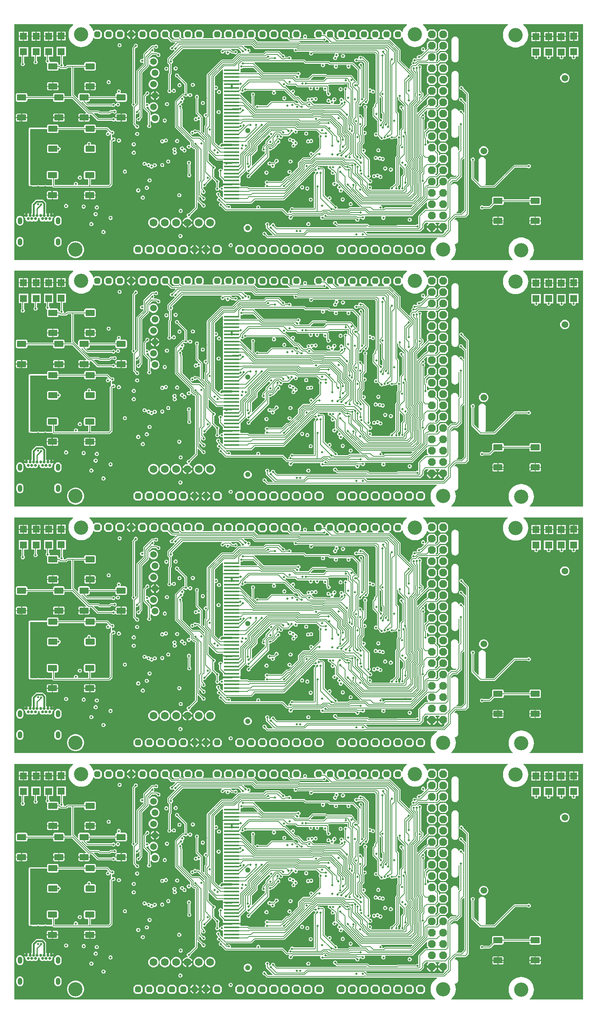
<source format=gbl>
G04*
G04 #@! TF.GenerationSoftware,Altium Limited,Altium Designer,23.1.1 (15)*
G04*
G04 Layer_Physical_Order=6*
G04 Layer_Color=16711680*
%FSLAX25Y25*%
%MOIN*%
G70*
G04*
G04 #@! TF.SameCoordinates,62433247-A29E-43A8-B4B8-56B850690A23*
G04*
G04*
G04 #@! TF.FilePolarity,Positive*
G04*
G01*
G75*
G04:AMPARAMS|DCode=47|XSize=51.18mil|YSize=78.74mil|CornerRadius=2.56mil|HoleSize=0mil|Usage=FLASHONLY|Rotation=90.000|XOffset=0mil|YOffset=0mil|HoleType=Round|Shape=RoundedRectangle|*
%AMROUNDEDRECTD47*
21,1,0.05118,0.07362,0,0,90.0*
21,1,0.04606,0.07874,0,0,90.0*
1,1,0.00512,0.03681,0.02303*
1,1,0.00512,0.03681,-0.02303*
1,1,0.00512,-0.03681,-0.02303*
1,1,0.00512,-0.03681,0.02303*
%
%ADD47ROUNDEDRECTD47*%
%ADD49C,0.00709*%
%ADD50C,0.01968*%
%ADD51C,0.00591*%
%ADD52C,0.00866*%
%ADD53C,0.01500*%
%ADD54C,0.00787*%
G04:AMPARAMS|DCode=58|XSize=56mil|YSize=56mil|CornerRadius=0mil|HoleSize=0mil|Usage=FLASHONLY|Rotation=90.000|XOffset=0mil|YOffset=0mil|HoleType=Round|Shape=Octagon|*
%AMOCTAGOND58*
4,1,8,0.01400,0.02800,-0.01400,0.02800,-0.02800,0.01400,-0.02800,-0.01400,-0.01400,-0.02800,0.01400,-0.02800,0.02800,-0.01400,0.02800,0.01400,0.01400,0.02800,0.0*
%
%ADD58OCTAGOND58*%

G04:AMPARAMS|DCode=59|XSize=66mil|YSize=66mil|CornerRadius=0mil|HoleSize=0mil|Usage=FLASHONLY|Rotation=270.000|XOffset=0mil|YOffset=0mil|HoleType=Round|Shape=Octagon|*
%AMOCTAGOND59*
4,1,8,-0.01650,-0.03300,0.01650,-0.03300,0.03300,-0.01650,0.03300,0.01650,0.01650,0.03300,-0.01650,0.03300,-0.03300,0.01650,-0.03300,-0.01650,-0.01650,-0.03300,0.0*
%
%ADD59OCTAGOND59*%

%ADD60C,0.06890*%
%ADD61O,0.03937X0.06299*%
%ADD62C,0.02559*%
%ADD63C,0.05906*%
%ADD64C,0.04685*%
%ADD65C,0.12598*%
%ADD66C,0.01968*%
%ADD68R,0.13386X0.01575*%
%ADD69R,0.05906X0.05906*%
%ADD70C,0.01575*%
G36*
X527152Y653952D02*
X480113D01*
X479940Y654421D01*
X480453Y654860D01*
X481591Y656192D01*
X482507Y657686D01*
X483177Y659304D01*
X483586Y661008D01*
X483723Y662754D01*
X483586Y664501D01*
X483177Y666204D01*
X482507Y667823D01*
X481591Y669316D01*
X480453Y670649D01*
X479121Y671786D01*
X477628Y672702D01*
X476009Y673372D01*
X474306Y673781D01*
X472559Y673919D01*
X470813Y673781D01*
X469109Y673372D01*
X467491Y672702D01*
X465997Y671786D01*
X464665Y670649D01*
X463527Y669316D01*
X462612Y667823D01*
X461941Y666204D01*
X461532Y664501D01*
X461395Y662754D01*
X461532Y661008D01*
X461941Y659304D01*
X462612Y657686D01*
X463527Y656192D01*
X464665Y654860D01*
X465178Y654421D01*
X465005Y653952D01*
X410761D01*
X410576Y654452D01*
X411517Y655255D01*
X412654Y656587D01*
X413570Y658081D01*
X414240Y659699D01*
X414649Y661403D01*
X414786Y663149D01*
X414649Y664896D01*
X414240Y666599D01*
X413810Y667638D01*
X414007Y667932D01*
X414174Y668066D01*
X414575Y668145D01*
X415299Y668445D01*
X415690Y668706D01*
X416244Y669261D01*
X416505Y669651D01*
X416805Y670375D01*
X416896Y670836D01*
Y686826D01*
X416805Y687287D01*
X416505Y688011D01*
X416244Y688402D01*
X415690Y688956D01*
X415299Y689217D01*
X414575Y689517D01*
X414114Y689609D01*
X413679D01*
X413472Y690109D01*
X414909Y691546D01*
X423088D01*
X423533Y691635D01*
X423911Y691887D01*
X425810Y693786D01*
X426062Y694164D01*
X426151Y694609D01*
Y800538D01*
X426062Y800983D01*
X425810Y801361D01*
X421390Y805781D01*
Y806259D01*
X421120Y806910D01*
X420621Y807408D01*
X419970Y807678D01*
X419266D01*
X418614Y807408D01*
X418116Y806910D01*
X417846Y806259D01*
Y805554D01*
X418116Y804903D01*
X418614Y804404D01*
X419266Y804135D01*
X419743D01*
X423823Y800055D01*
Y793400D01*
X423361Y793209D01*
X421050Y795519D01*
Y795997D01*
X420781Y796648D01*
X420282Y797147D01*
X419631Y797416D01*
X418926D01*
X418275Y797147D01*
X417777Y796648D01*
X417507Y795997D01*
Y795292D01*
X417777Y794641D01*
X418275Y794143D01*
X418926Y793873D01*
X419404D01*
X422119Y791158D01*
Y784278D01*
X421657Y784086D01*
X421050Y784693D01*
Y785171D01*
X420781Y785822D01*
X420282Y786320D01*
X419631Y786590D01*
X418926D01*
X418275Y786320D01*
X417777Y785822D01*
X417622Y785449D01*
X417130Y785485D01*
X417101Y785497D01*
X416805Y786211D01*
X416544Y786602D01*
X415990Y787156D01*
X415599Y787417D01*
X414875Y787717D01*
X414414Y787809D01*
X413630D01*
X413169Y787717D01*
X412445Y787417D01*
X412055Y787156D01*
X411501Y786602D01*
X411239Y786211D01*
X410940Y785487D01*
X410848Y785026D01*
Y784634D01*
Y764950D01*
Y764558D01*
X410940Y764097D01*
X411239Y763373D01*
X411501Y762982D01*
X412055Y762428D01*
X412445Y762167D01*
X413169Y761867D01*
X413630Y761775D01*
X414414D01*
X414875Y761867D01*
X415599Y762167D01*
X415990Y762428D01*
X416544Y762982D01*
X416805Y763373D01*
X417105Y764097D01*
X417196Y764558D01*
Y772505D01*
X417696Y772729D01*
X417877Y772568D01*
Y751139D01*
X417358Y750620D01*
X416896Y750812D01*
Y751626D01*
X416805Y752087D01*
X416505Y752811D01*
X416244Y753202D01*
X415690Y753756D01*
X415299Y754017D01*
X414575Y754317D01*
X414114Y754409D01*
X413330D01*
X412869Y754317D01*
X412145Y754017D01*
X411755Y753756D01*
X411201Y753202D01*
X410940Y752811D01*
X410639Y752087D01*
X410548Y751626D01*
Y751234D01*
Y731550D01*
Y731158D01*
X410640Y730697D01*
X410940Y729973D01*
X411201Y729582D01*
X411755Y729028D01*
X412145Y728767D01*
X412869Y728467D01*
X413330Y728375D01*
X414114D01*
X414575Y728467D01*
X415061Y728668D01*
X415345Y728245D01*
X414445Y727345D01*
X410799D01*
X410353Y727256D01*
X409975Y727004D01*
X408289Y725317D01*
X407994Y725440D01*
X405753Y727680D01*
X401272D01*
X399031Y725440D01*
Y720959D01*
X399328Y720661D01*
X397979Y719312D01*
X397001D01*
X396809Y719774D01*
X397993Y720959D01*
Y725440D01*
X397418Y726015D01*
X397610Y726477D01*
X397954D01*
X398399Y726565D01*
X398777Y726818D01*
X400975Y729015D01*
X401272Y728718D01*
X405753D01*
X407994Y730959D01*
Y735440D01*
X405753Y737680D01*
X401272D01*
X399031Y735440D01*
Y730959D01*
X399328Y730661D01*
X397472Y728805D01*
X396493D01*
X396302Y729267D01*
X397993Y730959D01*
Y735440D01*
X396817Y736616D01*
X396835Y736816D01*
X396949Y737192D01*
X397242Y737388D01*
X399445Y739591D01*
X399544Y739739D01*
X400121Y739842D01*
X400160Y739830D01*
X401272Y738718D01*
X405753D01*
X407994Y740959D01*
Y745440D01*
X405753Y747680D01*
X401272D01*
X400248Y746657D01*
X399786Y746848D01*
Y748022D01*
X399698Y748468D01*
X399445Y748845D01*
X397663Y750628D01*
X397993Y750959D01*
Y755440D01*
X395753Y757680D01*
X391272D01*
X390184Y756593D01*
X389595Y756710D01*
X389455Y757048D01*
X389117Y757385D01*
Y760220D01*
X389579Y760411D01*
X391272Y758718D01*
X395753D01*
X397993Y760959D01*
Y765440D01*
X395753Y767680D01*
X391272D01*
X389031Y765440D01*
Y763085D01*
X388531Y762817D01*
X388408Y762899D01*
Y766449D01*
X390975Y769015D01*
X391272Y768718D01*
X395753D01*
X397993Y770959D01*
Y775440D01*
X395753Y777680D01*
X391272D01*
X389031Y775440D01*
Y770959D01*
X389328Y770661D01*
X387453Y768786D01*
X386991Y768977D01*
Y777792D01*
X387329Y778130D01*
X387598Y778781D01*
Y779486D01*
X387329Y780137D01*
X386954Y780512D01*
X387329Y780886D01*
X387598Y781537D01*
Y782242D01*
X387329Y782893D01*
X386830Y783392D01*
X386609Y783483D01*
X386511Y783974D01*
X388953Y786416D01*
X389277Y786378D01*
X389469Y785878D01*
X389031Y785440D01*
Y780959D01*
X391272Y778718D01*
X395753D01*
X397993Y780959D01*
Y785440D01*
X397418Y786015D01*
X397610Y786477D01*
X397954D01*
X398399Y786565D01*
X398777Y786818D01*
X400975Y789015D01*
X401272Y788718D01*
X405753D01*
X407994Y790959D01*
Y795440D01*
X405753Y797680D01*
X401272D01*
X399031Y795440D01*
Y790959D01*
X399328Y790661D01*
X397472Y788805D01*
X396493D01*
X396302Y789267D01*
X397993Y790959D01*
Y795440D01*
X395753Y797680D01*
X391272D01*
X389031Y795440D01*
Y791513D01*
X387740Y790222D01*
X387551D01*
X387106Y790134D01*
X386728Y789881D01*
X381075Y784228D01*
X380613Y784419D01*
Y788653D01*
X390975Y799015D01*
X391272Y798718D01*
X395753D01*
X397993Y800959D01*
Y805440D01*
X395753Y807680D01*
X391272D01*
X389031Y805440D01*
Y800959D01*
X389329Y800661D01*
X384500Y795833D01*
X384038Y796025D01*
Y796810D01*
X384200Y796843D01*
X384578Y797095D01*
X385823Y798341D01*
X386076Y798718D01*
X386164Y799164D01*
Y800925D01*
X386076Y801370D01*
X385823Y801748D01*
X384578Y802993D01*
X384200Y803246D01*
X384038Y803278D01*
Y822826D01*
X384376Y823164D01*
X384646Y823816D01*
Y824520D01*
X384376Y825171D01*
X383878Y825670D01*
X383226Y825939D01*
X382522D01*
X381871Y825670D01*
X381412Y825212D01*
X381070Y825270D01*
X380951Y825729D01*
X382258Y827035D01*
X389973D01*
X390165Y826573D01*
X389031Y825440D01*
Y820959D01*
X391272Y818718D01*
X395753D01*
X397993Y820959D01*
Y825440D01*
X396860Y826573D01*
X397051Y827035D01*
X398512D01*
X398958Y827124D01*
X399336Y827376D01*
X400975Y829015D01*
X401272Y828718D01*
X405753D01*
X407994Y830959D01*
Y835440D01*
X405753Y837680D01*
X401272D01*
X399031Y835440D01*
Y830959D01*
X399328Y830661D01*
X398030Y829363D01*
X397051D01*
X396860Y829825D01*
X397993Y830959D01*
Y835440D01*
X397418Y836015D01*
X397610Y836477D01*
X397954D01*
X398399Y836565D01*
X398777Y836818D01*
X400975Y839015D01*
X401272Y838718D01*
X405753D01*
X407994Y840959D01*
Y845440D01*
X405753Y847680D01*
X401272D01*
X399031Y845440D01*
Y840959D01*
X399328Y840662D01*
X397472Y838805D01*
X396493D01*
X396302Y839267D01*
X397993Y840959D01*
Y845440D01*
X395753Y847680D01*
X391272D01*
X389031Y845440D01*
Y840959D01*
X389328Y840662D01*
X387905Y839238D01*
X387481Y839521D01*
X387598Y839805D01*
Y840510D01*
X387329Y841161D01*
X386830Y841659D01*
X386179Y841929D01*
X385474D01*
X384823Y841659D01*
X384325Y841161D01*
X384055Y840510D01*
Y839805D01*
X384325Y839154D01*
X384823Y838655D01*
X385474Y838386D01*
X386179D01*
X386463Y838503D01*
X386746Y838079D01*
X383951Y835284D01*
X383388D01*
X382943Y835196D01*
X382565Y834943D01*
X382520Y834898D01*
X382439Y834931D01*
X381734D01*
X381083Y834662D01*
X380585Y834163D01*
X380315Y833512D01*
Y832807D01*
X380419Y832557D01*
X380156Y832109D01*
X379779Y831857D01*
X379283Y831906D01*
X379263Y831926D01*
X378611Y832196D01*
X377907D01*
X377256Y831926D01*
X376757Y831428D01*
X376487Y830777D01*
Y830072D01*
X376707Y829541D01*
X376260Y829356D01*
X375762Y828858D01*
X375492Y828207D01*
Y827502D01*
X375762Y826851D01*
X375841Y826771D01*
X375814Y826490D01*
X374413Y825089D01*
X374161Y824712D01*
X374072Y824266D01*
Y822805D01*
X373610Y822614D01*
X365927Y830297D01*
Y839156D01*
X365839Y839602D01*
X365586Y839980D01*
X357105Y848461D01*
X356727Y848713D01*
X356282Y848802D01*
X355979D01*
X355791Y849302D01*
X357648Y851159D01*
Y855140D01*
X355657Y857131D01*
X351676D01*
X349686Y855140D01*
Y851159D01*
X351543Y849302D01*
X351354Y848802D01*
X345979D01*
X345791Y849302D01*
X347648Y851159D01*
Y855140D01*
X345657Y857131D01*
X341676D01*
X339686Y855140D01*
Y851159D01*
X341543Y849302D01*
X341354Y848802D01*
X335979D01*
X335791Y849302D01*
X337648Y851159D01*
Y855140D01*
X335657Y857131D01*
X331676D01*
X329686Y855140D01*
Y851159D01*
X331543Y849302D01*
X331354Y848802D01*
X325979D01*
X325791Y849302D01*
X327648Y851159D01*
Y855140D01*
X325657Y857131D01*
X321676D01*
X319686Y855140D01*
Y851159D01*
X321543Y849302D01*
X321354Y848802D01*
X315979D01*
X315791Y849302D01*
X317648Y851159D01*
Y855140D01*
X315657Y857131D01*
X311676D01*
X309686Y855140D01*
Y851159D01*
X311543Y849302D01*
X311354Y848802D01*
X309661D01*
X307476Y850987D01*
X307648Y851159D01*
Y855140D01*
X305657Y857131D01*
X301676D01*
X299686Y855140D01*
Y853585D01*
X299303Y853321D01*
X299186Y853291D01*
X298797Y853369D01*
X297648D01*
Y855140D01*
X295657Y857131D01*
X291676D01*
X289686Y855140D01*
Y851159D01*
X290690Y850154D01*
X290499Y849692D01*
X283067D01*
X282860Y850192D01*
X282998Y850330D01*
X283268Y850981D01*
Y851686D01*
X282998Y852337D01*
X282500Y852836D01*
X281849Y853105D01*
X281144D01*
X280493Y852836D01*
X279994Y852337D01*
X279725Y851686D01*
Y850981D01*
X279994Y850330D01*
X280132Y850192D01*
X279925Y849692D01*
X276971D01*
X276780Y850154D01*
X277785Y851159D01*
Y855140D01*
X275794Y857131D01*
X271813D01*
X269822Y855140D01*
Y851159D01*
X270827Y850154D01*
X270636Y849692D01*
X268907D01*
X267612Y850987D01*
X267785Y851159D01*
Y855140D01*
X265794Y857131D01*
X261813D01*
X259822Y855140D01*
Y851159D01*
X261813Y849168D01*
X265794D01*
X265966Y849341D01*
X267601Y847705D01*
X267979Y847453D01*
X268425Y847364D01*
X297311D01*
X297459Y847217D01*
X298110Y846947D01*
X298815D01*
X299466Y847217D01*
X299964Y847715D01*
X300234Y848366D01*
Y848414D01*
X300734Y848621D01*
X302926Y846429D01*
X302735Y845967D01*
X277333D01*
X276783Y846517D01*
X276405Y846769D01*
X275960Y846858D01*
X239827D01*
X237122Y849563D01*
X236986Y849654D01*
X236884Y850259D01*
X237785Y851159D01*
Y855140D01*
X235794Y857131D01*
X231813D01*
X229822Y855140D01*
Y851159D01*
X230615Y850366D01*
X230424Y849904D01*
X227183D01*
X226992Y850366D01*
X227785Y851159D01*
Y855140D01*
X225794Y857131D01*
X221813D01*
X219822Y855140D01*
Y851159D01*
X220615Y850366D01*
X220424Y849904D01*
X217183D01*
X216992Y850366D01*
X217785Y851159D01*
Y855140D01*
X215794Y857131D01*
X211813D01*
X209822Y855140D01*
Y851159D01*
X210615Y850366D01*
X210424Y849904D01*
X207183D01*
X206992Y850366D01*
X207785Y851159D01*
Y855140D01*
X205794Y857131D01*
X201813D01*
X199822Y855140D01*
Y851159D01*
X200615Y850366D01*
X200424Y849904D01*
X191152D01*
X190961Y850366D01*
X191833Y851238D01*
Y855219D01*
X189842Y857210D01*
X185861D01*
X183870Y855219D01*
Y851238D01*
X184742Y850366D01*
X184551Y849904D01*
X181152D01*
X180961Y850366D01*
X181833Y851238D01*
Y855219D01*
X179842Y857210D01*
X175861D01*
X173871Y855219D01*
Y851238D01*
X174742Y850366D01*
X174551Y849904D01*
X172822D01*
X171661Y851066D01*
X171833Y851238D01*
Y855219D01*
X169842Y857210D01*
X165861D01*
X163871Y855219D01*
Y851238D01*
X165861Y849247D01*
X169842D01*
X170014Y849419D01*
X170485Y848949D01*
X170294Y848487D01*
X164240D01*
X161661Y851066D01*
X161833Y851238D01*
Y855219D01*
X159842Y857210D01*
X155861D01*
X153870Y855219D01*
Y851238D01*
X155861Y849247D01*
X159842D01*
X160014Y849419D01*
X162934Y846500D01*
X163312Y846247D01*
X163757Y846159D01*
X166615D01*
X166806Y845697D01*
X163905Y842795D01*
X163427D01*
X162776Y842525D01*
X162278Y842027D01*
X162008Y841376D01*
Y840671D01*
X162278Y840020D01*
X162776Y839522D01*
X163427Y839252D01*
X164132D01*
X164783Y839522D01*
X164895Y839634D01*
X165527Y839558D01*
X165854Y839231D01*
X166048Y839151D01*
X166145Y838661D01*
X160068Y832584D01*
X159816Y832206D01*
X159727Y831760D01*
Y828440D01*
X159816Y827995D01*
X160068Y827617D01*
X161259Y826427D01*
Y819273D01*
X160773Y818787D01*
X160520Y818409D01*
X160432Y817964D01*
Y804463D01*
X160094Y804126D01*
X159824Y803475D01*
Y802770D01*
X160094Y802119D01*
X160592Y801620D01*
X161243Y801350D01*
X161948D01*
X162600Y801620D01*
X163098Y802119D01*
X163347Y802720D01*
X163515Y802770D01*
X163868Y802771D01*
X164022Y802398D01*
X164520Y801900D01*
X165172Y801630D01*
X165876D01*
X166527Y801900D01*
X167026Y802398D01*
X167296Y803049D01*
Y803754D01*
X167026Y804405D01*
X166527Y804903D01*
X165876Y805173D01*
X165172D01*
X164520Y804903D01*
X164022Y804405D01*
X163773Y803803D01*
X163604Y803754D01*
X163252Y803753D01*
X163098Y804126D01*
X162760Y804463D01*
Y817482D01*
X163246Y817968D01*
X163498Y818345D01*
X163587Y818791D01*
Y826909D01*
X163498Y827355D01*
X163839Y827744D01*
X164021Y827819D01*
X164519Y828317D01*
X164789Y828969D01*
Y829673D01*
X164519Y830324D01*
X164182Y830662D01*
Y830945D01*
X173665Y840429D01*
X208232D01*
X208309Y839960D01*
X207658Y839691D01*
X207160Y839192D01*
X206890Y838541D01*
Y837836D01*
X207160Y837185D01*
X207658Y836687D01*
X208309Y836417D01*
X209014D01*
X209665Y836687D01*
X210163Y837185D01*
X210433Y837836D01*
Y837973D01*
X210596Y838136D01*
X211083D01*
X211361Y837721D01*
X211281Y837527D01*
Y836822D01*
X211550Y836171D01*
X212049Y835673D01*
X212700Y835403D01*
X213405D01*
X214056Y835673D01*
X214554Y836171D01*
X214824Y836822D01*
Y837234D01*
X215324Y837442D01*
X216063Y836703D01*
X216441Y836450D01*
X216886Y836362D01*
X218797D01*
X219135Y836024D01*
X219787Y835754D01*
X220491D01*
X221142Y836024D01*
X221641Y836522D01*
X221911Y837173D01*
Y837878D01*
X221641Y838529D01*
X221142Y839028D01*
X220491Y839297D01*
X219787D01*
X219135Y839028D01*
X218797Y838690D01*
X217368D01*
X216129Y839929D01*
X216337Y840429D01*
X222492D01*
X224606Y838314D01*
Y837836D01*
X224876Y837185D01*
X224888Y837173D01*
X224697Y836711D01*
X223171D01*
X222726Y836623D01*
X222348Y836370D01*
X217062Y831085D01*
X208238D01*
X207792Y830996D01*
X207415Y830744D01*
X195004Y818332D01*
X194751Y817955D01*
X194663Y817509D01*
Y783790D01*
X194247Y783512D01*
X194053Y783592D01*
X193349D01*
X192697Y783322D01*
X192199Y782824D01*
X191929Y782173D01*
Y781468D01*
X192199Y780817D01*
X192697Y780318D01*
X193349Y780049D01*
X193527Y779831D01*
X193521Y779798D01*
Y773447D01*
X192720Y772646D01*
X192468Y772269D01*
X192379Y771823D01*
Y766449D01*
X191917Y766258D01*
X190926Y767249D01*
Y780159D01*
X190838Y780605D01*
X190585Y780982D01*
X187077Y784490D01*
Y796668D01*
X187415Y797006D01*
X187685Y797657D01*
Y798362D01*
X187415Y799013D01*
X186917Y799512D01*
X186266Y799782D01*
X185561D01*
X184910Y799512D01*
X184411Y799013D01*
X184142Y798362D01*
Y797657D01*
X184411Y797006D01*
X184749Y796668D01*
Y784008D01*
X184838Y783563D01*
X185090Y783185D01*
X186924Y781351D01*
X186826Y780861D01*
X186633Y780781D01*
X186134Y780282D01*
X185988Y779929D01*
X185372Y780184D01*
X184668D01*
X184017Y779914D01*
X183518Y779415D01*
X183248Y778764D01*
Y778059D01*
X183518Y777408D01*
X184017Y776910D01*
X184668Y776640D01*
X185372D01*
X186024Y776910D01*
X186522Y777408D01*
X186669Y777762D01*
X187284Y777507D01*
X187988D01*
X188182Y777587D01*
X188598Y777310D01*
Y768226D01*
X188136Y768035D01*
X187850Y768321D01*
X187472Y768573D01*
X187027Y768662D01*
X185679D01*
X185342Y769000D01*
X184691Y769270D01*
X183986D01*
X183335Y769000D01*
X182836Y768501D01*
X182626Y767994D01*
X182155Y768189D01*
X181450D01*
X180799Y767919D01*
X180301Y767421D01*
X180031Y766770D01*
Y766065D01*
X180301Y765414D01*
X180799Y764915D01*
X181450Y764646D01*
X182155D01*
X182807Y764915D01*
X183305Y765414D01*
X183515Y765921D01*
X183986Y765726D01*
X184691D01*
X185342Y765996D01*
X185679Y766334D01*
X186545D01*
X192379Y760499D01*
Y759862D01*
X191917Y759671D01*
X189089Y762500D01*
X188711Y762752D01*
X188266Y762840D01*
X182071D01*
X173078Y771833D01*
Y787109D01*
X172989Y787555D01*
X172737Y787932D01*
X172508Y788162D01*
Y788411D01*
X172604Y788507D01*
X172874Y789158D01*
Y789863D01*
X172604Y790514D01*
X172106Y791013D01*
X171979Y791065D01*
X171856Y791605D01*
X172113Y791907D01*
X172326D01*
X172977Y792177D01*
X173475Y792675D01*
X173745Y793326D01*
Y794031D01*
X173505Y794610D01*
X173920Y794782D01*
X174419Y795281D01*
X174688Y795932D01*
Y796636D01*
X174419Y797288D01*
X173920Y797786D01*
X173726Y797866D01*
X173629Y798357D01*
X174039Y798767D01*
X174809D01*
X175146Y798429D01*
X175797Y798159D01*
X176502D01*
X177153Y798429D01*
X177652Y798927D01*
X177698Y799038D01*
X178239D01*
X178419Y798602D01*
X178918Y798104D01*
X179569Y797834D01*
X180273D01*
X180925Y798104D01*
X181423Y798602D01*
X181693Y799254D01*
Y799958D01*
X181423Y800609D01*
X180925Y801108D01*
X180273Y801377D01*
X179569D01*
X178918Y801108D01*
X178419Y800609D01*
X178373Y800499D01*
X177832D01*
X177652Y800934D01*
X177314Y801272D01*
Y809136D01*
X177225Y809582D01*
X176973Y809960D01*
X170120Y816813D01*
Y817290D01*
X169850Y817941D01*
X169352Y818440D01*
X168701Y818710D01*
X167996D01*
X167345Y818440D01*
X166847Y817941D01*
X166577Y817290D01*
Y816586D01*
X166847Y815934D01*
X167345Y815436D01*
X167996Y815166D01*
X168474D01*
X174986Y808654D01*
Y801272D01*
X174809Y801095D01*
X173557D01*
X173111Y801006D01*
X172733Y800754D01*
X166736Y794756D01*
X166484Y794379D01*
X166395Y793933D01*
Y771697D01*
X166484Y771251D01*
X166736Y770874D01*
X179963Y757647D01*
Y755873D01*
X179463Y755555D01*
X179093Y755709D01*
X178388D01*
X177737Y755439D01*
X177238Y754940D01*
X176969Y754289D01*
Y753584D01*
X177238Y752933D01*
X177737Y752435D01*
X178388Y752165D01*
X179093D01*
X179744Y752435D01*
X180242Y752933D01*
X180512Y753584D01*
Y753585D01*
X180974Y753776D01*
X182380Y752371D01*
X182757Y752118D01*
X183203Y752030D01*
X183723D01*
X184257Y751496D01*
Y700722D01*
X178843Y695309D01*
X178366D01*
X177715Y695039D01*
X177216Y694541D01*
X176946Y693890D01*
Y693185D01*
X177216Y692534D01*
X177715Y692035D01*
X177914Y691953D01*
X177814Y691453D01*
X176974D01*
X175844Y691150D01*
X174830Y690564D01*
X174002Y689737D01*
X173417Y688723D01*
X173225Y688008D01*
X177559D01*
X181893D01*
X181701Y688723D01*
X181116Y689737D01*
X180288Y690564D01*
X179275Y691150D01*
X178843Y691265D01*
X178909Y691765D01*
X179070D01*
X179722Y692035D01*
X180220Y692534D01*
X180490Y693185D01*
Y693663D01*
X186244Y699417D01*
X186496Y699794D01*
X186585Y700240D01*
Y704849D01*
X187047Y705040D01*
X189961Y702126D01*
Y701649D01*
X190230Y700997D01*
X190729Y700499D01*
X191380Y700229D01*
X192085D01*
X192736Y700499D01*
X193234Y700997D01*
X193504Y701649D01*
Y702353D01*
X193234Y703005D01*
X192736Y703503D01*
X192085Y703773D01*
X191607D01*
X188002Y707377D01*
Y709578D01*
X188464Y709769D01*
X189961Y708273D01*
Y707795D01*
X190230Y707144D01*
X190729Y706646D01*
X191380Y706376D01*
X192085D01*
X192736Y706646D01*
X193234Y707144D01*
X193504Y707795D01*
Y708500D01*
X193234Y709151D01*
X192736Y709649D01*
X192085Y709919D01*
X191607D01*
X189420Y712107D01*
Y715314D01*
X189920Y715521D01*
X190267Y715174D01*
X190230Y715138D01*
X189961Y714487D01*
Y713782D01*
X190230Y713131D01*
X190729Y712632D01*
X191380Y712362D01*
X192085D01*
X192736Y712632D01*
X193234Y713131D01*
X193504Y713782D01*
Y714487D01*
X193234Y715138D01*
X192737Y715634D01*
X192679Y715929D01*
X192427Y716306D01*
X191460Y717273D01*
Y718380D01*
X191876Y718658D01*
X192070Y718578D01*
X192774D01*
X193426Y718848D01*
X193924Y719346D01*
X194194Y719997D01*
Y720475D01*
X198441Y724722D01*
X198693Y725099D01*
X198782Y725545D01*
Y726034D01*
X199282Y726237D01*
X202165Y723354D01*
Y722876D01*
X202435Y722225D01*
X202773Y721887D01*
Y718270D01*
X202435Y717933D01*
X202165Y717281D01*
Y716577D01*
X202435Y715926D01*
X202934Y715427D01*
X203585Y715157D01*
X204290D01*
X204941Y715427D01*
X205439Y715926D01*
X205640Y716411D01*
X206171Y716411D01*
X206372Y715925D01*
X206870Y715427D01*
X207521Y715157D01*
X208226D01*
X208332Y715201D01*
X208748Y714923D01*
Y712689D01*
Y709491D01*
X208248Y709284D01*
X206257Y711275D01*
X206496Y711852D01*
Y712557D01*
X206226Y713208D01*
X205728Y713706D01*
X205077Y713976D01*
X204372D01*
X203721Y713706D01*
X203223Y713208D01*
X202953Y712557D01*
Y711852D01*
X203223Y711201D01*
X203721Y710703D01*
X203835Y710655D01*
X203866Y710499D01*
X204119Y710121D01*
X204743Y709496D01*
X204646Y709006D01*
X204452Y708926D01*
X203954Y708427D01*
X203684Y707776D01*
Y707071D01*
X203954Y706420D01*
X204452Y705922D01*
X205103Y705652D01*
X205694D01*
X206222Y705123D01*
X206125Y704633D01*
X205931Y704553D01*
X205433Y704054D01*
X205163Y703403D01*
Y702698D01*
X205433Y702047D01*
X205931Y701549D01*
X206582Y701279D01*
X207060D01*
X210737Y697602D01*
X211115Y697350D01*
X211560Y697261D01*
X261125D01*
X264796Y693591D01*
X265174Y693338D01*
X265619Y693250D01*
X267203D01*
X267410Y692750D01*
X267199Y692539D01*
X266929Y691888D01*
Y691183D01*
X267199Y690532D01*
X267697Y690033D01*
X268349Y689764D01*
X269053D01*
X269704Y690033D01*
X270203Y690532D01*
X270473Y691183D01*
Y691661D01*
X271270Y692458D01*
X294806D01*
X295116Y691958D01*
X294958Y691575D01*
Y690871D01*
X295228Y690219D01*
X295726Y689721D01*
X296377Y689451D01*
X297082D01*
X297733Y689721D01*
X297820Y689808D01*
X325868D01*
X325984Y689692D01*
Y689214D01*
X326254Y688563D01*
X326752Y688065D01*
X327404Y687795D01*
X328108D01*
X328760Y688065D01*
X329258Y688563D01*
X329528Y689214D01*
Y689919D01*
X329447Y690113D01*
X329725Y690529D01*
X331178D01*
X331674Y690033D01*
X332325Y689764D01*
X333030D01*
X333681Y690033D01*
X334179Y690532D01*
X334449Y691183D01*
Y691888D01*
X334343Y692143D01*
X334677Y692643D01*
X349104D01*
X349295Y692181D01*
X349286Y692171D01*
X349016Y691520D01*
Y690815D01*
X349286Y690164D01*
X349784Y689666D01*
X350435Y689396D01*
X351140D01*
X351791Y689666D01*
X352289Y690164D01*
X352559Y690815D01*
Y691520D01*
X352289Y692171D01*
X352280Y692181D01*
X352471Y692643D01*
X375912D01*
X376358Y692732D01*
X376735Y692984D01*
X388569Y704818D01*
X389031Y704626D01*
Y700959D01*
X390337Y699652D01*
X390146Y699191D01*
X388048D01*
X387603Y699102D01*
X387225Y698850D01*
X382028Y693652D01*
X381775Y693274D01*
X381687Y692829D01*
Y685698D01*
X381271Y685420D01*
X381077Y685500D01*
X380373D01*
X379721Y685230D01*
X379356Y684865D01*
X363343D01*
X362897Y684776D01*
X362520Y684524D01*
X362359Y684363D01*
X338543D01*
X337437Y685469D01*
X337060Y685721D01*
X336614Y685810D01*
X310522D01*
X309843Y686489D01*
Y686966D01*
X309573Y687618D01*
X309074Y688116D01*
X308423Y688386D01*
X307719D01*
X307067Y688116D01*
X306569Y687618D01*
X306299Y686966D01*
Y686262D01*
X306569Y685610D01*
X307067Y685112D01*
X307719Y684842D01*
X308196D01*
X309216Y683822D01*
X309594Y683570D01*
X310039Y683481D01*
X335985D01*
X336151Y683267D01*
X335906Y682767D01*
X256624D01*
X254836Y684555D01*
Y685032D01*
X254567Y685684D01*
X254068Y686182D01*
X253417Y686452D01*
X252712D01*
X252061Y686182D01*
X251563Y685684D01*
X251293Y685032D01*
Y684465D01*
X250725D01*
X250074Y684195D01*
X250058Y684179D01*
X249516Y684344D01*
X249484Y684500D01*
X249572Y684588D01*
X249842Y685239D01*
Y685944D01*
X249572Y686595D01*
X249074Y687093D01*
X248423Y687363D01*
X247718D01*
X247067Y687093D01*
X246568Y686595D01*
X246299Y685944D01*
Y685239D01*
X246568Y684588D01*
X246906Y684250D01*
Y682694D01*
X246995Y682249D01*
X247247Y681871D01*
X252976Y676142D01*
X252785Y675680D01*
X248801D01*
X247381Y677100D01*
Y677577D01*
X247112Y678229D01*
X246613Y678727D01*
X245962Y678997D01*
X245257D01*
X244606Y678727D01*
X244108Y678229D01*
X243838Y677577D01*
Y676873D01*
X244108Y676221D01*
X244606Y675723D01*
X245257Y675453D01*
X245735D01*
X247496Y673693D01*
X247873Y673440D01*
X248319Y673352D01*
X333558D01*
X334003Y673440D01*
X334010Y673445D01*
X398164D01*
X398305Y672944D01*
X397060Y672182D01*
X395728Y671044D01*
X394590Y669712D01*
X393675Y668218D01*
X393004Y666599D01*
X392595Y664896D01*
X392458Y663149D01*
X392595Y661403D01*
X393004Y659699D01*
X393675Y658081D01*
X394590Y656587D01*
X395728Y655255D01*
X396668Y654452D01*
X396483Y653952D01*
X24425D01*
Y862189D01*
X76299D01*
X76483Y861689D01*
X75728Y861044D01*
X74590Y859712D01*
X73675Y858218D01*
X73004Y856600D01*
X72595Y854896D01*
X72458Y853150D01*
X72595Y851403D01*
X73004Y849699D01*
X73675Y848081D01*
X74590Y846587D01*
X75728Y845255D01*
X77060Y844117D01*
X78554Y843202D01*
X80172Y842532D01*
X81876Y842123D01*
X83622Y841985D01*
X85369Y842123D01*
X87072Y842532D01*
X88691Y843202D01*
X90184Y844117D01*
X91517Y845255D01*
X92654Y846587D01*
X93570Y848081D01*
X94240Y849699D01*
X94347Y850145D01*
X94828Y850280D01*
X95861Y849247D01*
X99842D01*
X101833Y851238D01*
Y855219D01*
X99842Y857210D01*
X95861D01*
X94797Y856146D01*
X94316Y856282D01*
X94240Y856600D01*
X93570Y858218D01*
X92654Y859712D01*
X91517Y861044D01*
X90761Y861689D01*
X90945Y862189D01*
X371299D01*
X371483Y861689D01*
X370728Y861044D01*
X369590Y859712D01*
X368675Y858218D01*
X368004Y856600D01*
X367790Y855705D01*
X367238Y855550D01*
X365657Y857131D01*
X361676D01*
X359686Y855140D01*
Y851159D01*
X361676Y849168D01*
X365657D01*
X367238Y850749D01*
X367790Y850593D01*
X368004Y849699D01*
X368675Y848081D01*
X369590Y846587D01*
X370728Y845255D01*
X372060Y844117D01*
X373554Y843202D01*
X375172Y842532D01*
X376876Y842123D01*
X378622Y841985D01*
X380369Y842123D01*
X382072Y842532D01*
X383691Y843202D01*
X385184Y844117D01*
X386516Y845255D01*
X387654Y846587D01*
X388570Y848081D01*
X389240Y849699D01*
X389324Y850049D01*
X389805Y850185D01*
X391272Y848718D01*
X395753D01*
X397993Y850959D01*
Y855440D01*
X395753Y857680D01*
X391272D01*
X389786Y856194D01*
X389305Y856330D01*
X389240Y856600D01*
X388570Y858218D01*
X387654Y859712D01*
X386516Y861044D01*
X385761Y861689D01*
X385945Y862189D01*
X460742D01*
X460883Y861689D01*
X459665Y860649D01*
X458527Y859317D01*
X457612Y857823D01*
X456941Y856204D01*
X456532Y854501D01*
X456395Y852754D01*
X456532Y851008D01*
X456941Y849304D01*
X457612Y847686D01*
X458527Y846192D01*
X459665Y844860D01*
X460997Y843722D01*
X462491Y842807D01*
X464109Y842136D01*
X465813Y841727D01*
X467559Y841590D01*
X469306Y841727D01*
X471009Y842136D01*
X472628Y842807D01*
X474121Y843722D01*
X475454Y844860D01*
X476591Y846192D01*
X477507Y847686D01*
X478177Y849304D01*
X478586Y851008D01*
X478723Y852754D01*
X478586Y854501D01*
X478177Y856204D01*
X477507Y857823D01*
X476591Y859317D01*
X475454Y860649D01*
X474235Y861689D01*
X474377Y862189D01*
X527152D01*
Y653952D01*
D02*
G37*
G36*
X239269Y820221D02*
X239078Y819759D01*
X226590D01*
X226288Y819699D01*
X224496D01*
Y822841D01*
X224912Y823119D01*
X224996Y823084D01*
X225700D01*
X226352Y823354D01*
X226689Y823692D01*
X235799D01*
X239269Y820221D01*
D02*
G37*
G36*
X299887Y815417D02*
X299912Y815156D01*
X297758Y813001D01*
X286588D01*
X286381Y813501D01*
X288802Y815922D01*
X299381D01*
X299887Y815417D01*
D02*
G37*
G36*
X281181Y827681D02*
X281558Y827428D01*
X282004Y827340D01*
X295539D01*
X295779Y826840D01*
X295571Y826336D01*
Y825632D01*
X295841Y824981D01*
X296339Y824482D01*
X296990Y824212D01*
X297695D01*
X298346Y824482D01*
X298845Y824981D01*
X299114Y825632D01*
Y826336D01*
X298906Y826840D01*
X299146Y827340D01*
X301787D01*
X302627Y826500D01*
X303005Y826247D01*
X303450Y826159D01*
X306924D01*
X307164Y825659D01*
X306956Y825155D01*
Y824451D01*
X307225Y823800D01*
X307724Y823301D01*
X308375Y823031D01*
X309080D01*
X309731Y823301D01*
X310229Y823800D01*
X310499Y824451D01*
Y825155D01*
X310290Y825659D01*
X310530Y826159D01*
X318079D01*
X318319Y825659D01*
X318110Y825155D01*
Y824451D01*
X318380Y823800D01*
X318878Y823301D01*
X319530Y823031D01*
X320234D01*
X320885Y823301D01*
X321384Y823800D01*
X321654Y824451D01*
Y825155D01*
X321445Y825659D01*
X321685Y826159D01*
X323233D01*
X327734Y821658D01*
Y810223D01*
X327501Y809990D01*
X326955Y810058D01*
X326838Y810239D01*
X326856Y810380D01*
X327053Y810675D01*
X327089Y810853D01*
X327131Y810916D01*
X327220Y811362D01*
X327131Y811807D01*
X326878Y812185D01*
X324667Y814397D01*
Y814640D01*
X324578Y815086D01*
X324326Y815464D01*
X322726Y817063D01*
X322348Y817315D01*
X321903Y817404D01*
X301192D01*
X300687Y817910D01*
X300309Y818162D01*
X299863Y818251D01*
X288320D01*
X287875Y818162D01*
X287497Y817910D01*
X284255Y814668D01*
X276576D01*
X276298Y815084D01*
X276378Y815277D01*
Y815982D01*
X276108Y816633D01*
X276145Y816816D01*
X276594Y817002D01*
X277093Y817500D01*
X277362Y818151D01*
Y818856D01*
X277093Y819507D01*
X276594Y820006D01*
X275943Y820275D01*
X275238D01*
X274587Y820006D01*
X274249Y819668D01*
X245119D01*
X236574Y828214D01*
X236781Y828714D01*
X280148D01*
X281181Y827681D01*
D02*
G37*
G36*
X208748Y822118D02*
Y819776D01*
Y816627D01*
Y813477D01*
X208929D01*
Y812689D01*
X216622D01*
Y811902D01*
X208929D01*
Y811114D01*
X208748D01*
Y807177D01*
Y804028D01*
Y800879D01*
Y797729D01*
Y794579D01*
Y791429D01*
Y788280D01*
Y785131D01*
Y781981D01*
Y778832D01*
Y775681D01*
Y772532D01*
Y769382D01*
Y766233D01*
Y763083D01*
Y759933D01*
Y757409D01*
X208110D01*
X207418Y757272D01*
X206833Y756880D01*
X206126Y756174D01*
X206027Y756026D01*
X205902Y755900D01*
X205834Y755736D01*
X205735Y755588D01*
X205700Y755413D01*
X205632Y755249D01*
Y755071D01*
X205621Y755019D01*
X205274Y754847D01*
X205111Y754822D01*
X201794Y758139D01*
Y804180D01*
X202210Y804458D01*
X202404Y804378D01*
X203108D01*
X203760Y804648D01*
X204258Y805146D01*
X204528Y805797D01*
Y806502D01*
X204258Y807153D01*
X203760Y807651D01*
X203108Y807921D01*
X202404D01*
X202210Y807841D01*
X201794Y808119D01*
Y815817D01*
X208286Y822309D01*
X208748Y822118D01*
D02*
G37*
G36*
X236761Y840619D02*
X237138Y840366D01*
X237584Y840278D01*
X271178D01*
X271456Y839862D01*
X271375Y839668D01*
Y838963D01*
X271645Y838312D01*
X272144Y837814D01*
X272795Y837544D01*
X273499D01*
X274151Y837814D01*
X274307Y837970D01*
X285151D01*
X285358Y837470D01*
X285309Y837421D01*
X285039Y836770D01*
Y836065D01*
X285309Y835414D01*
X285807Y834915D01*
X286459Y834646D01*
X287163D01*
X287815Y834915D01*
X288313Y835414D01*
X288583Y836065D01*
Y836246D01*
X288889Y836552D01*
X307865D01*
X308072Y836052D01*
X307794Y835775D01*
X307524Y835124D01*
Y834419D01*
X307687Y834026D01*
X307107Y833785D01*
X306608Y833287D01*
X306339Y832636D01*
Y831931D01*
X306608Y831280D01*
X307107Y830781D01*
X307758Y830512D01*
X308463D01*
X309114Y830781D01*
X309612Y831280D01*
X309882Y831931D01*
Y832636D01*
X309719Y833029D01*
X310300Y833269D01*
X310798Y833768D01*
X311068Y834419D01*
Y835124D01*
X310798Y835775D01*
X310520Y836052D01*
X310727Y836552D01*
X342702D01*
X343865Y835389D01*
Y793171D01*
X343025Y792330D01*
X342772Y791952D01*
X342684Y791507D01*
Y790228D01*
X341421Y788965D01*
X341169Y788588D01*
X341080Y788142D01*
Y781534D01*
X341169Y781088D01*
X341421Y780711D01*
X345164Y776968D01*
Y766764D01*
X344748Y766486D01*
X344517Y766582D01*
X343813D01*
X343161Y766312D01*
X342663Y765814D01*
X342393Y765163D01*
Y764458D01*
X342663Y763807D01*
X343161Y763308D01*
X343813Y763039D01*
X344517D01*
X345168Y763308D01*
X345853Y763286D01*
X347307Y761832D01*
Y761354D01*
X347577Y760703D01*
X348075Y760205D01*
X348727Y759935D01*
X349431D01*
X350082Y760205D01*
X350397Y760520D01*
X350872Y760752D01*
X351523Y760482D01*
X352228D01*
X352879Y760752D01*
X353377Y761250D01*
X353518Y761590D01*
X354145Y761330D01*
X354850D01*
X355501Y761600D01*
X355996Y762095D01*
X356036Y762094D01*
X356393Y762059D01*
X356508Y762020D01*
X356766Y761398D01*
X357264Y760899D01*
X357915Y760630D01*
X358620D01*
X359271Y760899D01*
X359609Y761237D01*
X361417D01*
X361862Y761326D01*
X362231Y761572D01*
X362319Y761630D01*
X362787Y761537D01*
X362867Y761343D01*
X363205Y761005D01*
Y756279D01*
X362760Y755834D01*
X362507Y755456D01*
X362419Y755011D01*
Y746074D01*
X361621Y745277D01*
X361369Y744900D01*
X361280Y744454D01*
Y721785D01*
X358393Y718897D01*
X357915D01*
X357264Y718628D01*
X356766Y718129D01*
X356496Y717478D01*
Y716774D01*
X356576Y716580D01*
X356299Y716164D01*
X340243D01*
X340036Y716664D01*
X340354Y716983D01*
X340624Y717634D01*
Y718339D01*
X340354Y718990D01*
X339856Y719488D01*
X339205Y719758D01*
X338500D01*
X338181Y719626D01*
X337681Y719960D01*
Y721651D01*
X337793Y721758D01*
X338181Y721938D01*
X338696Y721725D01*
X339400D01*
X340052Y721995D01*
X340550Y722493D01*
X340820Y723144D01*
Y723849D01*
X340550Y724500D01*
X340052Y724999D01*
X339400Y725268D01*
X338923D01*
X338311Y725880D01*
X338408Y726370D01*
X338602Y726451D01*
X339100Y726949D01*
X339370Y727600D01*
Y728305D01*
X339100Y728956D01*
X338763Y729294D01*
Y742612D01*
X338674Y743057D01*
X338422Y743435D01*
X333500Y748357D01*
X333720Y748844D01*
X334311Y749088D01*
X334809Y749587D01*
X335079Y750238D01*
Y750943D01*
X334809Y751594D01*
X334311Y752092D01*
X333660Y752362D01*
X332955D01*
X332761Y752282D01*
X332345Y752560D01*
Y755448D01*
X333663Y756765D01*
X333915Y757143D01*
X334004Y757588D01*
Y764364D01*
X334552D01*
X335203Y764634D01*
X335702Y765133D01*
X335971Y765784D01*
Y766488D01*
X335702Y767140D01*
X335203Y767638D01*
X334552Y767908D01*
X333847D01*
X333653Y767827D01*
X333238Y768105D01*
Y770197D01*
X335449Y772408D01*
X335701Y772786D01*
X335790Y773231D01*
Y787849D01*
X336128Y788187D01*
X336397Y788838D01*
Y789543D01*
X336128Y790194D01*
X335629Y790693D01*
X334978Y790962D01*
X334273D01*
X333622Y790693D01*
X333124Y790194D01*
X332854Y789543D01*
Y788838D01*
X333124Y788187D01*
X333462Y787849D01*
Y779959D01*
X332962Y779752D01*
X331940Y780774D01*
Y781251D01*
X331670Y781903D01*
X331172Y782401D01*
X330521Y782671D01*
X329816D01*
X329622Y782590D01*
X329206Y782868D01*
Y789383D01*
X329706Y789717D01*
X329877Y789646D01*
X330582D01*
X331233Y789916D01*
X331732Y790414D01*
X332001Y791065D01*
Y791522D01*
X333210Y792730D01*
X333701Y792633D01*
X333781Y792439D01*
X334279Y791941D01*
X334930Y791671D01*
X335635D01*
X336286Y791941D01*
X336785Y792439D01*
X337054Y793090D01*
Y793795D01*
X337024Y793869D01*
X337387Y794233D01*
X337640Y794611D01*
X337729Y795056D01*
Y801771D01*
X338144Y802049D01*
X338338Y801968D01*
X339043D01*
X339350Y802096D01*
X339983Y801874D01*
X340034Y801752D01*
X340532Y801254D01*
X341183Y800984D01*
X341888D01*
X342539Y801254D01*
X343037Y801752D01*
X343307Y802403D01*
Y803108D01*
X343037Y803759D01*
X342539Y804258D01*
X341888Y804527D01*
X341183D01*
X340876Y804400D01*
X340243Y804622D01*
X340192Y804744D01*
X339694Y805242D01*
X339043Y805512D01*
X338338D01*
X338144Y805431D01*
X337729Y805709D01*
Y828485D01*
X337640Y828930D01*
X337387Y829308D01*
X333392Y833303D01*
X333015Y833556D01*
X332569Y833644D01*
X331698D01*
X331360Y833982D01*
X330709Y834252D01*
X330004D01*
X329353Y833982D01*
X328854Y833484D01*
X328585Y832833D01*
Y832128D01*
X328270Y831653D01*
X327962Y831630D01*
X327775Y831817D01*
X327124Y832086D01*
X326419D01*
X325768Y831817D01*
X325270Y831318D01*
X325000Y830667D01*
Y829962D01*
X325270Y829311D01*
X325768Y828813D01*
X326419Y828543D01*
X327124D01*
X327775Y828813D01*
X328113Y829151D01*
X332248D01*
X333983Y827416D01*
Y796989D01*
X333737Y796777D01*
X333195Y796870D01*
X332857Y797207D01*
Y825053D01*
X332769Y825498D01*
X332516Y825876D01*
X332447Y825945D01*
X332480Y826025D01*
Y826730D01*
X332211Y827381D01*
X331712Y827880D01*
X331061Y828150D01*
X330356D01*
X329705Y827880D01*
X329207Y827381D01*
X328937Y826730D01*
Y826025D01*
X329207Y825374D01*
X329705Y824876D01*
X330356Y824606D01*
X330493D01*
X330529Y824570D01*
Y822355D01*
X330029Y822306D01*
X329973Y822586D01*
X329721Y822964D01*
X324538Y828146D01*
X324161Y828398D01*
X323715Y828487D01*
X303932D01*
X303092Y829327D01*
X302714Y829579D01*
X302269Y829668D01*
X282486D01*
X281453Y830701D01*
X281075Y830953D01*
X280630Y831042D01*
X269563D01*
X269233Y831542D01*
X269378Y831892D01*
Y832596D01*
X269109Y833247D01*
X268610Y833746D01*
X267959Y834016D01*
X267254D01*
X266603Y833746D01*
X266265Y833408D01*
X263886D01*
X263879Y833414D01*
Y834014D01*
X263610Y834665D01*
X263111Y835163D01*
X262460Y835433D01*
X261982D01*
X259092Y838323D01*
X258715Y838575D01*
X258269Y838664D01*
X246964D01*
X246518Y838575D01*
X246141Y838323D01*
X244529Y836711D01*
X231981D01*
X231928Y837189D01*
X232579Y837459D01*
X233077Y837957D01*
X233347Y838608D01*
Y839313D01*
X233077Y839964D01*
X232579Y840462D01*
X231928Y840732D01*
X231223D01*
X230572Y840462D01*
X230437Y840489D01*
X230322Y840767D01*
X229824Y841266D01*
X229173Y841535D01*
X228695D01*
X227368Y842862D01*
X227560Y843324D01*
X234055D01*
X236761Y840619D01*
D02*
G37*
G36*
X271306Y795383D02*
X271684Y795131D01*
X272129Y795042D01*
X274000D01*
X275452Y793590D01*
Y793477D01*
X275541Y793032D01*
X275584Y792968D01*
X275390Y792613D01*
X275290Y792508D01*
X273814D01*
X272233Y794089D01*
X271855Y794341D01*
X271410Y794430D01*
X252047D01*
X251602Y794341D01*
X251224Y794089D01*
X247613Y790478D01*
X240692D01*
X240354Y790815D01*
X239703Y791085D01*
X238998D01*
X238347Y790815D01*
X237848Y790317D01*
X237768Y790123D01*
X237278Y790026D01*
X236653Y790651D01*
Y798864D01*
X236990Y799202D01*
X237260Y799853D01*
Y800558D01*
X236990Y801209D01*
X236492Y801707D01*
X235841Y801977D01*
X235136D01*
X234485Y801707D01*
X233986Y801209D01*
X233717Y800558D01*
Y799853D01*
X233986Y799202D01*
X234324Y798864D01*
Y791628D01*
X233862Y791437D01*
X224786Y800513D01*
X224496Y800707D01*
Y801925D01*
X224996Y802133D01*
X225161Y801968D01*
X225812Y801698D01*
X226517D01*
X227168Y801968D01*
X227666Y802466D01*
X227926Y803093D01*
X228266Y802953D01*
X228971D01*
X229622Y803222D01*
X229960Y803560D01*
X252698D01*
X252744Y803484D01*
X252852Y803060D01*
X252443Y802652D01*
X252174Y802001D01*
Y801296D01*
X252443Y800645D01*
X252942Y800146D01*
X253593Y799877D01*
X254298D01*
X254949Y800146D01*
X255447Y800645D01*
X255717Y801296D01*
Y802001D01*
X255447Y802652D01*
X255039Y803060D01*
X255147Y803484D01*
X255192Y803560D01*
X263129D01*
X271306Y795383D01*
D02*
G37*
G36*
X318849Y806490D02*
X318704Y806377D01*
X318373Y806259D01*
X318288Y806344D01*
X317637Y806614D01*
X316932D01*
X316281Y806344D01*
X315783Y805846D01*
X315513Y805195D01*
Y804490D01*
X315783Y803839D01*
X316121Y803501D01*
Y795564D01*
X316196Y795185D01*
X315809Y794887D01*
X315746Y794916D01*
X315435Y795202D01*
Y795763D01*
X315165Y796415D01*
X314667Y796913D01*
X314016Y797183D01*
X313311D01*
X312660Y796913D01*
X312162Y796415D01*
X311892Y795763D01*
Y795059D01*
X312162Y794407D01*
X312599Y793970D01*
X312660Y793909D01*
X312654Y793370D01*
X312535Y793252D01*
X312265Y792601D01*
Y792123D01*
X311634Y791492D01*
X306720D01*
X306513Y791992D01*
X306831Y792310D01*
X307100Y792961D01*
Y793666D01*
X307448Y794134D01*
X307734D01*
X308385Y794404D01*
X308884Y794902D01*
X309154Y795553D01*
Y796258D01*
X308884Y796909D01*
X308385Y797407D01*
X307734Y797677D01*
X307030D01*
X306378Y797407D01*
X305880Y796909D01*
X305610Y796258D01*
Y795553D01*
X305263Y795085D01*
X304976D01*
X304443Y794864D01*
X304079Y794992D01*
X303913Y795111D01*
X303673Y795691D01*
X303174Y796189D01*
X302523Y796459D01*
X301819D01*
X301167Y796189D01*
X300669Y795691D01*
X300399Y795040D01*
Y794335D01*
X300669Y793684D01*
X301167Y793186D01*
X301819Y792916D01*
X302523D01*
X303057Y793137D01*
X303420Y793009D01*
X303587Y792890D01*
X303827Y792310D01*
X304145Y791992D01*
X303938Y791492D01*
X301095D01*
X300807Y791685D01*
X300361Y791773D01*
X289370D01*
X287444Y793699D01*
X287651Y794199D01*
X287788D01*
X288439Y794469D01*
X288849Y794879D01*
X288968Y794964D01*
X289459Y794922D01*
X289728Y794653D01*
X290379Y794383D01*
X291084D01*
X291735Y794653D01*
X292234Y795151D01*
X292503Y795802D01*
Y796507D01*
X292234Y797158D01*
X291735Y797657D01*
X291084Y797927D01*
X290379D01*
X289728Y797657D01*
X289318Y797247D01*
X289198Y797161D01*
X288707Y797204D01*
X288439Y797472D01*
X287788Y797742D01*
X287083D01*
X286432Y797472D01*
X285933Y796974D01*
X285809Y796949D01*
X285629Y797129D01*
X284978Y797399D01*
X284273D01*
X283622Y797129D01*
X283124Y796631D01*
X282854Y795980D01*
Y795275D01*
X283124Y794624D01*
X283412Y794335D01*
X283411Y794324D01*
X283011Y793925D01*
X280415D01*
X275893Y798447D01*
X275515Y798699D01*
X275069Y798788D01*
X273198D01*
X271359Y800627D01*
X271476Y801217D01*
X271758Y801334D01*
X272257Y801832D01*
X272526Y802484D01*
Y803188D01*
X272257Y803839D01*
X271758Y804338D01*
X271107Y804608D01*
X270402D01*
X269751Y804338D01*
X269253Y803839D01*
X269136Y803557D01*
X268546Y803440D01*
X264538Y807448D01*
X264419Y807528D01*
X264324Y808134D01*
X264328Y808144D01*
X264471Y808288D01*
X264552Y808481D01*
X265042Y808579D01*
X265203Y808418D01*
X265581Y808165D01*
X266026Y808077D01*
X272966D01*
X274189Y806854D01*
X274567Y806602D01*
X275012Y806513D01*
X284586D01*
X284864Y806097D01*
X284784Y805904D01*
Y805199D01*
X285053Y804548D01*
X285552Y804049D01*
X286203Y803779D01*
X286908D01*
X287559Y804049D01*
X288057Y804548D01*
X288327Y805199D01*
Y805904D01*
X288247Y806097D01*
X288524Y806513D01*
X290157D01*
X290435Y806097D01*
X290354Y805904D01*
Y805199D01*
X290624Y804548D01*
X291123Y804049D01*
X291774Y803779D01*
X292478D01*
X293130Y804049D01*
X293628Y804548D01*
X293898Y805199D01*
Y805904D01*
X293817Y806097D01*
X294095Y806513D01*
X297467D01*
X297673Y806013D01*
X297441Y805452D01*
Y804747D01*
X297711Y804096D01*
X298209Y803598D01*
X298860Y803328D01*
X299565D01*
X299798Y803424D01*
X300214Y803147D01*
Y801725D01*
X300303Y801280D01*
X300310Y801268D01*
X300392Y800859D01*
X300532Y800649D01*
Y800116D01*
X300801Y799464D01*
X301300Y798966D01*
X301951Y798696D01*
X302656D01*
X303307Y798966D01*
X303805Y799464D01*
X304075Y800116D01*
Y800820D01*
X303805Y801472D01*
X303307Y801970D01*
X302656Y802240D01*
X302542D01*
Y806879D01*
X302453Y807325D01*
X302201Y807703D01*
X301765Y808139D01*
X301972Y808639D01*
X302447D01*
X302893Y808727D01*
X303270Y808980D01*
X303357Y809066D01*
X315733D01*
X316178Y809155D01*
X316214Y809179D01*
X318849D01*
Y806490D01*
D02*
G37*
G36*
X363575Y797815D02*
X363913Y797477D01*
Y795699D01*
X364002Y795254D01*
X364254Y794876D01*
X368696Y790434D01*
Y789442D01*
X368196Y789343D01*
X368016Y789778D01*
X367517Y790276D01*
X366866Y790546D01*
X366161D01*
X365510Y790276D01*
X365012Y789778D01*
X364742Y789126D01*
Y788422D01*
X365012Y787770D01*
X365510Y787272D01*
X365770Y787164D01*
X365932Y786922D01*
X367104Y785750D01*
Y770861D01*
X365666Y769423D01*
X365413Y769045D01*
X365325Y768600D01*
Y764318D01*
X364909Y764040D01*
X364721Y764118D01*
X364666D01*
X364500Y764320D01*
Y783130D01*
X364411Y783575D01*
X364159Y783953D01*
X362975Y785137D01*
Y797958D01*
X363475Y798057D01*
X363575Y797815D01*
D02*
G37*
G36*
X348836Y796991D02*
Y784503D01*
X348925Y784057D01*
X349177Y783679D01*
X349860Y782997D01*
Y778961D01*
X349360Y778717D01*
X348863Y778923D01*
X348506D01*
X347660Y779769D01*
Y792151D01*
X347611Y792399D01*
Y797562D01*
X348073Y797754D01*
X348836Y796991D01*
D02*
G37*
G36*
X294284Y765434D02*
X294272Y764888D01*
X293774Y764389D01*
X293504Y763738D01*
Y763033D01*
X293774Y762382D01*
X294112Y762044D01*
Y753524D01*
X289038Y748450D01*
X288547Y748548D01*
X288467Y748741D01*
X287969Y749240D01*
X287317Y749509D01*
X286613D01*
X285962Y749240D01*
X285463Y748741D01*
X285193Y748090D01*
Y747385D01*
X285463Y746734D01*
X285962Y746236D01*
X286155Y746156D01*
X286253Y745665D01*
X285200Y744612D01*
X280100D01*
X279655Y744524D01*
X279277Y744271D01*
X275541Y740535D01*
X275289Y740157D01*
X275200Y739712D01*
Y736185D01*
X269590Y730575D01*
X269219Y730886D01*
X269488Y731537D01*
Y732242D01*
X269219Y732893D01*
X268720Y733392D01*
X268069Y733661D01*
X267364D01*
X266713Y733392D01*
X266215Y732893D01*
X265945Y732242D01*
Y731537D01*
X266215Y730886D01*
X266713Y730388D01*
X267364Y730118D01*
X268069D01*
X268720Y730388D01*
X269031Y730017D01*
X266790Y727775D01*
X265507D01*
X265062Y727687D01*
X264684Y727434D01*
X260987Y723737D01*
X249044D01*
X248740Y724041D01*
X248089Y724311D01*
X247384D01*
X246733Y724041D01*
X246234Y723543D01*
X245965Y722892D01*
Y722187D01*
X246234Y721536D01*
X246592Y721178D01*
X246683Y720866D01*
X246592Y720554D01*
X246234Y720196D01*
X245965Y719545D01*
Y718840D01*
X246056Y718620D01*
X245722Y718120D01*
X232026D01*
X231515Y718631D01*
X231137Y718884D01*
X230692Y718972D01*
X224496D01*
Y719776D01*
X224315D01*
Y720564D01*
X208929D01*
Y719776D01*
X208748D01*
Y718934D01*
X208332Y718656D01*
X208226Y718701D01*
X207521D01*
X206870Y718431D01*
X206372Y717932D01*
X206171Y717447D01*
X205640Y717447D01*
X205439Y717933D01*
X205101Y718270D01*
Y721887D01*
X205439Y722225D01*
X205709Y722876D01*
Y723581D01*
X205439Y724232D01*
X204941Y724730D01*
X204290Y725000D01*
X203812D01*
X201125Y727687D01*
Y733940D01*
X201626Y734148D01*
X202124Y734646D01*
X202394Y735297D01*
Y736002D01*
X202124Y736653D01*
X201626Y737151D01*
X200974Y737421D01*
X200497D01*
X196125Y741793D01*
Y748270D01*
X196587Y748462D01*
X202867Y742181D01*
X203245Y741929D01*
X203690Y741840D01*
X208748D01*
Y741036D01*
X208929D01*
Y740248D01*
X216622D01*
Y739461D01*
X208929D01*
Y738674D01*
X208748D01*
Y733848D01*
X208248Y733749D01*
X208195Y733878D01*
X207697Y734376D01*
X207045Y734646D01*
X206341D01*
X205689Y734376D01*
X205191Y733878D01*
X204921Y733226D01*
Y732521D01*
X205191Y731870D01*
X205529Y731532D01*
Y728090D01*
X205617Y727645D01*
X205870Y727267D01*
X208633Y724504D01*
X208748Y724427D01*
Y722138D01*
X208929D01*
Y721351D01*
X224315D01*
Y722138D01*
X224496D01*
Y725288D01*
Y727577D01*
X224611Y727654D01*
X229293Y732337D01*
X229447Y732333D01*
X229851Y732187D01*
X230063Y731673D01*
X230561Y731175D01*
X231213Y730905D01*
X231918D01*
X232339Y731080D01*
X232622Y730656D01*
X231690Y729724D01*
X231213D01*
X230561Y729455D01*
X230063Y728956D01*
X229793Y728305D01*
Y727600D01*
X230063Y726949D01*
X230561Y726451D01*
X231213Y726181D01*
X231918D01*
X232569Y726451D01*
X233067Y726949D01*
X233337Y727600D01*
Y728078D01*
X249374Y744115D01*
X249626Y744493D01*
X249715Y744938D01*
Y750506D01*
X250131Y750784D01*
X250309Y750710D01*
X251014D01*
X251665Y750980D01*
X252164Y751478D01*
X252206Y751582D01*
X252536Y751647D01*
X252914Y751900D01*
X253056Y752042D01*
X253422Y752115D01*
X253800Y752367D01*
X256706Y755273D01*
X256958Y755651D01*
X257031Y756017D01*
X257756Y756742D01*
X258234D01*
X258885Y757011D01*
X259383Y757510D01*
X259653Y758161D01*
Y758866D01*
X259383Y759517D01*
X258885Y760015D01*
X258234Y760285D01*
X258170D01*
X257995Y760498D01*
Y761701D01*
X258060Y761728D01*
X258452Y761854D01*
X258558Y761833D01*
X259056Y761335D01*
X259707Y761065D01*
X260412D01*
X261063Y761335D01*
X261562Y761833D01*
X261831Y762484D01*
Y763189D01*
X261938Y763349D01*
X266629D01*
X267074Y763438D01*
X267452Y763690D01*
X269833Y766071D01*
X270060Y766410D01*
X270650Y766655D01*
X270959Y766964D01*
X271098Y766966D01*
X271514Y766830D01*
X271726Y766319D01*
X272224Y765821D01*
X272875Y765551D01*
X273580D01*
X274232Y765821D01*
X274730Y766319D01*
X275000Y766970D01*
Y767675D01*
X274960Y767769D01*
X275238Y768185D01*
X291532D01*
X294284Y765434D01*
D02*
G37*
G36*
X249886Y764416D02*
X249966Y764222D01*
X250464Y763724D01*
X250658Y763644D01*
X250756Y763153D01*
X246953Y759350D01*
X246700Y758973D01*
X246612Y758527D01*
Y757093D01*
X244169Y754651D01*
X243917Y754273D01*
X243828Y753828D01*
Y753081D01*
X243491Y752743D01*
X243221Y752092D01*
Y751387D01*
X243491Y750736D01*
X243989Y750237D01*
X244640Y749968D01*
X245345D01*
X245554Y750054D01*
X245969Y749776D01*
Y748402D01*
X234757Y737190D01*
X234369Y737508D01*
X234412Y737573D01*
X234501Y738018D01*
Y745752D01*
X239106Y750357D01*
X239358Y750735D01*
X239447Y751180D01*
Y754565D01*
X249395Y764514D01*
X249886Y764416D01*
D02*
G37*
G36*
X368088Y734184D02*
Y729866D01*
X366579Y728356D01*
X366326Y727979D01*
X366238Y727533D01*
Y718557D01*
X365900Y718219D01*
X365630Y717568D01*
Y716863D01*
X365713Y716664D01*
X365379Y716164D01*
X364174D01*
X363896Y716580D01*
X363977Y716774D01*
Y717478D01*
X363707Y718129D01*
X363484Y718353D01*
Y718691D01*
X364685Y719892D01*
X364937Y720270D01*
X365026Y720716D01*
Y736592D01*
X365488Y736784D01*
X368088Y734184D01*
D02*
G37*
G36*
X289975Y731966D02*
X290200Y731873D01*
X290551Y731415D01*
Y730780D01*
X289565Y729794D01*
X289313Y729416D01*
X289224Y728971D01*
Y700063D01*
X271362D01*
X271024Y700400D01*
X270373Y700670D01*
X269668D01*
X269017Y700400D01*
X268518Y699902D01*
X268249Y699251D01*
Y698546D01*
X267893Y698167D01*
X267592Y698042D01*
X267093Y697543D01*
X266824Y696892D01*
Y696187D01*
X266904Y695994D01*
X266626Y695578D01*
X266101D01*
X262431Y699248D01*
X262053Y699501D01*
X261608Y699589D01*
X242127D01*
X241849Y700005D01*
X241929Y700199D01*
Y700903D01*
X241659Y701555D01*
X241161Y702053D01*
X240510Y702323D01*
X239805D01*
X239154Y702053D01*
X238656Y701555D01*
X238386Y700903D01*
Y700199D01*
X238466Y700005D01*
X238188Y699589D01*
X215996D01*
X215745Y700089D01*
X215945Y700572D01*
Y701277D01*
X215675Y701928D01*
X215177Y702427D01*
X214526Y702697D01*
X213821D01*
X213170Y702427D01*
X212986Y702243D01*
X212396D01*
X211460Y703178D01*
X211668Y703678D01*
X233701D01*
X234147Y703766D01*
X234524Y704019D01*
X237223Y706717D01*
X262573D01*
X263019Y706806D01*
X263396Y707058D01*
X288522Y732183D01*
X289758D01*
X289975Y731966D01*
D02*
G37*
G36*
X376481Y702035D02*
X375019Y700573D01*
X352279D01*
X351834Y700485D01*
X351456Y700233D01*
X350546Y699323D01*
X350001D01*
X349723Y699738D01*
X349803Y699932D01*
Y700637D01*
X349534Y701288D01*
X349035Y701786D01*
X348526Y701997D01*
X348626Y702497D01*
X376290D01*
X376481Y702035D01*
D02*
G37*
G36*
X301852Y736544D02*
X301681Y736132D01*
Y735427D01*
X301951Y734776D01*
X302449Y734277D01*
X303100Y734008D01*
X303418D01*
X304688Y732738D01*
X304727Y732691D01*
X304716Y732114D01*
X304712Y732108D01*
X304483Y731880D01*
X304214Y731228D01*
Y730524D01*
X304483Y729872D01*
X304982Y729374D01*
X305633Y729104D01*
X306338D01*
X306989Y729374D01*
X307458Y729843D01*
X307600Y729832D01*
X307958Y729703D01*
Y723786D01*
X308047Y723341D01*
X307808Y723018D01*
X307720Y722930D01*
X307038D01*
X306387Y722661D01*
X305889Y722162D01*
X305619Y721511D01*
Y720806D01*
X305889Y720155D01*
X306387Y719657D01*
X307038Y719387D01*
X307743D01*
X308394Y719657D01*
X308892Y720155D01*
X309162Y720806D01*
Y721393D01*
X309506Y721606D01*
X309624Y721638D01*
X311080Y720183D01*
X310982Y719692D01*
X310789Y719612D01*
X310290Y719114D01*
X310020Y718463D01*
Y717758D01*
X310290Y717106D01*
X310789Y716608D01*
X311150Y716458D01*
X311436Y716292D01*
X311400Y715855D01*
X311283Y715572D01*
Y714868D01*
X311553Y714216D01*
X312051Y713718D01*
X312702Y713448D01*
X313407D01*
X314058Y713718D01*
X314557Y714216D01*
X314826Y714868D01*
Y715483D01*
X315074Y715656D01*
X315288Y715729D01*
X330060Y700957D01*
X329869Y700495D01*
X320949D01*
X320503Y700406D01*
X320126Y700154D01*
X319195Y699223D01*
X310395D01*
X310117Y699639D01*
X310197Y699832D01*
Y700537D01*
X309927Y701189D01*
X309429Y701687D01*
X308778Y701957D01*
X308300D01*
X303887Y706369D01*
X303985Y706860D01*
X304179Y706940D01*
X304677Y707438D01*
X304947Y708089D01*
Y708794D01*
X304677Y709445D01*
X304179Y709944D01*
X303527Y710214D01*
X302823D01*
X302171Y709944D01*
X301673Y709445D01*
X301593Y709252D01*
X301102Y709154D01*
X298692Y711565D01*
Y734144D01*
X298603Y734589D01*
X298351Y734967D01*
X297936Y735382D01*
X297558Y735634D01*
X297112Y735723D01*
X294800D01*
X294586Y735937D01*
X293935Y736207D01*
X293231D01*
X292945Y736088D01*
X292662Y736512D01*
X293194Y737044D01*
X301559D01*
X301852Y736544D01*
D02*
G37*
G36*
X422119Y743505D02*
Y698132D01*
X419374Y695388D01*
X415451D01*
X415223Y695835D01*
X415230Y695888D01*
X415590Y696128D01*
X416144Y696682D01*
X416405Y697073D01*
X416705Y697797D01*
X416796Y698258D01*
Y698650D01*
Y718334D01*
Y718726D01*
X416705Y719187D01*
X416405Y719911D01*
X416144Y720302D01*
X415590Y720856D01*
X415199Y721117D01*
X414475Y721417D01*
X414014Y721509D01*
X413230D01*
X412769Y721417D01*
X412045Y721117D01*
X411655Y720856D01*
X411100Y720302D01*
X411035Y720205D01*
X410535Y720356D01*
Y721284D01*
X412507Y723255D01*
X415348D01*
X415794Y723344D01*
X416172Y723596D01*
X419854Y727279D01*
X420106Y727657D01*
X420195Y728102D01*
Y742234D01*
X421657Y743696D01*
X422119Y743505D01*
D02*
G37*
G36*
X400436Y686573D02*
X399212Y685349D01*
Y684199D01*
X403512D01*
Y683199D01*
X404512D01*
Y678659D01*
X404604Y678437D01*
X403402Y677235D01*
X402853D01*
X402626Y677190D01*
X336782D01*
X335413Y678559D01*
X335604Y679021D01*
X383165D01*
X383611Y679110D01*
X383988Y679362D01*
X386289Y681662D01*
X386541Y682040D01*
X386630Y682486D01*
Y685238D01*
X388426Y687035D01*
X390245D01*
X390436Y686573D01*
X389212Y685349D01*
Y684199D01*
X393512D01*
X397812D01*
Y685349D01*
X396588Y686573D01*
X396780Y687035D01*
X400245D01*
X400436Y686573D01*
D02*
G37*
G36*
X527152Y436236D02*
X480113D01*
X479940Y436705D01*
X480453Y437143D01*
X481591Y438476D01*
X482507Y439969D01*
X483177Y441588D01*
X483586Y443291D01*
X483723Y445038D01*
X483586Y446784D01*
X483177Y448488D01*
X482507Y450106D01*
X481591Y451600D01*
X480453Y452932D01*
X479121Y454070D01*
X477628Y454985D01*
X476009Y455656D01*
X474306Y456065D01*
X472559Y456202D01*
X470813Y456065D01*
X469109Y455656D01*
X467491Y454985D01*
X465997Y454070D01*
X464665Y452932D01*
X463527Y451600D01*
X462612Y450106D01*
X461941Y448488D01*
X461532Y446784D01*
X461395Y445038D01*
X461532Y443291D01*
X461941Y441588D01*
X462612Y439969D01*
X463527Y438476D01*
X464665Y437143D01*
X465178Y436705D01*
X465005Y436236D01*
X410761D01*
X410576Y436736D01*
X411517Y437539D01*
X412654Y438871D01*
X413570Y440364D01*
X414240Y441983D01*
X414649Y443686D01*
X414786Y445433D01*
X414649Y447179D01*
X414240Y448883D01*
X413810Y449921D01*
X414007Y450216D01*
X414174Y450349D01*
X414575Y450429D01*
X415299Y450729D01*
X415690Y450990D01*
X416244Y451544D01*
X416505Y451935D01*
X416805Y452659D01*
X416896Y453120D01*
Y469110D01*
X416805Y469571D01*
X416505Y470295D01*
X416244Y470685D01*
X415690Y471240D01*
X415299Y471501D01*
X414575Y471801D01*
X414114Y471892D01*
X413679D01*
X413472Y472392D01*
X414909Y473830D01*
X423088D01*
X423533Y473918D01*
X423911Y474171D01*
X425810Y476070D01*
X426062Y476447D01*
X426151Y476893D01*
Y582821D01*
X426062Y583266D01*
X425810Y583644D01*
X421390Y588064D01*
Y588542D01*
X421120Y589193D01*
X420621Y589692D01*
X419970Y589961D01*
X419266D01*
X418614Y589692D01*
X418116Y589193D01*
X417846Y588542D01*
Y587837D01*
X418116Y587186D01*
X418614Y586688D01*
X419266Y586418D01*
X419743D01*
X423823Y582339D01*
Y575684D01*
X423361Y575492D01*
X421050Y577803D01*
Y578281D01*
X420781Y578932D01*
X420282Y579430D01*
X419631Y579700D01*
X418926D01*
X418275Y579430D01*
X417777Y578932D01*
X417507Y578281D01*
Y577576D01*
X417777Y576925D01*
X418275Y576426D01*
X418926Y576157D01*
X419404D01*
X422119Y573442D01*
Y566561D01*
X421657Y566370D01*
X421050Y566976D01*
Y567454D01*
X420781Y568105D01*
X420282Y568603D01*
X419631Y568873D01*
X418926D01*
X418275Y568603D01*
X417777Y568105D01*
X417622Y567732D01*
X417130Y567769D01*
X417101Y567780D01*
X416805Y568495D01*
X416544Y568885D01*
X415990Y569440D01*
X415599Y569701D01*
X414875Y570001D01*
X414414Y570092D01*
X413630D01*
X413169Y570001D01*
X412445Y569701D01*
X412055Y569440D01*
X411501Y568885D01*
X411239Y568495D01*
X410940Y567771D01*
X410848Y567310D01*
Y566918D01*
Y547233D01*
Y546841D01*
X410940Y546380D01*
X411239Y545656D01*
X411501Y545265D01*
X412055Y544711D01*
X412445Y544450D01*
X413169Y544150D01*
X413630Y544059D01*
X414414D01*
X414875Y544150D01*
X415599Y544450D01*
X415990Y544711D01*
X416544Y545265D01*
X416805Y545656D01*
X417105Y546380D01*
X417196Y546841D01*
Y554788D01*
X417696Y555012D01*
X417877Y554852D01*
Y533422D01*
X417358Y532904D01*
X416896Y533095D01*
Y533910D01*
X416805Y534371D01*
X416505Y535095D01*
X416244Y535485D01*
X415690Y536040D01*
X415299Y536301D01*
X414575Y536601D01*
X414114Y536692D01*
X413330D01*
X412869Y536601D01*
X412145Y536301D01*
X411755Y536040D01*
X411201Y535485D01*
X410940Y535095D01*
X410639Y534371D01*
X410548Y533910D01*
Y533518D01*
Y513833D01*
Y513441D01*
X410640Y512980D01*
X410940Y512256D01*
X411201Y511866D01*
X411755Y511311D01*
X412145Y511050D01*
X412869Y510750D01*
X413330Y510659D01*
X414114D01*
X414575Y510750D01*
X415061Y510952D01*
X415345Y510528D01*
X414445Y509629D01*
X410799D01*
X410353Y509540D01*
X409975Y509288D01*
X408289Y507601D01*
X407994Y507723D01*
X405753Y509964D01*
X401272D01*
X399031Y507723D01*
Y503242D01*
X399328Y502945D01*
X397979Y501596D01*
X397001D01*
X396809Y502058D01*
X397993Y503242D01*
Y507723D01*
X397418Y508298D01*
X397610Y508760D01*
X397954D01*
X398399Y508849D01*
X398777Y509101D01*
X400975Y511299D01*
X401272Y511001D01*
X405753D01*
X407994Y513242D01*
Y517723D01*
X405753Y519964D01*
X401272D01*
X399031Y517723D01*
Y513242D01*
X399328Y512945D01*
X397472Y511089D01*
X396493D01*
X396302Y511550D01*
X397993Y513242D01*
Y517723D01*
X396817Y518900D01*
X396835Y519099D01*
X396949Y519475D01*
X397242Y519671D01*
X399445Y521875D01*
X399544Y522022D01*
X400121Y522125D01*
X400160Y522113D01*
X401272Y521001D01*
X405753D01*
X407994Y523242D01*
Y527723D01*
X405753Y529964D01*
X401272D01*
X400248Y528940D01*
X399786Y529131D01*
Y530306D01*
X399698Y530751D01*
X399445Y531129D01*
X397663Y532911D01*
X397993Y533242D01*
Y537723D01*
X395753Y539964D01*
X391272D01*
X390184Y538876D01*
X389595Y538994D01*
X389455Y539331D01*
X389117Y539669D01*
Y542503D01*
X389579Y542695D01*
X391272Y541002D01*
X395753D01*
X397993Y543242D01*
Y547723D01*
X395753Y549964D01*
X391272D01*
X389031Y547723D01*
Y545368D01*
X388531Y545101D01*
X388408Y545183D01*
Y548732D01*
X390975Y551299D01*
X391272Y551002D01*
X395753D01*
X397993Y553242D01*
Y557723D01*
X395753Y559964D01*
X391272D01*
X389031Y557723D01*
Y553242D01*
X389328Y552945D01*
X387453Y551069D01*
X386991Y551261D01*
Y560076D01*
X387329Y560414D01*
X387598Y561065D01*
Y561770D01*
X387329Y562421D01*
X386954Y562795D01*
X387329Y563169D01*
X387598Y563821D01*
Y564526D01*
X387329Y565177D01*
X386830Y565675D01*
X386609Y565767D01*
X386511Y566257D01*
X388953Y568699D01*
X389277Y568662D01*
X389469Y568161D01*
X389031Y567723D01*
Y563242D01*
X391272Y561001D01*
X395753D01*
X397993Y563242D01*
Y567723D01*
X397418Y568298D01*
X397610Y568760D01*
X397954D01*
X398399Y568849D01*
X398777Y569101D01*
X400975Y571299D01*
X401272Y571001D01*
X405753D01*
X407994Y573242D01*
Y577723D01*
X405753Y579964D01*
X401272D01*
X399031Y577723D01*
Y573242D01*
X399328Y572945D01*
X397472Y571089D01*
X396493D01*
X396302Y571550D01*
X397993Y573242D01*
Y577723D01*
X395753Y579964D01*
X391272D01*
X389031Y577723D01*
Y573797D01*
X387740Y572506D01*
X387551D01*
X387106Y572417D01*
X386728Y572165D01*
X381075Y566511D01*
X380613Y566703D01*
Y570937D01*
X390975Y581299D01*
X391272Y581002D01*
X395753D01*
X397993Y583242D01*
Y587723D01*
X395753Y589964D01*
X391272D01*
X389031Y587723D01*
Y583242D01*
X389329Y582945D01*
X384500Y578117D01*
X384038Y578308D01*
Y579094D01*
X384200Y579126D01*
X384578Y579379D01*
X385823Y580624D01*
X386076Y581002D01*
X386164Y581447D01*
Y583208D01*
X386076Y583654D01*
X385823Y584031D01*
X384578Y585277D01*
X384200Y585529D01*
X384038Y585561D01*
Y605110D01*
X384376Y605448D01*
X384646Y606099D01*
Y606804D01*
X384376Y607455D01*
X383878Y607953D01*
X383226Y608223D01*
X382522D01*
X381871Y607953D01*
X381412Y607495D01*
X381070Y607554D01*
X380951Y608012D01*
X382258Y609318D01*
X389973D01*
X390165Y608857D01*
X389031Y607723D01*
Y603242D01*
X391272Y601002D01*
X395753D01*
X397993Y603242D01*
Y607723D01*
X396860Y608857D01*
X397051Y609318D01*
X398512D01*
X398958Y609407D01*
X399336Y609659D01*
X400975Y611299D01*
X401272Y611001D01*
X405753D01*
X407994Y613242D01*
Y617723D01*
X405753Y619964D01*
X401272D01*
X399031Y617723D01*
Y613242D01*
X399328Y612945D01*
X398030Y611647D01*
X397051D01*
X396860Y612109D01*
X397993Y613242D01*
Y617723D01*
X397418Y618298D01*
X397610Y618760D01*
X397954D01*
X398399Y618849D01*
X398777Y619101D01*
X400975Y621299D01*
X401272Y621001D01*
X405753D01*
X407994Y623242D01*
Y627723D01*
X405753Y629964D01*
X401272D01*
X399031Y627723D01*
Y623242D01*
X399328Y622945D01*
X397472Y621089D01*
X396493D01*
X396302Y621550D01*
X397993Y623242D01*
Y627723D01*
X395753Y629964D01*
X391272D01*
X389031Y627723D01*
Y623242D01*
X389328Y622945D01*
X387905Y621521D01*
X387481Y621805D01*
X387598Y622088D01*
Y622793D01*
X387329Y623444D01*
X386830Y623943D01*
X386179Y624213D01*
X385474D01*
X384823Y623943D01*
X384325Y623444D01*
X384055Y622793D01*
Y622088D01*
X384325Y621437D01*
X384823Y620939D01*
X385474Y620669D01*
X386179D01*
X386463Y620787D01*
X386746Y620363D01*
X383951Y617568D01*
X383388D01*
X382943Y617479D01*
X382565Y617227D01*
X382520Y617181D01*
X382439Y617215D01*
X381734D01*
X381083Y616945D01*
X380585Y616447D01*
X380315Y615796D01*
Y615091D01*
X380419Y614841D01*
X380156Y614393D01*
X379779Y614140D01*
X379283Y614189D01*
X379263Y614210D01*
X378611Y614479D01*
X377907D01*
X377256Y614210D01*
X376757Y613711D01*
X376487Y613060D01*
Y612355D01*
X376707Y611825D01*
X376260Y611640D01*
X375762Y611141D01*
X375492Y610490D01*
Y609785D01*
X375762Y609134D01*
X375841Y609055D01*
X375814Y608773D01*
X374413Y607373D01*
X374161Y606995D01*
X374072Y606550D01*
Y605089D01*
X373610Y604897D01*
X365927Y612580D01*
Y621440D01*
X365839Y621885D01*
X365586Y622263D01*
X357105Y630744D01*
X356727Y630997D01*
X356282Y631085D01*
X355979D01*
X355791Y631585D01*
X357648Y633442D01*
Y637424D01*
X355657Y639414D01*
X351676D01*
X349686Y637424D01*
Y633442D01*
X351543Y631585D01*
X351354Y631085D01*
X345979D01*
X345791Y631585D01*
X347648Y633442D01*
Y637424D01*
X345657Y639414D01*
X341676D01*
X339686Y637424D01*
Y633442D01*
X341543Y631585D01*
X341354Y631085D01*
X335979D01*
X335791Y631585D01*
X337648Y633442D01*
Y637424D01*
X335657Y639414D01*
X331676D01*
X329686Y637424D01*
Y633442D01*
X331543Y631585D01*
X331354Y631085D01*
X325979D01*
X325791Y631585D01*
X327648Y633442D01*
Y637424D01*
X325657Y639414D01*
X321676D01*
X319686Y637424D01*
Y633442D01*
X321543Y631585D01*
X321354Y631085D01*
X315979D01*
X315791Y631585D01*
X317648Y633442D01*
Y637424D01*
X315657Y639414D01*
X311676D01*
X309686Y637424D01*
Y633442D01*
X311543Y631585D01*
X311354Y631085D01*
X309661D01*
X307476Y633270D01*
X307648Y633442D01*
Y637424D01*
X305657Y639414D01*
X301676D01*
X299686Y637424D01*
Y635869D01*
X299303Y635605D01*
X299186Y635575D01*
X298797Y635652D01*
X297648D01*
Y637424D01*
X295657Y639414D01*
X291676D01*
X289686Y637424D01*
Y633442D01*
X290690Y632438D01*
X290499Y631976D01*
X283067D01*
X282860Y632476D01*
X282998Y632614D01*
X283268Y633265D01*
Y633970D01*
X282998Y634621D01*
X282500Y635119D01*
X281849Y635389D01*
X281144D01*
X280493Y635119D01*
X279994Y634621D01*
X279725Y633970D01*
Y633265D01*
X279994Y632614D01*
X280132Y632476D01*
X279925Y631976D01*
X276971D01*
X276780Y632438D01*
X277785Y633442D01*
Y637424D01*
X275794Y639414D01*
X271813D01*
X269822Y637424D01*
Y633442D01*
X270827Y632438D01*
X270636Y631976D01*
X268907D01*
X267612Y633270D01*
X267785Y633442D01*
Y637424D01*
X265794Y639414D01*
X261813D01*
X259822Y637424D01*
Y633442D01*
X261813Y631452D01*
X265794D01*
X265966Y631624D01*
X267601Y629989D01*
X267979Y629736D01*
X268425Y629648D01*
X297311D01*
X297459Y629500D01*
X298110Y629231D01*
X298815D01*
X299466Y629500D01*
X299964Y629999D01*
X300234Y630650D01*
Y630698D01*
X300734Y630905D01*
X302926Y628713D01*
X302735Y628251D01*
X277333D01*
X276783Y628800D01*
X276405Y629053D01*
X275960Y629141D01*
X239827D01*
X237122Y631847D01*
X236986Y631937D01*
X236884Y632542D01*
X237785Y633442D01*
Y637424D01*
X235794Y639414D01*
X231813D01*
X229822Y637424D01*
Y633442D01*
X230615Y632650D01*
X230424Y632188D01*
X227183D01*
X226992Y632650D01*
X227785Y633442D01*
Y637424D01*
X225794Y639414D01*
X221813D01*
X219822Y637424D01*
Y633442D01*
X220615Y632650D01*
X220424Y632188D01*
X217183D01*
X216992Y632650D01*
X217785Y633442D01*
Y637424D01*
X215794Y639414D01*
X211813D01*
X209822Y637424D01*
Y633442D01*
X210615Y632650D01*
X210424Y632188D01*
X207183D01*
X206992Y632650D01*
X207785Y633442D01*
Y637424D01*
X205794Y639414D01*
X201813D01*
X199822Y637424D01*
Y633442D01*
X200615Y632650D01*
X200424Y632188D01*
X191152D01*
X190961Y632650D01*
X191833Y633521D01*
Y637502D01*
X189842Y639493D01*
X185861D01*
X183870Y637502D01*
Y633521D01*
X184742Y632650D01*
X184551Y632188D01*
X181152D01*
X180961Y632650D01*
X181833Y633521D01*
Y637502D01*
X179842Y639493D01*
X175861D01*
X173871Y637502D01*
Y633521D01*
X174742Y632650D01*
X174551Y632188D01*
X172822D01*
X171661Y633349D01*
X171833Y633521D01*
Y637502D01*
X169842Y639493D01*
X165861D01*
X163871Y637502D01*
Y633521D01*
X165861Y631531D01*
X169842D01*
X170014Y631703D01*
X170485Y631232D01*
X170294Y630770D01*
X164240D01*
X161661Y633349D01*
X161833Y633521D01*
Y637502D01*
X159842Y639493D01*
X155861D01*
X153870Y637502D01*
Y633521D01*
X155861Y631531D01*
X159842D01*
X160014Y631703D01*
X162934Y628783D01*
X163312Y628531D01*
X163757Y628442D01*
X166615D01*
X166806Y627980D01*
X163905Y625079D01*
X163427D01*
X162776Y624809D01*
X162278Y624310D01*
X162008Y623659D01*
Y622955D01*
X162278Y622303D01*
X162776Y621805D01*
X163427Y621535D01*
X164132D01*
X164783Y621805D01*
X164895Y621917D01*
X165527Y621842D01*
X165854Y621515D01*
X166048Y621434D01*
X166145Y620944D01*
X160068Y614867D01*
X159816Y614489D01*
X159727Y614044D01*
Y610724D01*
X159816Y610278D01*
X160068Y609901D01*
X161259Y608710D01*
Y601556D01*
X160773Y601070D01*
X160520Y600693D01*
X160432Y600247D01*
Y586747D01*
X160094Y586409D01*
X159824Y585758D01*
Y585053D01*
X160094Y584402D01*
X160592Y583904D01*
X161243Y583634D01*
X161948D01*
X162600Y583904D01*
X163098Y584402D01*
X163347Y585004D01*
X163515Y585053D01*
X163868Y585054D01*
X164022Y584681D01*
X164520Y584183D01*
X165172Y583913D01*
X165876D01*
X166527Y584183D01*
X167026Y584681D01*
X167296Y585332D01*
Y586037D01*
X167026Y586688D01*
X166527Y587187D01*
X165876Y587457D01*
X165172D01*
X164520Y587187D01*
X164022Y586688D01*
X163773Y586087D01*
X163604Y586037D01*
X163252Y586036D01*
X163098Y586409D01*
X162760Y586747D01*
Y599765D01*
X163246Y600251D01*
X163498Y600629D01*
X163587Y601074D01*
Y609193D01*
X163498Y609638D01*
X163839Y610027D01*
X164021Y610102D01*
X164519Y610601D01*
X164789Y611252D01*
Y611957D01*
X164519Y612608D01*
X164182Y612946D01*
Y613228D01*
X173665Y622712D01*
X208232D01*
X208309Y622244D01*
X207658Y621974D01*
X207160Y621476D01*
X206890Y620825D01*
Y620120D01*
X207160Y619469D01*
X207658Y618970D01*
X208309Y618701D01*
X209014D01*
X209665Y618970D01*
X210163Y619469D01*
X210433Y620120D01*
Y620257D01*
X210596Y620420D01*
X211083D01*
X211361Y620004D01*
X211281Y619810D01*
Y619106D01*
X211550Y618455D01*
X212049Y617956D01*
X212700Y617686D01*
X213405D01*
X214056Y617956D01*
X214554Y618455D01*
X214824Y619106D01*
Y619518D01*
X215324Y619725D01*
X216063Y618986D01*
X216441Y618734D01*
X216886Y618645D01*
X218797D01*
X219135Y618307D01*
X219787Y618038D01*
X220491D01*
X221142Y618307D01*
X221641Y618806D01*
X221911Y619457D01*
Y620161D01*
X221641Y620813D01*
X221142Y621311D01*
X220491Y621581D01*
X219787D01*
X219135Y621311D01*
X218797Y620973D01*
X217368D01*
X216129Y622212D01*
X216337Y622712D01*
X222492D01*
X224606Y620598D01*
Y620120D01*
X224876Y619469D01*
X224888Y619456D01*
X224697Y618995D01*
X223171D01*
X222726Y618906D01*
X222348Y618654D01*
X217062Y613368D01*
X208238D01*
X207792Y613279D01*
X207415Y613027D01*
X195004Y600616D01*
X194751Y600238D01*
X194663Y599793D01*
Y566073D01*
X194247Y565795D01*
X194053Y565875D01*
X193349D01*
X192697Y565606D01*
X192199Y565107D01*
X191929Y564456D01*
Y563752D01*
X192199Y563100D01*
X192697Y562602D01*
X193349Y562332D01*
X193527Y562114D01*
X193521Y562081D01*
Y555731D01*
X192720Y554930D01*
X192468Y554552D01*
X192379Y554107D01*
Y548733D01*
X191917Y548541D01*
X190926Y549533D01*
Y562443D01*
X190838Y562888D01*
X190585Y563266D01*
X187077Y566774D01*
Y578952D01*
X187415Y579290D01*
X187685Y579941D01*
Y580646D01*
X187415Y581297D01*
X186917Y581795D01*
X186266Y582065D01*
X185561D01*
X184910Y581795D01*
X184411Y581297D01*
X184142Y580646D01*
Y579941D01*
X184411Y579290D01*
X184749Y578952D01*
Y566292D01*
X184838Y565846D01*
X185090Y565469D01*
X186924Y563635D01*
X186826Y563144D01*
X186633Y563064D01*
X186134Y562566D01*
X185988Y562212D01*
X185372Y562467D01*
X184668D01*
X184017Y562197D01*
X183518Y561699D01*
X183248Y561048D01*
Y560343D01*
X183518Y559692D01*
X184017Y559193D01*
X184668Y558924D01*
X185372D01*
X186024Y559193D01*
X186522Y559692D01*
X186669Y560045D01*
X187284Y559791D01*
X187988D01*
X188182Y559871D01*
X188598Y559593D01*
Y550510D01*
X188136Y550318D01*
X187850Y550604D01*
X187472Y550857D01*
X187027Y550945D01*
X185679D01*
X185342Y551283D01*
X184691Y551553D01*
X183986D01*
X183335Y551283D01*
X182836Y550785D01*
X182626Y550277D01*
X182155Y550472D01*
X181450D01*
X180799Y550203D01*
X180301Y549704D01*
X180031Y549053D01*
Y548348D01*
X180301Y547697D01*
X180799Y547199D01*
X181450Y546929D01*
X182155D01*
X182807Y547199D01*
X183305Y547697D01*
X183515Y548205D01*
X183986Y548010D01*
X184691D01*
X185342Y548279D01*
X185679Y548617D01*
X186545D01*
X192379Y542783D01*
Y542146D01*
X191917Y541955D01*
X189089Y544783D01*
X188711Y545035D01*
X188266Y545124D01*
X182071D01*
X173078Y554117D01*
Y569393D01*
X172989Y569838D01*
X172737Y570216D01*
X172508Y570445D01*
Y570694D01*
X172604Y570791D01*
X172874Y571442D01*
Y572147D01*
X172604Y572798D01*
X172106Y573296D01*
X171979Y573349D01*
X171856Y573889D01*
X172113Y574191D01*
X172326D01*
X172977Y574460D01*
X173475Y574959D01*
X173745Y575610D01*
Y576315D01*
X173505Y576894D01*
X173920Y577066D01*
X174419Y577564D01*
X174688Y578215D01*
Y578920D01*
X174419Y579571D01*
X173920Y580069D01*
X173726Y580150D01*
X173629Y580640D01*
X174039Y581050D01*
X174809D01*
X175146Y580712D01*
X175797Y580442D01*
X176502D01*
X177153Y580712D01*
X177652Y581211D01*
X177698Y581321D01*
X178239D01*
X178419Y580886D01*
X178918Y580387D01*
X179569Y580118D01*
X180273D01*
X180925Y580387D01*
X181423Y580886D01*
X181693Y581537D01*
Y582242D01*
X181423Y582893D01*
X180925Y583391D01*
X180273Y583661D01*
X179569D01*
X178918Y583391D01*
X178419Y582893D01*
X178373Y582782D01*
X177832D01*
X177652Y583218D01*
X177314Y583556D01*
Y591420D01*
X177225Y591865D01*
X176973Y592243D01*
X170120Y599096D01*
Y599574D01*
X169850Y600225D01*
X169352Y600723D01*
X168701Y600993D01*
X167996D01*
X167345Y600723D01*
X166847Y600225D01*
X166577Y599574D01*
Y598869D01*
X166847Y598218D01*
X167345Y597719D01*
X167996Y597450D01*
X168474D01*
X174986Y590938D01*
Y583556D01*
X174809Y583378D01*
X173557D01*
X173111Y583290D01*
X172733Y583037D01*
X166736Y577040D01*
X166484Y576662D01*
X166395Y576217D01*
Y553980D01*
X166484Y553535D01*
X166736Y553157D01*
X179963Y539930D01*
Y538156D01*
X179463Y537839D01*
X179093Y537992D01*
X178388D01*
X177737Y537722D01*
X177238Y537224D01*
X176969Y536573D01*
Y535868D01*
X177238Y535217D01*
X177737Y534718D01*
X178388Y534449D01*
X179093D01*
X179744Y534718D01*
X180242Y535217D01*
X180512Y535868D01*
Y535868D01*
X180974Y536060D01*
X182380Y534654D01*
X182757Y534402D01*
X183203Y534313D01*
X183723D01*
X184257Y533779D01*
Y483006D01*
X178843Y477592D01*
X178366D01*
X177715Y477322D01*
X177216Y476824D01*
X176946Y476173D01*
Y475468D01*
X177216Y474817D01*
X177715Y474319D01*
X177914Y474236D01*
X177814Y473736D01*
X176974D01*
X175844Y473433D01*
X174830Y472848D01*
X174002Y472020D01*
X173417Y471007D01*
X173225Y470291D01*
X177559D01*
X181893D01*
X181701Y471007D01*
X181116Y472020D01*
X180288Y472848D01*
X179275Y473433D01*
X178843Y473549D01*
X178909Y474049D01*
X179070D01*
X179722Y474319D01*
X180220Y474817D01*
X180490Y475468D01*
Y475946D01*
X186244Y481700D01*
X186496Y482078D01*
X186585Y482523D01*
Y487132D01*
X187047Y487324D01*
X189961Y484410D01*
Y483932D01*
X190230Y483281D01*
X190729Y482783D01*
X191380Y482513D01*
X192085D01*
X192736Y482783D01*
X193234Y483281D01*
X193504Y483932D01*
Y484637D01*
X193234Y485288D01*
X192736Y485786D01*
X192085Y486056D01*
X191607D01*
X188002Y489661D01*
Y491861D01*
X188464Y492053D01*
X189961Y490556D01*
Y490078D01*
X190230Y489427D01*
X190729Y488929D01*
X191380Y488659D01*
X192085D01*
X192736Y488929D01*
X193234Y489427D01*
X193504Y490078D01*
Y490783D01*
X193234Y491434D01*
X192736Y491933D01*
X192085Y492203D01*
X191607D01*
X189420Y494390D01*
Y497597D01*
X189920Y497804D01*
X190267Y497457D01*
X190230Y497421D01*
X189961Y496770D01*
Y496065D01*
X190230Y495414D01*
X190729Y494916D01*
X191380Y494646D01*
X192085D01*
X192736Y494916D01*
X193234Y495414D01*
X193504Y496065D01*
Y496770D01*
X193234Y497421D01*
X192737Y497918D01*
X192679Y498212D01*
X192427Y498590D01*
X191460Y499556D01*
Y500664D01*
X191876Y500942D01*
X192070Y500861D01*
X192774D01*
X193426Y501131D01*
X193924Y501629D01*
X194194Y502281D01*
Y502758D01*
X198441Y507005D01*
X198693Y507383D01*
X198782Y507828D01*
Y508317D01*
X199282Y508521D01*
X202165Y505637D01*
Y505159D01*
X202435Y504508D01*
X202773Y504170D01*
Y500554D01*
X202435Y500216D01*
X202165Y499565D01*
Y498860D01*
X202435Y498209D01*
X202934Y497711D01*
X203585Y497441D01*
X204290D01*
X204941Y497711D01*
X205439Y498209D01*
X205640Y498694D01*
X206171Y498694D01*
X206372Y498209D01*
X206870Y497710D01*
X207521Y497441D01*
X208226D01*
X208332Y497485D01*
X208748Y497207D01*
Y494973D01*
Y491775D01*
X208248Y491568D01*
X206257Y493559D01*
X206496Y494136D01*
Y494840D01*
X206226Y495492D01*
X205728Y495990D01*
X205077Y496260D01*
X204372D01*
X203721Y495990D01*
X203223Y495492D01*
X202953Y494840D01*
Y494136D01*
X203223Y493484D01*
X203721Y492986D01*
X203835Y492939D01*
X203866Y492782D01*
X204119Y492404D01*
X204743Y491780D01*
X204646Y491290D01*
X204452Y491209D01*
X203954Y490711D01*
X203684Y490060D01*
Y489355D01*
X203954Y488704D01*
X204452Y488205D01*
X205103Y487936D01*
X205694D01*
X206222Y487407D01*
X206125Y486916D01*
X205931Y486836D01*
X205433Y486338D01*
X205163Y485687D01*
Y484982D01*
X205433Y484331D01*
X205931Y483832D01*
X206582Y483563D01*
X207060D01*
X210737Y479885D01*
X211115Y479633D01*
X211560Y479544D01*
X261125D01*
X264796Y475874D01*
X265174Y475622D01*
X265619Y475533D01*
X267203D01*
X267410Y475033D01*
X267199Y474822D01*
X266929Y474171D01*
Y473466D01*
X267199Y472815D01*
X267697Y472317D01*
X268349Y472047D01*
X269053D01*
X269704Y472317D01*
X270203Y472815D01*
X270473Y473466D01*
Y473944D01*
X271270Y474741D01*
X294806D01*
X295116Y474241D01*
X294958Y473859D01*
Y473154D01*
X295228Y472503D01*
X295726Y472005D01*
X296377Y471735D01*
X297082D01*
X297733Y472005D01*
X297820Y472092D01*
X325868D01*
X325984Y471976D01*
Y471498D01*
X326254Y470847D01*
X326752Y470348D01*
X327404Y470079D01*
X328108D01*
X328760Y470348D01*
X329258Y470847D01*
X329528Y471498D01*
Y472203D01*
X329447Y472396D01*
X329725Y472812D01*
X331178D01*
X331674Y472317D01*
X332325Y472047D01*
X333030D01*
X333681Y472317D01*
X334179Y472815D01*
X334449Y473466D01*
Y474171D01*
X334343Y474426D01*
X334677Y474926D01*
X349104D01*
X349295Y474464D01*
X349286Y474455D01*
X349016Y473804D01*
Y473099D01*
X349286Y472448D01*
X349784Y471949D01*
X350435Y471680D01*
X351140D01*
X351791Y471949D01*
X352289Y472448D01*
X352559Y473099D01*
Y473804D01*
X352289Y474455D01*
X352280Y474464D01*
X352471Y474926D01*
X375912D01*
X376358Y475015D01*
X376735Y475267D01*
X388569Y487101D01*
X389031Y486910D01*
Y483242D01*
X390337Y481936D01*
X390146Y481474D01*
X388048D01*
X387603Y481385D01*
X387225Y481133D01*
X382028Y475936D01*
X381775Y475558D01*
X381687Y475112D01*
Y467981D01*
X381271Y467703D01*
X381077Y467783D01*
X380373D01*
X379721Y467514D01*
X379356Y467148D01*
X363343D01*
X362897Y467060D01*
X362520Y466807D01*
X362359Y466647D01*
X338543D01*
X337437Y467752D01*
X337060Y468005D01*
X336614Y468093D01*
X310522D01*
X309843Y468772D01*
Y469250D01*
X309573Y469901D01*
X309074Y470399D01*
X308423Y470669D01*
X307719D01*
X307067Y470399D01*
X306569Y469901D01*
X306299Y469250D01*
Y468545D01*
X306569Y467894D01*
X307067Y467396D01*
X307719Y467126D01*
X308196D01*
X309216Y466106D01*
X309594Y465854D01*
X310039Y465765D01*
X335985D01*
X336151Y465550D01*
X335906Y465050D01*
X256624D01*
X254836Y466838D01*
Y467316D01*
X254567Y467967D01*
X254068Y468465D01*
X253417Y468735D01*
X252712D01*
X252061Y468465D01*
X251563Y467967D01*
X251293Y467316D01*
Y466748D01*
X250725D01*
X250074Y466478D01*
X250058Y466463D01*
X249516Y466627D01*
X249484Y466783D01*
X249572Y466871D01*
X249842Y467522D01*
Y468227D01*
X249572Y468878D01*
X249074Y469377D01*
X248423Y469646D01*
X247718D01*
X247067Y469377D01*
X246568Y468878D01*
X246299Y468227D01*
Y467522D01*
X246568Y466871D01*
X246906Y466533D01*
Y464978D01*
X246995Y464532D01*
X247247Y464154D01*
X252976Y458425D01*
X252785Y457963D01*
X248801D01*
X247381Y459383D01*
Y459861D01*
X247112Y460512D01*
X246613Y461010D01*
X245962Y461280D01*
X245257D01*
X244606Y461010D01*
X244108Y460512D01*
X243838Y459861D01*
Y459156D01*
X244108Y458505D01*
X244606Y458006D01*
X245257Y457737D01*
X245735D01*
X247496Y455976D01*
X247873Y455724D01*
X248319Y455635D01*
X333558D01*
X334003Y455724D01*
X334010Y455728D01*
X398164D01*
X398305Y455228D01*
X397060Y454465D01*
X395728Y453327D01*
X394590Y451995D01*
X393675Y450501D01*
X393004Y448883D01*
X392595Y447179D01*
X392458Y445433D01*
X392595Y443686D01*
X393004Y441983D01*
X393675Y440364D01*
X394590Y438871D01*
X395728Y437539D01*
X396668Y436736D01*
X396483Y436236D01*
X24425D01*
Y644473D01*
X76299D01*
X76483Y643973D01*
X75728Y643327D01*
X74590Y641995D01*
X73675Y640501D01*
X73004Y638883D01*
X72595Y637179D01*
X72458Y635433D01*
X72595Y633686D01*
X73004Y631983D01*
X73675Y630364D01*
X74590Y628871D01*
X75728Y627539D01*
X77060Y626401D01*
X78554Y625485D01*
X80172Y624815D01*
X81876Y624406D01*
X83622Y624269D01*
X85369Y624406D01*
X87072Y624815D01*
X88691Y625485D01*
X90184Y626401D01*
X91517Y627539D01*
X92654Y628871D01*
X93570Y630364D01*
X94240Y631983D01*
X94347Y632428D01*
X94828Y632564D01*
X95861Y631531D01*
X99842D01*
X101833Y633521D01*
Y637502D01*
X99842Y639493D01*
X95861D01*
X94797Y638429D01*
X94316Y638565D01*
X94240Y638883D01*
X93570Y640501D01*
X92654Y641995D01*
X91517Y643327D01*
X90761Y643973D01*
X90945Y644473D01*
X371299D01*
X371483Y643973D01*
X370728Y643327D01*
X369590Y641995D01*
X368675Y640501D01*
X368004Y638883D01*
X367790Y637989D01*
X367238Y637833D01*
X365657Y639414D01*
X361676D01*
X359686Y637424D01*
Y633442D01*
X361676Y631452D01*
X365657D01*
X367238Y633033D01*
X367790Y632877D01*
X368004Y631983D01*
X368675Y630364D01*
X369590Y628871D01*
X370728Y627539D01*
X372060Y626401D01*
X373554Y625485D01*
X375172Y624815D01*
X376876Y624406D01*
X378622Y624269D01*
X380369Y624406D01*
X382072Y624815D01*
X383691Y625485D01*
X385184Y626401D01*
X386516Y627539D01*
X387654Y628871D01*
X388570Y630364D01*
X389240Y631983D01*
X389324Y632332D01*
X389805Y632468D01*
X391272Y631002D01*
X395753D01*
X397993Y633242D01*
Y637723D01*
X395753Y639964D01*
X391272D01*
X389786Y638478D01*
X389305Y638614D01*
X389240Y638883D01*
X388570Y640501D01*
X387654Y641995D01*
X386516Y643327D01*
X385761Y643973D01*
X385945Y644473D01*
X460742D01*
X460883Y643973D01*
X459665Y642932D01*
X458527Y641600D01*
X457612Y640106D01*
X456941Y638488D01*
X456532Y636784D01*
X456395Y635038D01*
X456532Y633291D01*
X456941Y631588D01*
X457612Y629969D01*
X458527Y628476D01*
X459665Y627143D01*
X460997Y626006D01*
X462491Y625090D01*
X464109Y624420D01*
X465813Y624011D01*
X467559Y623873D01*
X469306Y624011D01*
X471009Y624420D01*
X472628Y625090D01*
X474121Y626006D01*
X475454Y627143D01*
X476591Y628476D01*
X477507Y629969D01*
X478177Y631588D01*
X478586Y633291D01*
X478723Y635038D01*
X478586Y636784D01*
X478177Y638488D01*
X477507Y640106D01*
X476591Y641600D01*
X475454Y642932D01*
X474235Y643973D01*
X474377Y644473D01*
X527152D01*
Y436236D01*
D02*
G37*
G36*
X239269Y602505D02*
X239078Y602043D01*
X226590D01*
X226288Y601982D01*
X224496D01*
Y605125D01*
X224912Y605402D01*
X224996Y605368D01*
X225700D01*
X226352Y605637D01*
X226689Y605975D01*
X235799D01*
X239269Y602505D01*
D02*
G37*
G36*
X299887Y597700D02*
X299912Y597439D01*
X297758Y595285D01*
X286588D01*
X286381Y595785D01*
X288802Y598206D01*
X299381D01*
X299887Y597700D01*
D02*
G37*
G36*
X281181Y609964D02*
X281558Y609712D01*
X282004Y609623D01*
X295539D01*
X295779Y609123D01*
X295571Y608620D01*
Y607915D01*
X295841Y607264D01*
X296339Y606766D01*
X296990Y606496D01*
X297695D01*
X298346Y606766D01*
X298845Y607264D01*
X299114Y607915D01*
Y608620D01*
X298906Y609123D01*
X299146Y609623D01*
X301787D01*
X302627Y608783D01*
X303005Y608531D01*
X303450Y608442D01*
X306924D01*
X307164Y607942D01*
X306956Y607439D01*
Y606734D01*
X307225Y606083D01*
X307724Y605585D01*
X308375Y605315D01*
X309080D01*
X309731Y605585D01*
X310229Y606083D01*
X310499Y606734D01*
Y607439D01*
X310290Y607942D01*
X310530Y608442D01*
X318079D01*
X318319Y607942D01*
X318110Y607439D01*
Y606734D01*
X318380Y606083D01*
X318878Y605585D01*
X319530Y605315D01*
X320234D01*
X320885Y605585D01*
X321384Y606083D01*
X321654Y606734D01*
Y607439D01*
X321445Y607942D01*
X321685Y608442D01*
X323233D01*
X327734Y603942D01*
Y592506D01*
X327501Y592273D01*
X326955Y592342D01*
X326838Y592523D01*
X326856Y592663D01*
X327053Y592959D01*
X327089Y593137D01*
X327131Y593200D01*
X327220Y593645D01*
X327131Y594091D01*
X326878Y594468D01*
X324667Y596680D01*
Y596924D01*
X324578Y597369D01*
X324326Y597747D01*
X322726Y599347D01*
X322348Y599599D01*
X321903Y599688D01*
X301192D01*
X300687Y600193D01*
X300309Y600445D01*
X299863Y600534D01*
X288320D01*
X287875Y600445D01*
X287497Y600193D01*
X284255Y596951D01*
X276576D01*
X276298Y597367D01*
X276378Y597561D01*
Y598266D01*
X276108Y598917D01*
X276145Y599099D01*
X276594Y599285D01*
X277093Y599784D01*
X277362Y600435D01*
Y601140D01*
X277093Y601791D01*
X276594Y602289D01*
X275943Y602559D01*
X275238D01*
X274587Y602289D01*
X274249Y601951D01*
X245119D01*
X236574Y610497D01*
X236781Y610997D01*
X280148D01*
X281181Y609964D01*
D02*
G37*
G36*
X208748Y604401D02*
Y602060D01*
Y598910D01*
Y595761D01*
X208929D01*
Y594972D01*
X216622D01*
Y594185D01*
X208929D01*
Y593398D01*
X208748D01*
Y589461D01*
Y586311D01*
Y583162D01*
Y580013D01*
Y576862D01*
Y573713D01*
Y570563D01*
Y567414D01*
Y564264D01*
Y561115D01*
Y557965D01*
Y554815D01*
Y551666D01*
Y548517D01*
Y545366D01*
Y542217D01*
Y539693D01*
X208110D01*
X207418Y539555D01*
X206833Y539164D01*
X206126Y538457D01*
X206027Y538309D01*
X205902Y538184D01*
X205834Y538019D01*
X205735Y537871D01*
X205700Y537697D01*
X205632Y537532D01*
Y537355D01*
X205621Y537302D01*
X205274Y537130D01*
X205111Y537105D01*
X201794Y540422D01*
Y586464D01*
X202210Y586741D01*
X202404Y586661D01*
X203108D01*
X203760Y586931D01*
X204258Y587429D01*
X204528Y588081D01*
Y588785D01*
X204258Y589436D01*
X203760Y589935D01*
X203108Y590205D01*
X202404D01*
X202210Y590124D01*
X201794Y590402D01*
Y598101D01*
X208286Y604593D01*
X208748Y604401D01*
D02*
G37*
G36*
X236761Y622902D02*
X237138Y622650D01*
X237584Y622561D01*
X271178D01*
X271456Y622145D01*
X271375Y621952D01*
Y621247D01*
X271645Y620596D01*
X272144Y620097D01*
X272795Y619828D01*
X273499D01*
X274151Y620097D01*
X274307Y620253D01*
X285151D01*
X285358Y619753D01*
X285309Y619704D01*
X285039Y619053D01*
Y618348D01*
X285309Y617697D01*
X285807Y617199D01*
X286459Y616929D01*
X287163D01*
X287815Y617199D01*
X288313Y617697D01*
X288583Y618348D01*
Y618529D01*
X288889Y618836D01*
X307865D01*
X308072Y618336D01*
X307794Y618058D01*
X307524Y617407D01*
Y616702D01*
X307687Y616309D01*
X307107Y616069D01*
X306608Y615570D01*
X306339Y614919D01*
Y614214D01*
X306608Y613563D01*
X307107Y613065D01*
X307758Y612795D01*
X308463D01*
X309114Y613065D01*
X309612Y613563D01*
X309882Y614214D01*
Y614919D01*
X309719Y615312D01*
X310300Y615553D01*
X310798Y616051D01*
X311068Y616702D01*
Y617407D01*
X310798Y618058D01*
X310520Y618336D01*
X310727Y618836D01*
X342702D01*
X343865Y617672D01*
Y575454D01*
X343025Y574613D01*
X342772Y574236D01*
X342684Y573790D01*
Y572511D01*
X341421Y571249D01*
X341169Y570871D01*
X341080Y570426D01*
Y563818D01*
X341169Y563372D01*
X341421Y562994D01*
X345164Y559251D01*
Y549048D01*
X344748Y548770D01*
X344517Y548866D01*
X343813D01*
X343161Y548596D01*
X342663Y548097D01*
X342393Y547446D01*
Y546741D01*
X342663Y546090D01*
X343161Y545592D01*
X343813Y545322D01*
X344517D01*
X345168Y545592D01*
X345853Y545570D01*
X347307Y544116D01*
Y543638D01*
X347577Y542987D01*
X348075Y542488D01*
X348727Y542218D01*
X349431D01*
X350082Y542488D01*
X350397Y542803D01*
X350872Y543036D01*
X351523Y542766D01*
X352228D01*
X352879Y543036D01*
X353377Y543534D01*
X353518Y543873D01*
X354145Y543613D01*
X354850D01*
X355501Y543883D01*
X355996Y544378D01*
X356036Y544378D01*
X356393Y544343D01*
X356508Y544303D01*
X356766Y543681D01*
X357264Y543183D01*
X357915Y542913D01*
X358620D01*
X359271Y543183D01*
X359609Y543521D01*
X361417D01*
X361862Y543609D01*
X362231Y543855D01*
X362319Y543913D01*
X362787Y543820D01*
X362867Y543626D01*
X363205Y543289D01*
Y538562D01*
X362760Y538118D01*
X362507Y537740D01*
X362419Y537294D01*
Y528358D01*
X361621Y527561D01*
X361369Y527183D01*
X361280Y526738D01*
Y504068D01*
X358393Y501181D01*
X357915D01*
X357264Y500911D01*
X356766Y500413D01*
X356496Y499762D01*
Y499057D01*
X356576Y498863D01*
X356299Y498447D01*
X340243D01*
X340036Y498947D01*
X340354Y499266D01*
X340624Y499917D01*
Y500622D01*
X340354Y501273D01*
X339856Y501772D01*
X339205Y502041D01*
X338500D01*
X338181Y501909D01*
X337681Y502243D01*
Y503935D01*
X337793Y504041D01*
X338181Y504222D01*
X338696Y504008D01*
X339400D01*
X340052Y504278D01*
X340550Y504776D01*
X340820Y505428D01*
Y506132D01*
X340550Y506784D01*
X340052Y507282D01*
X339400Y507552D01*
X338923D01*
X338311Y508163D01*
X338408Y508654D01*
X338602Y508734D01*
X339100Y509233D01*
X339370Y509884D01*
Y510589D01*
X339100Y511240D01*
X338763Y511578D01*
Y524895D01*
X338674Y525341D01*
X338422Y525718D01*
X333500Y530640D01*
X333720Y531127D01*
X334311Y531372D01*
X334809Y531870D01*
X335079Y532521D01*
Y533226D01*
X334809Y533877D01*
X334311Y534376D01*
X333660Y534646D01*
X332955D01*
X332761Y534565D01*
X332345Y534843D01*
Y537732D01*
X333663Y539049D01*
X333915Y539426D01*
X334004Y539872D01*
Y546648D01*
X334552D01*
X335203Y546918D01*
X335702Y547416D01*
X335971Y548067D01*
Y548772D01*
X335702Y549423D01*
X335203Y549921D01*
X334552Y550191D01*
X333847D01*
X333653Y550111D01*
X333238Y550389D01*
Y552480D01*
X335449Y554692D01*
X335701Y555069D01*
X335790Y555515D01*
Y570133D01*
X336128Y570471D01*
X336397Y571122D01*
Y571827D01*
X336128Y572478D01*
X335629Y572976D01*
X334978Y573246D01*
X334273D01*
X333622Y572976D01*
X333124Y572478D01*
X332854Y571827D01*
Y571122D01*
X333124Y570471D01*
X333462Y570133D01*
Y562242D01*
X332962Y562035D01*
X331940Y563057D01*
Y563535D01*
X331670Y564186D01*
X331172Y564684D01*
X330521Y564954D01*
X329816D01*
X329622Y564874D01*
X329206Y565152D01*
Y571666D01*
X329706Y572001D01*
X329877Y571930D01*
X330582D01*
X331233Y572199D01*
X331732Y572698D01*
X332001Y573349D01*
Y573805D01*
X333210Y575014D01*
X333701Y574916D01*
X333781Y574723D01*
X334279Y574224D01*
X334930Y573954D01*
X335635D01*
X336286Y574224D01*
X336785Y574723D01*
X337054Y575374D01*
Y576079D01*
X337024Y576153D01*
X337387Y576517D01*
X337640Y576894D01*
X337729Y577340D01*
Y584054D01*
X338144Y584332D01*
X338338Y584252D01*
X339043D01*
X339350Y584379D01*
X339983Y584158D01*
X340034Y584036D01*
X340532Y583537D01*
X341183Y583268D01*
X341888D01*
X342539Y583537D01*
X343037Y584036D01*
X343307Y584687D01*
Y585392D01*
X343037Y586043D01*
X342539Y586541D01*
X341888Y586811D01*
X341183D01*
X340876Y586684D01*
X340243Y586905D01*
X340192Y587027D01*
X339694Y587525D01*
X339043Y587795D01*
X338338D01*
X338144Y587715D01*
X337729Y587993D01*
Y610768D01*
X337640Y611214D01*
X337387Y611592D01*
X333392Y615587D01*
X333015Y615839D01*
X332569Y615928D01*
X331698D01*
X331360Y616266D01*
X330709Y616535D01*
X330004D01*
X329353Y616266D01*
X328854Y615767D01*
X328585Y615116D01*
Y614411D01*
X328270Y613936D01*
X327962Y613913D01*
X327775Y614100D01*
X327124Y614370D01*
X326419D01*
X325768Y614100D01*
X325270Y613602D01*
X325000Y612951D01*
Y612246D01*
X325270Y611595D01*
X325768Y611096D01*
X326419Y610827D01*
X327124D01*
X327775Y611096D01*
X328113Y611434D01*
X332248D01*
X333983Y609699D01*
Y579272D01*
X333737Y579060D01*
X333195Y579153D01*
X332857Y579491D01*
Y607336D01*
X332769Y607782D01*
X332516Y608159D01*
X332447Y608228D01*
X332480Y608309D01*
Y609014D01*
X332211Y609665D01*
X331712Y610163D01*
X331061Y610433D01*
X330356D01*
X329705Y610163D01*
X329207Y609665D01*
X328937Y609014D01*
Y608309D01*
X329207Y607658D01*
X329705Y607159D01*
X330356Y606890D01*
X330493D01*
X330529Y606854D01*
Y604638D01*
X330029Y604589D01*
X329973Y604869D01*
X329721Y605247D01*
X324538Y610429D01*
X324161Y610682D01*
X323715Y610770D01*
X303932D01*
X303092Y611610D01*
X302714Y611863D01*
X302269Y611951D01*
X282486D01*
X281453Y612984D01*
X281075Y613237D01*
X280630Y613325D01*
X269563D01*
X269233Y613825D01*
X269378Y614175D01*
Y614880D01*
X269109Y615531D01*
X268610Y616029D01*
X267959Y616299D01*
X267254D01*
X266603Y616029D01*
X266265Y615692D01*
X263886D01*
X263879Y615697D01*
Y616297D01*
X263610Y616948D01*
X263111Y617447D01*
X262460Y617716D01*
X261982D01*
X259092Y620607D01*
X258715Y620859D01*
X258269Y620947D01*
X246964D01*
X246518Y620859D01*
X246141Y620607D01*
X244529Y618995D01*
X231981D01*
X231928Y619472D01*
X232579Y619742D01*
X233077Y620240D01*
X233347Y620892D01*
Y621596D01*
X233077Y622248D01*
X232579Y622746D01*
X231928Y623016D01*
X231223D01*
X230572Y622746D01*
X230437Y622773D01*
X230322Y623051D01*
X229824Y623549D01*
X229173Y623819D01*
X228695D01*
X227368Y625145D01*
X227560Y625607D01*
X234055D01*
X236761Y622902D01*
D02*
G37*
G36*
X271306Y577667D02*
X271684Y577414D01*
X272129Y577326D01*
X274000D01*
X275452Y575873D01*
Y575761D01*
X275541Y575315D01*
X275584Y575251D01*
X275390Y574897D01*
X275290Y574792D01*
X273814D01*
X272233Y576372D01*
X271855Y576624D01*
X271410Y576713D01*
X252047D01*
X251602Y576624D01*
X251224Y576372D01*
X247613Y572761D01*
X240692D01*
X240354Y573099D01*
X239703Y573369D01*
X238998D01*
X238347Y573099D01*
X237848Y572601D01*
X237768Y572407D01*
X237278Y572309D01*
X236653Y572935D01*
Y581148D01*
X236990Y581486D01*
X237260Y582137D01*
Y582841D01*
X236990Y583493D01*
X236492Y583991D01*
X235841Y584261D01*
X235136D01*
X234485Y583991D01*
X233986Y583493D01*
X233717Y582841D01*
Y582137D01*
X233986Y581486D01*
X234324Y581148D01*
Y573912D01*
X233862Y573720D01*
X224786Y582797D01*
X224496Y582991D01*
Y584209D01*
X224996Y584416D01*
X225161Y584251D01*
X225812Y583982D01*
X226517D01*
X227168Y584251D01*
X227666Y584750D01*
X227926Y585377D01*
X228266Y585236D01*
X228971D01*
X229622Y585506D01*
X229960Y585844D01*
X252698D01*
X252744Y585767D01*
X252852Y585344D01*
X252443Y584935D01*
X252174Y584284D01*
Y583579D01*
X252443Y582928D01*
X252942Y582430D01*
X253593Y582160D01*
X254298D01*
X254949Y582430D01*
X255447Y582928D01*
X255717Y583579D01*
Y584284D01*
X255447Y584935D01*
X255039Y585344D01*
X255147Y585767D01*
X255192Y585844D01*
X263129D01*
X271306Y577667D01*
D02*
G37*
G36*
X318849Y588774D02*
X318704Y588660D01*
X318373Y588543D01*
X318288Y588628D01*
X317637Y588897D01*
X316932D01*
X316281Y588628D01*
X315783Y588129D01*
X315513Y587478D01*
Y586773D01*
X315783Y586122D01*
X316121Y585784D01*
Y577848D01*
X316196Y577468D01*
X315809Y577170D01*
X315746Y577199D01*
X315435Y577486D01*
Y578047D01*
X315165Y578698D01*
X314667Y579196D01*
X314016Y579466D01*
X313311D01*
X312660Y579196D01*
X312162Y578698D01*
X311892Y578047D01*
Y577342D01*
X312162Y576691D01*
X312599Y576253D01*
X312660Y576193D01*
X312654Y575654D01*
X312535Y575535D01*
X312265Y574884D01*
Y574406D01*
X311634Y573776D01*
X306720D01*
X306513Y574276D01*
X306831Y574594D01*
X307100Y575245D01*
Y575950D01*
X307448Y576417D01*
X307734D01*
X308385Y576687D01*
X308884Y577185D01*
X309154Y577837D01*
Y578542D01*
X308884Y579193D01*
X308385Y579691D01*
X307734Y579961D01*
X307030D01*
X306378Y579691D01*
X305880Y579193D01*
X305610Y578542D01*
Y577837D01*
X305263Y577369D01*
X304976D01*
X304443Y577148D01*
X304079Y577275D01*
X303913Y577394D01*
X303673Y577975D01*
X303174Y578473D01*
X302523Y578743D01*
X301819D01*
X301167Y578473D01*
X300669Y577975D01*
X300399Y577323D01*
Y576619D01*
X300669Y575967D01*
X301167Y575469D01*
X301819Y575199D01*
X302523D01*
X303057Y575420D01*
X303420Y575293D01*
X303587Y575174D01*
X303827Y574594D01*
X304145Y574276D01*
X303938Y573776D01*
X301095D01*
X300807Y573968D01*
X300361Y574057D01*
X289370D01*
X287444Y575982D01*
X287651Y576482D01*
X287788D01*
X288439Y576752D01*
X288849Y577162D01*
X288968Y577248D01*
X289459Y577205D01*
X289728Y576936D01*
X290379Y576667D01*
X291084D01*
X291735Y576936D01*
X292234Y577435D01*
X292503Y578086D01*
Y578791D01*
X292234Y579442D01*
X291735Y579940D01*
X291084Y580210D01*
X290379D01*
X289728Y579940D01*
X289318Y579530D01*
X289198Y579445D01*
X288707Y579487D01*
X288439Y579756D01*
X287788Y580026D01*
X287083D01*
X286432Y579756D01*
X285933Y579258D01*
X285809Y579233D01*
X285629Y579413D01*
X284978Y579682D01*
X284273D01*
X283622Y579413D01*
X283124Y578914D01*
X282854Y578263D01*
Y577558D01*
X283124Y576907D01*
X283412Y576619D01*
X283411Y576608D01*
X283011Y576208D01*
X280415D01*
X275893Y580730D01*
X275515Y580982D01*
X275069Y581071D01*
X273198D01*
X271359Y582911D01*
X271476Y583501D01*
X271758Y583617D01*
X272257Y584116D01*
X272526Y584767D01*
Y585472D01*
X272257Y586123D01*
X271758Y586621D01*
X271107Y586891D01*
X270402D01*
X269751Y586621D01*
X269253Y586123D01*
X269136Y585841D01*
X268546Y585723D01*
X264538Y589732D01*
X264419Y589811D01*
X264324Y590417D01*
X264328Y590427D01*
X264471Y590571D01*
X264552Y590765D01*
X265042Y590862D01*
X265203Y590701D01*
X265581Y590449D01*
X266026Y590360D01*
X272966D01*
X274189Y589137D01*
X274567Y588885D01*
X275012Y588796D01*
X284586D01*
X284864Y588381D01*
X284784Y588187D01*
Y587482D01*
X285053Y586831D01*
X285552Y586333D01*
X286203Y586063D01*
X286908D01*
X287559Y586333D01*
X288057Y586831D01*
X288327Y587482D01*
Y588187D01*
X288247Y588381D01*
X288524Y588796D01*
X290157D01*
X290435Y588381D01*
X290354Y588187D01*
Y587482D01*
X290624Y586831D01*
X291123Y586333D01*
X291774Y586063D01*
X292478D01*
X293130Y586333D01*
X293628Y586831D01*
X293898Y587482D01*
Y588187D01*
X293817Y588381D01*
X294095Y588796D01*
X297467D01*
X297673Y588296D01*
X297441Y587736D01*
Y587031D01*
X297711Y586379D01*
X298209Y585881D01*
X298860Y585611D01*
X299565D01*
X299798Y585708D01*
X300214Y585430D01*
Y584009D01*
X300303Y583563D01*
X300310Y583552D01*
X300392Y583142D01*
X300532Y582933D01*
Y582399D01*
X300801Y581748D01*
X301300Y581250D01*
X301951Y580980D01*
X302656D01*
X303307Y581250D01*
X303805Y581748D01*
X304075Y582399D01*
Y583104D01*
X303805Y583755D01*
X303307Y584253D01*
X302656Y584523D01*
X302542D01*
Y589163D01*
X302453Y589608D01*
X302201Y589986D01*
X301765Y590422D01*
X301972Y590922D01*
X302447D01*
X302893Y591011D01*
X303270Y591263D01*
X303357Y591350D01*
X315733D01*
X316178Y591438D01*
X316214Y591462D01*
X318849D01*
Y588774D01*
D02*
G37*
G36*
X363575Y580099D02*
X363913Y579761D01*
Y577982D01*
X364002Y577537D01*
X364254Y577159D01*
X368696Y572718D01*
Y571726D01*
X368196Y571626D01*
X368016Y572061D01*
X367517Y572559D01*
X366866Y572829D01*
X366161D01*
X365510Y572559D01*
X365012Y572061D01*
X364742Y571410D01*
Y570705D01*
X365012Y570054D01*
X365510Y569556D01*
X365770Y569448D01*
X365932Y569206D01*
X367104Y568034D01*
Y553145D01*
X365666Y551707D01*
X365413Y551329D01*
X365325Y550883D01*
Y546602D01*
X364909Y546324D01*
X364721Y546402D01*
X364666D01*
X364500Y546604D01*
Y565413D01*
X364411Y565859D01*
X364159Y566236D01*
X362975Y567420D01*
Y580241D01*
X363475Y580341D01*
X363575Y580099D01*
D02*
G37*
G36*
X348836Y579274D02*
Y566786D01*
X348925Y566340D01*
X349177Y565963D01*
X349860Y565280D01*
Y561244D01*
X349360Y561001D01*
X348863Y561206D01*
X348506D01*
X347660Y562052D01*
Y574434D01*
X347611Y574682D01*
Y579846D01*
X348073Y580037D01*
X348836Y579274D01*
D02*
G37*
G36*
X294284Y547717D02*
X294272Y547171D01*
X293774Y546673D01*
X293504Y546022D01*
Y545317D01*
X293774Y544666D01*
X294112Y544328D01*
Y535808D01*
X289038Y530733D01*
X288547Y530831D01*
X288467Y531025D01*
X287969Y531523D01*
X287317Y531793D01*
X286613D01*
X285962Y531523D01*
X285463Y531025D01*
X285193Y530374D01*
Y529669D01*
X285463Y529018D01*
X285962Y528519D01*
X286155Y528439D01*
X286253Y527949D01*
X285200Y526896D01*
X280100D01*
X279655Y526807D01*
X279277Y526555D01*
X275541Y522819D01*
X275289Y522441D01*
X275200Y521995D01*
Y518469D01*
X269590Y512858D01*
X269219Y513169D01*
X269488Y513821D01*
Y514526D01*
X269219Y515177D01*
X268720Y515675D01*
X268069Y515945D01*
X267364D01*
X266713Y515675D01*
X266215Y515177D01*
X265945Y514526D01*
Y513821D01*
X266215Y513169D01*
X266713Y512671D01*
X267364Y512401D01*
X268069D01*
X268720Y512671D01*
X269031Y512300D01*
X266790Y510059D01*
X265507D01*
X265062Y509970D01*
X264684Y509718D01*
X260987Y506020D01*
X249044D01*
X248740Y506325D01*
X248089Y506594D01*
X247384D01*
X246733Y506325D01*
X246234Y505826D01*
X245965Y505175D01*
Y504470D01*
X246234Y503819D01*
X246592Y503461D01*
X246683Y503150D01*
X246592Y502838D01*
X246234Y502480D01*
X245965Y501829D01*
Y501124D01*
X246056Y500903D01*
X245722Y500403D01*
X232026D01*
X231515Y500915D01*
X231137Y501167D01*
X230692Y501256D01*
X224496D01*
Y502060D01*
X224315D01*
Y502847D01*
X208929D01*
Y502060D01*
X208748D01*
Y501218D01*
X208332Y500940D01*
X208226Y500984D01*
X207521D01*
X206870Y500714D01*
X206372Y500216D01*
X206171Y499730D01*
X205640Y499730D01*
X205439Y500216D01*
X205101Y500554D01*
Y504170D01*
X205439Y504508D01*
X205709Y505159D01*
Y505864D01*
X205439Y506515D01*
X204941Y507014D01*
X204290Y507283D01*
X203812D01*
X201125Y509970D01*
Y516223D01*
X201626Y516431D01*
X202124Y516929D01*
X202394Y517581D01*
Y518285D01*
X202124Y518936D01*
X201626Y519435D01*
X200974Y519705D01*
X200497D01*
X196125Y524077D01*
Y530554D01*
X196587Y530745D01*
X202867Y524465D01*
X203245Y524212D01*
X203690Y524124D01*
X208748D01*
Y523319D01*
X208929D01*
Y522532D01*
X216622D01*
Y521744D01*
X208929D01*
Y520957D01*
X208748D01*
Y516132D01*
X208248Y516033D01*
X208195Y516161D01*
X207697Y516659D01*
X207045Y516929D01*
X206341D01*
X205689Y516659D01*
X205191Y516161D01*
X204921Y515510D01*
Y514805D01*
X205191Y514154D01*
X205529Y513816D01*
Y510374D01*
X205617Y509928D01*
X205870Y509551D01*
X208633Y506787D01*
X208748Y506710D01*
Y504422D01*
X208929D01*
Y503634D01*
X224315D01*
Y504422D01*
X224496D01*
Y507571D01*
Y509861D01*
X224611Y509938D01*
X229293Y514620D01*
X229447Y514616D01*
X229851Y514470D01*
X230063Y513957D01*
X230561Y513459D01*
X231213Y513189D01*
X231918D01*
X232339Y513364D01*
X232622Y512940D01*
X231690Y512008D01*
X231213D01*
X230561Y511738D01*
X230063Y511240D01*
X229793Y510589D01*
Y509884D01*
X230063Y509233D01*
X230561Y508734D01*
X231213Y508464D01*
X231918D01*
X232569Y508734D01*
X233067Y509233D01*
X233337Y509884D01*
Y510361D01*
X249374Y526399D01*
X249626Y526776D01*
X249715Y527222D01*
Y532790D01*
X250131Y533068D01*
X250309Y532994D01*
X251014D01*
X251665Y533263D01*
X252164Y533762D01*
X252206Y533865D01*
X252536Y533931D01*
X252914Y534183D01*
X253056Y534326D01*
X253422Y534398D01*
X253800Y534651D01*
X256706Y537557D01*
X256958Y537934D01*
X257031Y538300D01*
X257756Y539025D01*
X258234D01*
X258885Y539295D01*
X259383Y539793D01*
X259653Y540444D01*
Y541149D01*
X259383Y541800D01*
X258885Y542299D01*
X258234Y542568D01*
X258170D01*
X257995Y542781D01*
Y543985D01*
X258060Y544011D01*
X258452Y544138D01*
X258558Y544117D01*
X259056Y543618D01*
X259707Y543349D01*
X260412D01*
X261063Y543618D01*
X261562Y544117D01*
X261831Y544768D01*
Y545472D01*
X261938Y545633D01*
X266629D01*
X267074Y545721D01*
X267452Y545973D01*
X269833Y548355D01*
X270060Y548694D01*
X270650Y548938D01*
X270959Y549247D01*
X271098Y549249D01*
X271514Y549114D01*
X271726Y548602D01*
X272224Y548104D01*
X272875Y547834D01*
X273580D01*
X274232Y548104D01*
X274730Y548602D01*
X275000Y549254D01*
Y549958D01*
X274960Y550053D01*
X275238Y550469D01*
X291532D01*
X294284Y547717D01*
D02*
G37*
G36*
X249886Y546700D02*
X249966Y546506D01*
X250464Y546007D01*
X250658Y545927D01*
X250756Y545437D01*
X246953Y541634D01*
X246700Y541256D01*
X246612Y540811D01*
Y539377D01*
X244169Y536934D01*
X243917Y536557D01*
X243828Y536111D01*
Y535364D01*
X243491Y535026D01*
X243221Y534375D01*
Y533670D01*
X243491Y533019D01*
X243989Y532521D01*
X244640Y532251D01*
X245345D01*
X245554Y532338D01*
X245969Y532060D01*
Y530685D01*
X234757Y519473D01*
X234369Y519792D01*
X234412Y519856D01*
X234501Y520302D01*
Y528035D01*
X239106Y532641D01*
X239358Y533018D01*
X239447Y533464D01*
Y536849D01*
X249395Y546797D01*
X249886Y546700D01*
D02*
G37*
G36*
X368088Y516467D02*
Y512149D01*
X366579Y510640D01*
X366326Y510262D01*
X366238Y509817D01*
Y500841D01*
X365900Y500503D01*
X365630Y499852D01*
Y499147D01*
X365713Y498947D01*
X365379Y498447D01*
X364174D01*
X363896Y498863D01*
X363977Y499057D01*
Y499762D01*
X363707Y500413D01*
X363484Y500636D01*
Y500974D01*
X364685Y502176D01*
X364937Y502554D01*
X365026Y502999D01*
Y518876D01*
X365488Y519067D01*
X368088Y516467D01*
D02*
G37*
G36*
X289975Y514250D02*
X290200Y514157D01*
X290551Y513699D01*
Y513063D01*
X289565Y512077D01*
X289313Y511699D01*
X289224Y511254D01*
Y482346D01*
X271362D01*
X271024Y482684D01*
X270373Y482954D01*
X269668D01*
X269017Y482684D01*
X268518Y482186D01*
X268249Y481534D01*
Y480830D01*
X267893Y480450D01*
X267592Y480325D01*
X267093Y479827D01*
X266824Y479176D01*
Y478471D01*
X266904Y478277D01*
X266626Y477861D01*
X266101D01*
X262431Y481532D01*
X262053Y481784D01*
X261608Y481873D01*
X242127D01*
X241849Y482288D01*
X241929Y482482D01*
Y483187D01*
X241659Y483838D01*
X241161Y484336D01*
X240510Y484606D01*
X239805D01*
X239154Y484336D01*
X238656Y483838D01*
X238386Y483187D01*
Y482482D01*
X238466Y482288D01*
X238188Y481873D01*
X215996D01*
X215745Y482373D01*
X215945Y482856D01*
Y483561D01*
X215675Y484212D01*
X215177Y484710D01*
X214526Y484980D01*
X213821D01*
X213170Y484710D01*
X212986Y484526D01*
X212396D01*
X211460Y485461D01*
X211668Y485961D01*
X233701D01*
X234147Y486050D01*
X234524Y486302D01*
X237223Y489001D01*
X262573D01*
X263019Y489089D01*
X263396Y489342D01*
X288522Y514467D01*
X289758D01*
X289975Y514250D01*
D02*
G37*
G36*
X376481Y484319D02*
X375019Y482857D01*
X352279D01*
X351834Y482768D01*
X351456Y482516D01*
X350546Y481606D01*
X350001D01*
X349723Y482022D01*
X349803Y482215D01*
Y482920D01*
X349534Y483571D01*
X349035Y484070D01*
X348526Y484281D01*
X348626Y484781D01*
X376290D01*
X376481Y484319D01*
D02*
G37*
G36*
X301852Y518828D02*
X301681Y518415D01*
Y517710D01*
X301951Y517059D01*
X302449Y516561D01*
X303100Y516291D01*
X303418D01*
X304688Y515021D01*
X304727Y514974D01*
X304716Y514398D01*
X304712Y514391D01*
X304483Y514163D01*
X304214Y513512D01*
Y512807D01*
X304483Y512156D01*
X304982Y511657D01*
X305633Y511388D01*
X306338D01*
X306989Y511657D01*
X307458Y512127D01*
X307600Y512115D01*
X307958Y511986D01*
Y506070D01*
X308047Y505624D01*
X307808Y505302D01*
X307720Y505214D01*
X307038D01*
X306387Y504944D01*
X305889Y504446D01*
X305619Y503794D01*
Y503090D01*
X305889Y502439D01*
X306387Y501940D01*
X307038Y501671D01*
X307743D01*
X308394Y501940D01*
X308892Y502439D01*
X309162Y503090D01*
Y503677D01*
X309506Y503889D01*
X309624Y503922D01*
X311080Y502466D01*
X310982Y501976D01*
X310789Y501896D01*
X310290Y501397D01*
X310020Y500746D01*
Y500041D01*
X310290Y499390D01*
X310789Y498892D01*
X311150Y498742D01*
X311436Y498575D01*
X311400Y498138D01*
X311283Y497856D01*
Y497151D01*
X311553Y496500D01*
X312051Y496001D01*
X312702Y495732D01*
X313407D01*
X314058Y496001D01*
X314557Y496500D01*
X314826Y497151D01*
Y497767D01*
X315074Y497939D01*
X315288Y498012D01*
X330060Y483240D01*
X329869Y482778D01*
X320949D01*
X320503Y482690D01*
X320126Y482437D01*
X319195Y481506D01*
X310395D01*
X310117Y481922D01*
X310197Y482116D01*
Y482821D01*
X309927Y483472D01*
X309429Y483970D01*
X308778Y484240D01*
X308300D01*
X303887Y488653D01*
X303985Y489143D01*
X304179Y489223D01*
X304677Y489722D01*
X304947Y490373D01*
Y491078D01*
X304677Y491729D01*
X304179Y492227D01*
X303527Y492497D01*
X302823D01*
X302171Y492227D01*
X301673Y491729D01*
X301593Y491535D01*
X301102Y491438D01*
X298692Y493848D01*
Y516427D01*
X298603Y516873D01*
X298351Y517250D01*
X297936Y517665D01*
X297558Y517918D01*
X297112Y518007D01*
X294800D01*
X294586Y518220D01*
X293935Y518490D01*
X293231D01*
X292945Y518372D01*
X292662Y518796D01*
X293194Y519328D01*
X301559D01*
X301852Y518828D01*
D02*
G37*
G36*
X422119Y525788D02*
Y480416D01*
X419374Y477671D01*
X415451D01*
X415223Y478119D01*
X415230Y478171D01*
X415590Y478411D01*
X416144Y478966D01*
X416405Y479356D01*
X416705Y480080D01*
X416796Y480541D01*
Y480933D01*
Y500618D01*
Y501010D01*
X416705Y501471D01*
X416405Y502195D01*
X416144Y502585D01*
X415590Y503140D01*
X415199Y503401D01*
X414475Y503701D01*
X414014Y503792D01*
X413230D01*
X412769Y503701D01*
X412045Y503401D01*
X411655Y503140D01*
X411100Y502585D01*
X411035Y502488D01*
X410535Y502640D01*
Y503567D01*
X412507Y505539D01*
X415348D01*
X415794Y505628D01*
X416172Y505880D01*
X419854Y509562D01*
X420106Y509940D01*
X420195Y510386D01*
Y524518D01*
X421657Y525980D01*
X422119Y525788D01*
D02*
G37*
G36*
X400436Y468857D02*
X399212Y467633D01*
Y466483D01*
X403512D01*
Y465483D01*
X404512D01*
Y460942D01*
X404604Y460721D01*
X403402Y459519D01*
X402853D01*
X402626Y459474D01*
X336782D01*
X335413Y460843D01*
X335604Y461305D01*
X383165D01*
X383611Y461393D01*
X383988Y461645D01*
X386289Y463946D01*
X386541Y464324D01*
X386630Y464769D01*
Y467522D01*
X388426Y469318D01*
X390245D01*
X390436Y468857D01*
X389212Y467633D01*
Y466483D01*
X393512D01*
X397812D01*
Y467633D01*
X396588Y468857D01*
X396780Y469318D01*
X400245D01*
X400436Y468857D01*
D02*
G37*
G36*
X527152Y218519D02*
X480113D01*
X479940Y218988D01*
X480453Y219427D01*
X481591Y220759D01*
X482507Y222253D01*
X483177Y223871D01*
X483586Y225575D01*
X483723Y227321D01*
X483586Y229068D01*
X483177Y230771D01*
X482507Y232390D01*
X481591Y233883D01*
X480453Y235216D01*
X479121Y236353D01*
X477628Y237269D01*
X476009Y237939D01*
X474306Y238348D01*
X472559Y238486D01*
X470813Y238348D01*
X469109Y237939D01*
X467491Y237269D01*
X465997Y236353D01*
X464665Y235216D01*
X463527Y233883D01*
X462612Y232390D01*
X461941Y230771D01*
X461532Y229068D01*
X461395Y227321D01*
X461532Y225575D01*
X461941Y223871D01*
X462612Y222253D01*
X463527Y220759D01*
X464665Y219427D01*
X465178Y218988D01*
X465005Y218519D01*
X410761D01*
X410576Y219019D01*
X411517Y219822D01*
X412654Y221154D01*
X413570Y222648D01*
X414240Y224266D01*
X414649Y225970D01*
X414786Y227716D01*
X414649Y229463D01*
X414240Y231166D01*
X413810Y232205D01*
X414007Y232499D01*
X414174Y232632D01*
X414575Y232712D01*
X415299Y233012D01*
X415690Y233273D01*
X416244Y233827D01*
X416505Y234218D01*
X416805Y234942D01*
X416896Y235403D01*
Y251393D01*
X416805Y251854D01*
X416505Y252578D01*
X416244Y252969D01*
X415690Y253523D01*
X415299Y253784D01*
X414575Y254084D01*
X414114Y254176D01*
X413679D01*
X413472Y254676D01*
X414909Y256113D01*
X423088D01*
X423533Y256202D01*
X423911Y256454D01*
X425810Y258353D01*
X426062Y258731D01*
X426151Y259176D01*
Y365105D01*
X426062Y365550D01*
X425810Y365928D01*
X421390Y370348D01*
Y370826D01*
X421120Y371477D01*
X420621Y371975D01*
X419970Y372245D01*
X419266D01*
X418614Y371975D01*
X418116Y371477D01*
X417846Y370826D01*
Y370121D01*
X418116Y369470D01*
X418614Y368971D01*
X419266Y368702D01*
X419743D01*
X423823Y364622D01*
Y357967D01*
X423361Y357776D01*
X421050Y360086D01*
Y360564D01*
X420781Y361215D01*
X420282Y361714D01*
X419631Y361983D01*
X418926D01*
X418275Y361714D01*
X417777Y361215D01*
X417507Y360564D01*
Y359859D01*
X417777Y359208D01*
X418275Y358710D01*
X418926Y358440D01*
X419404D01*
X422119Y355725D01*
Y348845D01*
X421657Y348653D01*
X421050Y349260D01*
Y349737D01*
X420781Y350389D01*
X420282Y350887D01*
X419631Y351157D01*
X418926D01*
X418275Y350887D01*
X417777Y350389D01*
X417622Y350016D01*
X417130Y350052D01*
X417101Y350063D01*
X416805Y350778D01*
X416544Y351169D01*
X415990Y351723D01*
X415599Y351984D01*
X414875Y352284D01*
X414414Y352376D01*
X413630D01*
X413169Y352284D01*
X412445Y351984D01*
X412055Y351723D01*
X411501Y351169D01*
X411239Y350778D01*
X410940Y350054D01*
X410848Y349593D01*
Y349201D01*
Y329516D01*
Y329124D01*
X410940Y328664D01*
X411239Y327940D01*
X411501Y327549D01*
X412055Y326995D01*
X412445Y326734D01*
X413169Y326434D01*
X413630Y326342D01*
X414414D01*
X414875Y326434D01*
X415599Y326734D01*
X415990Y326995D01*
X416544Y327549D01*
X416805Y327940D01*
X417105Y328664D01*
X417196Y329124D01*
Y337072D01*
X417696Y337296D01*
X417877Y337135D01*
Y315706D01*
X417358Y315187D01*
X416896Y315379D01*
Y316193D01*
X416805Y316654D01*
X416505Y317378D01*
X416244Y317769D01*
X415690Y318323D01*
X415299Y318584D01*
X414575Y318884D01*
X414114Y318976D01*
X413330D01*
X412869Y318884D01*
X412145Y318584D01*
X411755Y318323D01*
X411201Y317769D01*
X410940Y317378D01*
X410639Y316654D01*
X410548Y316193D01*
Y315801D01*
Y296116D01*
Y295725D01*
X410640Y295264D01*
X410940Y294540D01*
X411201Y294149D01*
X411755Y293595D01*
X412145Y293334D01*
X412869Y293034D01*
X413330Y292942D01*
X414114D01*
X414575Y293034D01*
X415061Y293235D01*
X415345Y292811D01*
X414445Y291912D01*
X410799D01*
X410353Y291823D01*
X409975Y291571D01*
X408289Y289884D01*
X407994Y290007D01*
X405753Y292247D01*
X401272D01*
X399031Y290007D01*
Y285525D01*
X399328Y285228D01*
X397979Y283879D01*
X397001D01*
X396809Y284341D01*
X397993Y285525D01*
Y290007D01*
X397418Y290582D01*
X397610Y291044D01*
X397954D01*
X398399Y291132D01*
X398777Y291385D01*
X400975Y293582D01*
X401272Y293285D01*
X405753D01*
X407994Y295526D01*
Y300007D01*
X405753Y302247D01*
X401272D01*
X399031Y300007D01*
Y295526D01*
X399328Y295228D01*
X397472Y293372D01*
X396493D01*
X396302Y293834D01*
X397993Y295526D01*
Y300007D01*
X396817Y301183D01*
X396835Y301383D01*
X396949Y301759D01*
X397242Y301955D01*
X399445Y304158D01*
X399544Y304306D01*
X400121Y304409D01*
X400160Y304397D01*
X401272Y303285D01*
X405753D01*
X407994Y305525D01*
Y310007D01*
X405753Y312247D01*
X401272D01*
X400248Y311224D01*
X399786Y311415D01*
Y312589D01*
X399698Y313035D01*
X399445Y313412D01*
X397663Y315195D01*
X397993Y315526D01*
Y320007D01*
X395753Y322247D01*
X391272D01*
X390184Y321160D01*
X389595Y321277D01*
X389455Y321615D01*
X389117Y321952D01*
Y324787D01*
X389579Y324978D01*
X391272Y323285D01*
X395753D01*
X397993Y325525D01*
Y330007D01*
X395753Y332247D01*
X391272D01*
X389031Y330007D01*
Y327651D01*
X388531Y327384D01*
X388408Y327466D01*
Y331016D01*
X390975Y333582D01*
X391272Y333285D01*
X395753D01*
X397993Y335525D01*
Y340007D01*
X395753Y342247D01*
X391272D01*
X389031Y340007D01*
Y335525D01*
X389328Y335228D01*
X387453Y333353D01*
X386991Y333544D01*
Y342359D01*
X387329Y342697D01*
X387598Y343348D01*
Y344053D01*
X387329Y344704D01*
X386954Y345079D01*
X387329Y345453D01*
X387598Y346104D01*
Y346809D01*
X387329Y347460D01*
X386830Y347958D01*
X386609Y348050D01*
X386511Y348541D01*
X388953Y350982D01*
X389277Y350945D01*
X389469Y350445D01*
X389031Y350007D01*
Y345526D01*
X391272Y343285D01*
X395753D01*
X397993Y345526D01*
Y350007D01*
X397418Y350582D01*
X397610Y351044D01*
X397954D01*
X398399Y351132D01*
X398777Y351385D01*
X400975Y353582D01*
X401272Y353285D01*
X405753D01*
X407994Y355525D01*
Y360007D01*
X405753Y362247D01*
X401272D01*
X399031Y360007D01*
Y355525D01*
X399328Y355228D01*
X397472Y353372D01*
X396493D01*
X396302Y353834D01*
X397993Y355525D01*
Y360007D01*
X395753Y362247D01*
X391272D01*
X389031Y360007D01*
Y356080D01*
X387740Y354789D01*
X387551D01*
X387106Y354701D01*
X386728Y354448D01*
X381075Y348795D01*
X380613Y348986D01*
Y353220D01*
X390975Y363582D01*
X391272Y363285D01*
X395753D01*
X397993Y365526D01*
Y370007D01*
X395753Y372247D01*
X391272D01*
X389031Y370007D01*
Y365526D01*
X389329Y365228D01*
X384500Y360400D01*
X384038Y360591D01*
Y361377D01*
X384200Y361410D01*
X384578Y361662D01*
X385823Y362907D01*
X386076Y363285D01*
X386164Y363731D01*
Y365492D01*
X386076Y365937D01*
X385823Y366315D01*
X384578Y367560D01*
X384200Y367813D01*
X384038Y367845D01*
Y387393D01*
X384376Y387731D01*
X384646Y388382D01*
Y389087D01*
X384376Y389738D01*
X383878Y390237D01*
X383226Y390506D01*
X382522D01*
X381871Y390237D01*
X381412Y389778D01*
X381070Y389837D01*
X380951Y390296D01*
X382258Y391602D01*
X389973D01*
X390165Y391140D01*
X389031Y390007D01*
Y385525D01*
X391272Y383285D01*
X395753D01*
X397993Y385525D01*
Y390007D01*
X396860Y391140D01*
X397051Y391602D01*
X398512D01*
X398958Y391691D01*
X399336Y391943D01*
X400975Y393582D01*
X401272Y393285D01*
X405753D01*
X407994Y395526D01*
Y400007D01*
X405753Y402247D01*
X401272D01*
X399031Y400007D01*
Y395526D01*
X399328Y395228D01*
X398030Y393930D01*
X397051D01*
X396860Y394392D01*
X397993Y395526D01*
Y400007D01*
X397418Y400582D01*
X397610Y401044D01*
X397954D01*
X398399Y401132D01*
X398777Y401385D01*
X400975Y403582D01*
X401272Y403285D01*
X405753D01*
X407994Y405525D01*
Y410007D01*
X405753Y412247D01*
X401272D01*
X399031Y410007D01*
Y405525D01*
X399328Y405228D01*
X397472Y403372D01*
X396493D01*
X396302Y403834D01*
X397993Y405525D01*
Y410007D01*
X395753Y412247D01*
X391272D01*
X389031Y410007D01*
Y405525D01*
X389328Y405228D01*
X387905Y403805D01*
X387481Y404088D01*
X387598Y404372D01*
Y405077D01*
X387329Y405728D01*
X386830Y406226D01*
X386179Y406496D01*
X385474D01*
X384823Y406226D01*
X384325Y405728D01*
X384055Y405077D01*
Y404372D01*
X384325Y403721D01*
X384823Y403222D01*
X385474Y402953D01*
X386179D01*
X386463Y403070D01*
X386746Y402646D01*
X383951Y399851D01*
X383388D01*
X382943Y399763D01*
X382565Y399510D01*
X382520Y399465D01*
X382439Y399498D01*
X381734D01*
X381083Y399229D01*
X380585Y398730D01*
X380315Y398079D01*
Y397374D01*
X380419Y397124D01*
X380156Y396676D01*
X379779Y396424D01*
X379283Y396473D01*
X379263Y396493D01*
X378611Y396763D01*
X377907D01*
X377256Y396493D01*
X376757Y395995D01*
X376487Y395343D01*
Y394639D01*
X376707Y394108D01*
X376260Y393923D01*
X375762Y393425D01*
X375492Y392774D01*
Y392069D01*
X375762Y391418D01*
X375841Y391338D01*
X375814Y391057D01*
X374413Y389656D01*
X374161Y389279D01*
X374072Y388833D01*
Y387372D01*
X373610Y387181D01*
X365927Y394864D01*
Y403723D01*
X365839Y404169D01*
X365586Y404546D01*
X357105Y413028D01*
X356727Y413280D01*
X356282Y413369D01*
X355979D01*
X355791Y413869D01*
X357648Y415726D01*
Y419707D01*
X355657Y421698D01*
X351676D01*
X349686Y419707D01*
Y415726D01*
X351543Y413869D01*
X351354Y413369D01*
X345979D01*
X345791Y413869D01*
X347648Y415726D01*
Y419707D01*
X345657Y421698D01*
X341676D01*
X339686Y419707D01*
Y415726D01*
X341543Y413869D01*
X341354Y413369D01*
X335979D01*
X335791Y413869D01*
X337648Y415726D01*
Y419707D01*
X335657Y421698D01*
X331676D01*
X329686Y419707D01*
Y415726D01*
X331543Y413869D01*
X331354Y413369D01*
X325979D01*
X325791Y413869D01*
X327648Y415726D01*
Y419707D01*
X325657Y421698D01*
X321676D01*
X319686Y419707D01*
Y415726D01*
X321543Y413869D01*
X321354Y413369D01*
X315979D01*
X315791Y413869D01*
X317648Y415726D01*
Y419707D01*
X315657Y421698D01*
X311676D01*
X309686Y419707D01*
Y415726D01*
X311543Y413869D01*
X311354Y413369D01*
X309661D01*
X307476Y415554D01*
X307648Y415726D01*
Y419707D01*
X305657Y421698D01*
X301676D01*
X299686Y419707D01*
Y418152D01*
X299303Y417888D01*
X299186Y417858D01*
X298797Y417936D01*
X297648D01*
Y419707D01*
X295657Y421698D01*
X291676D01*
X289686Y419707D01*
Y415726D01*
X290690Y414721D01*
X290499Y414259D01*
X283067D01*
X282860Y414759D01*
X282998Y414897D01*
X283268Y415548D01*
Y416253D01*
X282998Y416904D01*
X282500Y417403D01*
X281849Y417672D01*
X281144D01*
X280493Y417403D01*
X279994Y416904D01*
X279725Y416253D01*
Y415548D01*
X279994Y414897D01*
X280132Y414759D01*
X279925Y414259D01*
X276971D01*
X276780Y414721D01*
X277785Y415726D01*
Y419707D01*
X275794Y421698D01*
X271813D01*
X269822Y419707D01*
Y415726D01*
X270827Y414721D01*
X270636Y414259D01*
X268907D01*
X267612Y415554D01*
X267785Y415726D01*
Y419707D01*
X265794Y421698D01*
X261813D01*
X259822Y419707D01*
Y415726D01*
X261813Y413735D01*
X265794D01*
X265966Y413907D01*
X267601Y412272D01*
X267979Y412020D01*
X268425Y411931D01*
X297311D01*
X297459Y411784D01*
X298110Y411514D01*
X298815D01*
X299466Y411784D01*
X299964Y412282D01*
X300234Y412933D01*
Y412981D01*
X300734Y413188D01*
X302926Y410996D01*
X302735Y410534D01*
X277333D01*
X276783Y411084D01*
X276405Y411336D01*
X275960Y411425D01*
X239827D01*
X237122Y414130D01*
X236986Y414221D01*
X236884Y414825D01*
X237785Y415726D01*
Y419707D01*
X235794Y421698D01*
X231813D01*
X229822Y419707D01*
Y415726D01*
X230615Y414933D01*
X230424Y414471D01*
X227183D01*
X226992Y414933D01*
X227785Y415726D01*
Y419707D01*
X225794Y421698D01*
X221813D01*
X219822Y419707D01*
Y415726D01*
X220615Y414933D01*
X220424Y414471D01*
X217183D01*
X216992Y414933D01*
X217785Y415726D01*
Y419707D01*
X215794Y421698D01*
X211813D01*
X209822Y419707D01*
Y415726D01*
X210615Y414933D01*
X210424Y414471D01*
X207183D01*
X206992Y414933D01*
X207785Y415726D01*
Y419707D01*
X205794Y421698D01*
X201813D01*
X199822Y419707D01*
Y415726D01*
X200615Y414933D01*
X200424Y414471D01*
X191152D01*
X190961Y414933D01*
X191833Y415805D01*
Y419786D01*
X189842Y421776D01*
X185861D01*
X183870Y419786D01*
Y415805D01*
X184742Y414933D01*
X184551Y414471D01*
X181152D01*
X180961Y414933D01*
X181833Y415805D01*
Y419786D01*
X179842Y421776D01*
X175861D01*
X173871Y419786D01*
Y415805D01*
X174742Y414933D01*
X174551Y414471D01*
X172822D01*
X171661Y415633D01*
X171833Y415805D01*
Y419786D01*
X169842Y421776D01*
X165861D01*
X163871Y419786D01*
Y415805D01*
X165861Y413814D01*
X169842D01*
X170014Y413986D01*
X170485Y413516D01*
X170294Y413054D01*
X164240D01*
X161661Y415633D01*
X161833Y415805D01*
Y419786D01*
X159842Y421776D01*
X155861D01*
X153870Y419786D01*
Y415805D01*
X155861Y413814D01*
X159842D01*
X160014Y413986D01*
X162934Y411066D01*
X163312Y410814D01*
X163757Y410725D01*
X166615D01*
X166806Y410264D01*
X163905Y407362D01*
X163427D01*
X162776Y407092D01*
X162278Y406594D01*
X162008Y405943D01*
Y405238D01*
X162278Y404587D01*
X162776Y404088D01*
X163427Y403819D01*
X164132D01*
X164783Y404088D01*
X164895Y404201D01*
X165527Y404125D01*
X165854Y403798D01*
X166048Y403718D01*
X166145Y403227D01*
X160068Y397150D01*
X159816Y396773D01*
X159727Y396327D01*
Y393007D01*
X159816Y392562D01*
X160068Y392184D01*
X161259Y390994D01*
Y383840D01*
X160773Y383354D01*
X160520Y382976D01*
X160432Y382531D01*
Y369030D01*
X160094Y368693D01*
X159824Y368041D01*
Y367337D01*
X160094Y366686D01*
X160592Y366187D01*
X161243Y365917D01*
X161948D01*
X162600Y366187D01*
X163098Y366686D01*
X163347Y367287D01*
X163515Y367337D01*
X163868Y367337D01*
X164022Y366965D01*
X164520Y366466D01*
X165172Y366197D01*
X165876D01*
X166527Y366466D01*
X167026Y366965D01*
X167296Y367616D01*
Y368321D01*
X167026Y368972D01*
X166527Y369470D01*
X165876Y369740D01*
X165172D01*
X164520Y369470D01*
X164022Y368972D01*
X163773Y368370D01*
X163604Y368320D01*
X163252Y368320D01*
X163098Y368693D01*
X162760Y369030D01*
Y382049D01*
X163246Y382534D01*
X163498Y382912D01*
X163587Y383358D01*
Y391476D01*
X163498Y391921D01*
X163839Y392311D01*
X164021Y392386D01*
X164519Y392884D01*
X164789Y393535D01*
Y394240D01*
X164519Y394891D01*
X164182Y395229D01*
Y395512D01*
X173665Y404995D01*
X208232D01*
X208309Y404527D01*
X207658Y404258D01*
X207160Y403759D01*
X206890Y403108D01*
Y402403D01*
X207160Y401752D01*
X207658Y401254D01*
X208309Y400984D01*
X209014D01*
X209665Y401254D01*
X210163Y401752D01*
X210433Y402403D01*
Y402540D01*
X210596Y402703D01*
X211083D01*
X211361Y402288D01*
X211281Y402094D01*
Y401389D01*
X211550Y400738D01*
X212049Y400240D01*
X212700Y399970D01*
X213405D01*
X214056Y400240D01*
X214554Y400738D01*
X214824Y401389D01*
Y401801D01*
X215324Y402009D01*
X216063Y401269D01*
X216441Y401017D01*
X216886Y400928D01*
X218797D01*
X219135Y400591D01*
X219787Y400321D01*
X220491D01*
X221142Y400591D01*
X221641Y401089D01*
X221911Y401740D01*
Y402445D01*
X221641Y403096D01*
X221142Y403594D01*
X220491Y403864D01*
X219787D01*
X219135Y403594D01*
X218797Y403257D01*
X217368D01*
X216129Y404495D01*
X216337Y404995D01*
X222492D01*
X224606Y402881D01*
Y402403D01*
X224876Y401752D01*
X224888Y401740D01*
X224697Y401278D01*
X223171D01*
X222726Y401189D01*
X222348Y400937D01*
X217062Y395651D01*
X208238D01*
X207792Y395563D01*
X207415Y395310D01*
X195004Y382899D01*
X194751Y382522D01*
X194663Y382076D01*
Y348357D01*
X194247Y348079D01*
X194053Y348159D01*
X193349D01*
X192697Y347889D01*
X192199Y347391D01*
X191929Y346740D01*
Y346035D01*
X192199Y345384D01*
X192697Y344885D01*
X193349Y344616D01*
X193527Y344398D01*
X193521Y344365D01*
Y338014D01*
X192720Y337213D01*
X192468Y336836D01*
X192379Y336390D01*
Y331016D01*
X191917Y330825D01*
X190926Y331816D01*
Y344726D01*
X190838Y345172D01*
X190585Y345549D01*
X187077Y349057D01*
Y361235D01*
X187415Y361573D01*
X187685Y362224D01*
Y362929D01*
X187415Y363580D01*
X186917Y364079D01*
X186266Y364348D01*
X185561D01*
X184910Y364079D01*
X184411Y363580D01*
X184142Y362929D01*
Y362224D01*
X184411Y361573D01*
X184749Y361235D01*
Y348575D01*
X184838Y348130D01*
X185090Y347752D01*
X186924Y345918D01*
X186826Y345428D01*
X186633Y345348D01*
X186134Y344849D01*
X185988Y344496D01*
X185372Y344750D01*
X184668D01*
X184017Y344481D01*
X183518Y343982D01*
X183248Y343331D01*
Y342626D01*
X183518Y341975D01*
X184017Y341477D01*
X184668Y341207D01*
X185372D01*
X186024Y341477D01*
X186522Y341975D01*
X186669Y342329D01*
X187284Y342074D01*
X187988D01*
X188182Y342154D01*
X188598Y341877D01*
Y332793D01*
X188136Y332602D01*
X187850Y332888D01*
X187472Y333140D01*
X187027Y333229D01*
X185679D01*
X185342Y333567D01*
X184691Y333836D01*
X183986D01*
X183335Y333567D01*
X182836Y333068D01*
X182626Y332561D01*
X182155Y332756D01*
X181450D01*
X180799Y332486D01*
X180301Y331988D01*
X180031Y331336D01*
Y330632D01*
X180301Y329981D01*
X180799Y329482D01*
X181450Y329212D01*
X182155D01*
X182807Y329482D01*
X183305Y329981D01*
X183515Y330488D01*
X183986Y330293D01*
X184691D01*
X185342Y330563D01*
X185679Y330901D01*
X186545D01*
X192379Y325066D01*
Y324429D01*
X191917Y324238D01*
X189089Y327066D01*
X188711Y327319D01*
X188266Y327407D01*
X182071D01*
X173078Y336400D01*
Y351676D01*
X172989Y352122D01*
X172737Y352499D01*
X172508Y352729D01*
Y352977D01*
X172604Y353074D01*
X172874Y353725D01*
Y354430D01*
X172604Y355081D01*
X172106Y355580D01*
X171979Y355632D01*
X171856Y356172D01*
X172113Y356474D01*
X172326D01*
X172977Y356744D01*
X173475Y357242D01*
X173745Y357893D01*
Y358598D01*
X173505Y359177D01*
X173920Y359349D01*
X174419Y359847D01*
X174688Y360499D01*
Y361203D01*
X174419Y361855D01*
X173920Y362353D01*
X173726Y362433D01*
X173629Y362924D01*
X174039Y363334D01*
X174809D01*
X175146Y362996D01*
X175797Y362726D01*
X176502D01*
X177153Y362996D01*
X177652Y363494D01*
X177698Y363604D01*
X178239D01*
X178419Y363169D01*
X178918Y362671D01*
X179569Y362401D01*
X180273D01*
X180925Y362671D01*
X181423Y363169D01*
X181693Y363820D01*
Y364525D01*
X181423Y365176D01*
X180925Y365675D01*
X180273Y365945D01*
X179569D01*
X178918Y365675D01*
X178419Y365176D01*
X178373Y365066D01*
X177832D01*
X177652Y365501D01*
X177314Y365839D01*
Y373703D01*
X177225Y374149D01*
X176973Y374527D01*
X170120Y381380D01*
Y381857D01*
X169850Y382508D01*
X169352Y383007D01*
X168701Y383277D01*
X167996D01*
X167345Y383007D01*
X166847Y382508D01*
X166577Y381857D01*
Y381152D01*
X166847Y380501D01*
X167345Y380003D01*
X167996Y379733D01*
X168474D01*
X174986Y373221D01*
Y365839D01*
X174809Y365662D01*
X173557D01*
X173111Y365573D01*
X172733Y365321D01*
X166736Y359323D01*
X166484Y358945D01*
X166395Y358500D01*
Y336264D01*
X166484Y335818D01*
X166736Y335441D01*
X179963Y322214D01*
Y320440D01*
X179463Y320122D01*
X179093Y320275D01*
X178388D01*
X177737Y320006D01*
X177238Y319507D01*
X176969Y318856D01*
Y318151D01*
X177238Y317500D01*
X177737Y317002D01*
X178388Y316732D01*
X179093D01*
X179744Y317002D01*
X180242Y317500D01*
X180512Y318151D01*
Y318152D01*
X180974Y318343D01*
X182380Y316937D01*
X182757Y316685D01*
X183203Y316597D01*
X183723D01*
X184257Y316062D01*
Y265289D01*
X178843Y259876D01*
X178366D01*
X177715Y259606D01*
X177216Y259108D01*
X176946Y258456D01*
Y257752D01*
X177216Y257101D01*
X177715Y256602D01*
X177914Y256520D01*
X177814Y256019D01*
X176974D01*
X175844Y255717D01*
X174830Y255132D01*
X174002Y254304D01*
X173417Y253290D01*
X173225Y252575D01*
X177559D01*
X181893D01*
X181701Y253290D01*
X181116Y254304D01*
X180288Y255132D01*
X179275Y255717D01*
X178843Y255832D01*
X178909Y256332D01*
X179070D01*
X179722Y256602D01*
X180220Y257101D01*
X180490Y257752D01*
Y258229D01*
X186244Y263984D01*
X186496Y264361D01*
X186585Y264807D01*
Y269416D01*
X187047Y269607D01*
X189961Y266693D01*
Y266215D01*
X190230Y265564D01*
X190729Y265066D01*
X191380Y264796D01*
X192085D01*
X192736Y265066D01*
X193234Y265564D01*
X193504Y266215D01*
Y266920D01*
X193234Y267571D01*
X192736Y268070D01*
X192085Y268339D01*
X191607D01*
X188002Y271944D01*
Y274145D01*
X188464Y274336D01*
X189961Y272840D01*
Y272362D01*
X190230Y271711D01*
X190729Y271213D01*
X191380Y270943D01*
X192085D01*
X192736Y271213D01*
X193234Y271711D01*
X193504Y272362D01*
Y273067D01*
X193234Y273718D01*
X192736Y274216D01*
X192085Y274486D01*
X191607D01*
X189420Y276673D01*
Y279880D01*
X189920Y280088D01*
X190267Y279741D01*
X190230Y279704D01*
X189961Y279053D01*
Y278349D01*
X190230Y277697D01*
X190729Y277199D01*
X191380Y276929D01*
X192085D01*
X192736Y277199D01*
X193234Y277697D01*
X193504Y278349D01*
Y279053D01*
X193234Y279704D01*
X192737Y280201D01*
X192679Y280496D01*
X192427Y280873D01*
X191460Y281839D01*
Y282947D01*
X191876Y283225D01*
X192070Y283145D01*
X192774D01*
X193426Y283415D01*
X193924Y283913D01*
X194194Y284564D01*
Y285042D01*
X198441Y289288D01*
X198693Y289666D01*
X198782Y290112D01*
Y290601D01*
X199282Y290805D01*
X202165Y287920D01*
Y287443D01*
X202435Y286792D01*
X202773Y286454D01*
Y282837D01*
X202435Y282500D01*
X202165Y281848D01*
Y281143D01*
X202435Y280492D01*
X202934Y279994D01*
X203585Y279724D01*
X204290D01*
X204941Y279994D01*
X205439Y280492D01*
X205640Y280978D01*
X206171Y280978D01*
X206372Y280492D01*
X206870Y279994D01*
X207521Y279724D01*
X208226D01*
X208332Y279768D01*
X208748Y279490D01*
Y277256D01*
Y274058D01*
X208248Y273851D01*
X206257Y275842D01*
X206496Y276419D01*
Y277124D01*
X206226Y277775D01*
X205728Y278274D01*
X205077Y278543D01*
X204372D01*
X203721Y278274D01*
X203223Y277775D01*
X202953Y277124D01*
Y276419D01*
X203223Y275768D01*
X203721Y275270D01*
X203835Y275222D01*
X203866Y275065D01*
X204119Y274688D01*
X204743Y274063D01*
X204646Y273573D01*
X204452Y273493D01*
X203954Y272994D01*
X203684Y272343D01*
Y271638D01*
X203954Y270987D01*
X204452Y270489D01*
X205103Y270219D01*
X205694D01*
X206222Y269690D01*
X206125Y269200D01*
X205931Y269120D01*
X205433Y268621D01*
X205163Y267970D01*
Y267265D01*
X205433Y266614D01*
X205931Y266116D01*
X206582Y265846D01*
X207060D01*
X210737Y262169D01*
X211115Y261916D01*
X211560Y261828D01*
X261125D01*
X264796Y258157D01*
X265174Y257905D01*
X265619Y257817D01*
X267203D01*
X267410Y257316D01*
X267199Y257106D01*
X266929Y256455D01*
Y255750D01*
X267199Y255099D01*
X267697Y254600D01*
X268349Y254331D01*
X269053D01*
X269704Y254600D01*
X270203Y255099D01*
X270473Y255750D01*
Y256228D01*
X271270Y257025D01*
X294806D01*
X295116Y256525D01*
X294958Y256142D01*
Y255438D01*
X295228Y254786D01*
X295726Y254288D01*
X296377Y254018D01*
X297082D01*
X297733Y254288D01*
X297820Y254375D01*
X325868D01*
X325984Y254259D01*
Y253781D01*
X326254Y253130D01*
X326752Y252632D01*
X327404Y252362D01*
X328108D01*
X328760Y252632D01*
X329258Y253130D01*
X329528Y253781D01*
Y254486D01*
X329447Y254680D01*
X329725Y255096D01*
X331178D01*
X331674Y254600D01*
X332325Y254331D01*
X333030D01*
X333681Y254600D01*
X334179Y255099D01*
X334449Y255750D01*
Y256455D01*
X334343Y256710D01*
X334677Y257210D01*
X349104D01*
X349295Y256748D01*
X349286Y256738D01*
X349016Y256087D01*
Y255382D01*
X349286Y254731D01*
X349784Y254233D01*
X350435Y253963D01*
X351140D01*
X351791Y254233D01*
X352289Y254731D01*
X352559Y255382D01*
Y256087D01*
X352289Y256738D01*
X352280Y256748D01*
X352471Y257210D01*
X375912D01*
X376358Y257298D01*
X376735Y257551D01*
X388569Y269385D01*
X389031Y269193D01*
Y265526D01*
X390337Y264219D01*
X390146Y263757D01*
X388048D01*
X387603Y263669D01*
X387225Y263417D01*
X382028Y258219D01*
X381775Y257841D01*
X381687Y257396D01*
Y250265D01*
X381271Y249987D01*
X381077Y250067D01*
X380373D01*
X379721Y249797D01*
X379356Y249432D01*
X363343D01*
X362897Y249343D01*
X362520Y249091D01*
X362359Y248930D01*
X338543D01*
X337437Y250036D01*
X337060Y250288D01*
X336614Y250377D01*
X310522D01*
X309843Y251056D01*
Y251533D01*
X309573Y252185D01*
X309074Y252683D01*
X308423Y252953D01*
X307719D01*
X307067Y252683D01*
X306569Y252185D01*
X306299Y251533D01*
Y250829D01*
X306569Y250177D01*
X307067Y249679D01*
X307719Y249409D01*
X308196D01*
X309216Y248389D01*
X309594Y248137D01*
X310039Y248048D01*
X335985D01*
X336151Y247833D01*
X335906Y247334D01*
X256624D01*
X254836Y249122D01*
Y249599D01*
X254567Y250251D01*
X254068Y250749D01*
X253417Y251019D01*
X252712D01*
X252061Y250749D01*
X251563Y250251D01*
X251293Y249599D01*
Y249032D01*
X250725D01*
X250074Y248762D01*
X250058Y248746D01*
X249516Y248910D01*
X249484Y249067D01*
X249572Y249154D01*
X249842Y249806D01*
Y250510D01*
X249572Y251162D01*
X249074Y251660D01*
X248423Y251930D01*
X247718D01*
X247067Y251660D01*
X246568Y251162D01*
X246299Y250510D01*
Y249806D01*
X246568Y249154D01*
X246906Y248817D01*
Y247261D01*
X246995Y246815D01*
X247247Y246438D01*
X252976Y240709D01*
X252785Y240247D01*
X248801D01*
X247381Y241667D01*
Y242144D01*
X247112Y242795D01*
X246613Y243294D01*
X245962Y243564D01*
X245257D01*
X244606Y243294D01*
X244108Y242795D01*
X243838Y242144D01*
Y241440D01*
X244108Y240788D01*
X244606Y240290D01*
X245257Y240020D01*
X245735D01*
X247496Y238260D01*
X247873Y238007D01*
X248319Y237919D01*
X333558D01*
X334003Y238007D01*
X334010Y238012D01*
X398164D01*
X398305Y237511D01*
X397060Y236749D01*
X395728Y235611D01*
X394590Y234279D01*
X393675Y232785D01*
X393004Y231166D01*
X392595Y229463D01*
X392458Y227716D01*
X392595Y225970D01*
X393004Y224266D01*
X393675Y222648D01*
X394590Y221154D01*
X395728Y219822D01*
X396668Y219019D01*
X396483Y218519D01*
X24425D01*
Y426756D01*
X76299D01*
X76483Y426256D01*
X75728Y425611D01*
X74590Y424279D01*
X73675Y422785D01*
X73004Y421166D01*
X72595Y419463D01*
X72458Y417716D01*
X72595Y415970D01*
X73004Y414266D01*
X73675Y412648D01*
X74590Y411154D01*
X75728Y409822D01*
X77060Y408684D01*
X78554Y407769D01*
X80172Y407098D01*
X81876Y406690D01*
X83622Y406552D01*
X85369Y406690D01*
X87072Y407098D01*
X88691Y407769D01*
X90184Y408684D01*
X91517Y409822D01*
X92654Y411154D01*
X93570Y412648D01*
X94240Y414266D01*
X94347Y414712D01*
X94828Y414847D01*
X95861Y413814D01*
X99842D01*
X101833Y415805D01*
Y419786D01*
X99842Y421776D01*
X95861D01*
X94797Y420713D01*
X94316Y420849D01*
X94240Y421166D01*
X93570Y422785D01*
X92654Y424279D01*
X91517Y425611D01*
X90761Y426256D01*
X90945Y426756D01*
X371299D01*
X371483Y426256D01*
X370728Y425611D01*
X369590Y424279D01*
X368675Y422785D01*
X368004Y421166D01*
X367790Y420272D01*
X367238Y420117D01*
X365657Y421698D01*
X361676D01*
X359686Y419707D01*
Y415726D01*
X361676Y413735D01*
X365657D01*
X367238Y415316D01*
X367790Y415160D01*
X368004Y414266D01*
X368675Y412648D01*
X369590Y411154D01*
X370728Y409822D01*
X372060Y408684D01*
X373554Y407769D01*
X375172Y407098D01*
X376876Y406690D01*
X378622Y406552D01*
X380369Y406690D01*
X382072Y407098D01*
X383691Y407769D01*
X385184Y408684D01*
X386516Y409822D01*
X387654Y411154D01*
X388570Y412648D01*
X389240Y414266D01*
X389324Y414616D01*
X389805Y414752D01*
X391272Y413285D01*
X395753D01*
X397993Y415525D01*
Y420007D01*
X395753Y422247D01*
X391272D01*
X389786Y420761D01*
X389305Y420897D01*
X389240Y421166D01*
X388570Y422785D01*
X387654Y424279D01*
X386516Y425611D01*
X385761Y426256D01*
X385945Y426756D01*
X460742D01*
X460883Y426256D01*
X459665Y425216D01*
X458527Y423883D01*
X457612Y422390D01*
X456941Y420771D01*
X456532Y419068D01*
X456395Y417321D01*
X456532Y415575D01*
X456941Y413871D01*
X457612Y412253D01*
X458527Y410759D01*
X459665Y409427D01*
X460997Y408289D01*
X462491Y407374D01*
X464109Y406703D01*
X465813Y406294D01*
X467559Y406157D01*
X469306Y406294D01*
X471009Y406703D01*
X472628Y407374D01*
X474121Y408289D01*
X475454Y409427D01*
X476591Y410759D01*
X477507Y412253D01*
X478177Y413871D01*
X478586Y415575D01*
X478723Y417321D01*
X478586Y419068D01*
X478177Y420771D01*
X477507Y422390D01*
X476591Y423883D01*
X475454Y425216D01*
X474235Y426256D01*
X474377Y426756D01*
X527152D01*
Y218519D01*
D02*
G37*
G36*
X239269Y384788D02*
X239078Y384326D01*
X226590D01*
X226288Y384266D01*
X224496D01*
Y387408D01*
X224912Y387686D01*
X224996Y387651D01*
X225700D01*
X226352Y387921D01*
X226689Y388259D01*
X235799D01*
X239269Y384788D01*
D02*
G37*
G36*
X299887Y379984D02*
X299912Y379723D01*
X297758Y377568D01*
X286588D01*
X286381Y378068D01*
X288802Y380489D01*
X299381D01*
X299887Y379984D01*
D02*
G37*
G36*
X281181Y392248D02*
X281558Y391995D01*
X282004Y391907D01*
X295539D01*
X295779Y391407D01*
X295571Y390903D01*
Y390199D01*
X295841Y389547D01*
X296339Y389049D01*
X296990Y388779D01*
X297695D01*
X298346Y389049D01*
X298845Y389547D01*
X299114Y390199D01*
Y390903D01*
X298906Y391407D01*
X299146Y391907D01*
X301787D01*
X302627Y391067D01*
X303005Y390814D01*
X303450Y390725D01*
X306924D01*
X307164Y390226D01*
X306956Y389722D01*
Y389018D01*
X307225Y388366D01*
X307724Y387868D01*
X308375Y387598D01*
X309080D01*
X309731Y387868D01*
X310229Y388366D01*
X310499Y389018D01*
Y389722D01*
X310290Y390226D01*
X310530Y390725D01*
X318079D01*
X318319Y390226D01*
X318110Y389722D01*
Y389018D01*
X318380Y388366D01*
X318878Y387868D01*
X319530Y387598D01*
X320234D01*
X320885Y387868D01*
X321384Y388366D01*
X321654Y389018D01*
Y389722D01*
X321445Y390226D01*
X321685Y390725D01*
X323233D01*
X327734Y386225D01*
Y374790D01*
X327501Y374557D01*
X326955Y374625D01*
X326838Y374806D01*
X326856Y374947D01*
X327053Y375242D01*
X327089Y375420D01*
X327131Y375483D01*
X327220Y375929D01*
X327131Y376374D01*
X326878Y376752D01*
X324667Y378964D01*
Y379207D01*
X324578Y379653D01*
X324326Y380030D01*
X322726Y381630D01*
X322348Y381882D01*
X321903Y381971D01*
X301192D01*
X300687Y382476D01*
X300309Y382729D01*
X299863Y382818D01*
X288320D01*
X287875Y382729D01*
X287497Y382476D01*
X284255Y379235D01*
X276576D01*
X276298Y379651D01*
X276378Y379844D01*
Y380549D01*
X276108Y381200D01*
X276145Y381383D01*
X276594Y381569D01*
X277093Y382067D01*
X277362Y382718D01*
Y383423D01*
X277093Y384074D01*
X276594Y384573D01*
X275943Y384842D01*
X275238D01*
X274587Y384573D01*
X274249Y384235D01*
X245119D01*
X236574Y392780D01*
X236781Y393281D01*
X280148D01*
X281181Y392248D01*
D02*
G37*
G36*
X208748Y386685D02*
Y384343D01*
Y381194D01*
Y378044D01*
X208929D01*
Y377256D01*
X216622D01*
Y376468D01*
X208929D01*
Y375681D01*
X208748D01*
Y371744D01*
Y368595D01*
Y365445D01*
Y362296D01*
Y359146D01*
Y355996D01*
Y352847D01*
Y349697D01*
Y346548D01*
Y343398D01*
Y340248D01*
Y337099D01*
Y333949D01*
Y330800D01*
Y327650D01*
Y324500D01*
Y321976D01*
X208110D01*
X207418Y321839D01*
X206833Y321447D01*
X206126Y320741D01*
X206027Y320593D01*
X205902Y320467D01*
X205834Y320303D01*
X205735Y320155D01*
X205700Y319980D01*
X205632Y319816D01*
Y319638D01*
X205621Y319586D01*
X205274Y319414D01*
X205111Y319389D01*
X201794Y322706D01*
Y368747D01*
X202210Y369025D01*
X202404Y368945D01*
X203108D01*
X203760Y369215D01*
X204258Y369713D01*
X204528Y370364D01*
Y371069D01*
X204258Y371720D01*
X203760Y372218D01*
X203108Y372488D01*
X202404D01*
X202210Y372408D01*
X201794Y372686D01*
Y380384D01*
X208286Y386876D01*
X208748Y386685D01*
D02*
G37*
G36*
X236761Y405186D02*
X237138Y404933D01*
X237584Y404845D01*
X271178D01*
X271456Y404429D01*
X271375Y404235D01*
Y403530D01*
X271645Y402879D01*
X272144Y402381D01*
X272795Y402111D01*
X273499D01*
X274151Y402381D01*
X274307Y402536D01*
X285151D01*
X285358Y402037D01*
X285309Y401988D01*
X285039Y401336D01*
Y400632D01*
X285309Y399981D01*
X285807Y399482D01*
X286459Y399213D01*
X287163D01*
X287815Y399482D01*
X288313Y399981D01*
X288583Y400632D01*
Y400813D01*
X288889Y401119D01*
X307865D01*
X308072Y400619D01*
X307794Y400342D01*
X307524Y399690D01*
Y398986D01*
X307687Y398593D01*
X307107Y398352D01*
X306608Y397854D01*
X306339Y397203D01*
Y396498D01*
X306608Y395847D01*
X307107Y395348D01*
X307758Y395079D01*
X308463D01*
X309114Y395348D01*
X309612Y395847D01*
X309882Y396498D01*
Y397203D01*
X309719Y397596D01*
X310300Y397836D01*
X310798Y398335D01*
X311068Y398986D01*
Y399690D01*
X310798Y400342D01*
X310520Y400619D01*
X310727Y401119D01*
X342702D01*
X343865Y399956D01*
Y357738D01*
X343025Y356897D01*
X342772Y356519D01*
X342684Y356074D01*
Y354795D01*
X341421Y353532D01*
X341169Y353154D01*
X341080Y352709D01*
Y346101D01*
X341169Y345655D01*
X341421Y345278D01*
X345164Y341535D01*
Y331331D01*
X344748Y331053D01*
X344517Y331149D01*
X343813D01*
X343161Y330879D01*
X342663Y330381D01*
X342393Y329730D01*
Y329025D01*
X342663Y328374D01*
X343161Y327875D01*
X343813Y327606D01*
X344517D01*
X345168Y327875D01*
X345853Y327853D01*
X347307Y326399D01*
Y325921D01*
X347577Y325270D01*
X348075Y324772D01*
X348727Y324502D01*
X349431D01*
X350082Y324772D01*
X350397Y325086D01*
X350872Y325319D01*
X351523Y325049D01*
X352228D01*
X352879Y325319D01*
X353377Y325817D01*
X353518Y326157D01*
X354145Y325897D01*
X354850D01*
X355501Y326167D01*
X355996Y326662D01*
X356036Y326661D01*
X356393Y326626D01*
X356508Y326587D01*
X356766Y325965D01*
X357264Y325466D01*
X357915Y325197D01*
X358620D01*
X359271Y325466D01*
X359609Y325804D01*
X361417D01*
X361862Y325893D01*
X362231Y326139D01*
X362319Y326197D01*
X362787Y326104D01*
X362867Y325910D01*
X363205Y325572D01*
Y320846D01*
X362760Y320401D01*
X362507Y320023D01*
X362419Y319578D01*
Y310641D01*
X361621Y309844D01*
X361369Y309467D01*
X361280Y309021D01*
Y286352D01*
X358393Y283464D01*
X357915D01*
X357264Y283195D01*
X356766Y282696D01*
X356496Y282045D01*
Y281340D01*
X356576Y281147D01*
X356299Y280731D01*
X340243D01*
X340036Y281231D01*
X340354Y281550D01*
X340624Y282201D01*
Y282906D01*
X340354Y283557D01*
X339856Y284055D01*
X339205Y284325D01*
X338500D01*
X338181Y284192D01*
X337681Y284526D01*
Y286218D01*
X337793Y286325D01*
X338181Y286505D01*
X338696Y286292D01*
X339400D01*
X340052Y286562D01*
X340550Y287060D01*
X340820Y287711D01*
Y288416D01*
X340550Y289067D01*
X340052Y289565D01*
X339400Y289835D01*
X338923D01*
X338311Y290447D01*
X338408Y290937D01*
X338602Y291018D01*
X339100Y291516D01*
X339370Y292167D01*
Y292872D01*
X339100Y293523D01*
X338763Y293861D01*
Y307179D01*
X338674Y307624D01*
X338422Y308002D01*
X333500Y312924D01*
X333720Y313411D01*
X334311Y313655D01*
X334809Y314154D01*
X335079Y314805D01*
Y315510D01*
X334809Y316161D01*
X334311Y316659D01*
X333660Y316929D01*
X332955D01*
X332761Y316849D01*
X332345Y317126D01*
Y320015D01*
X333663Y321332D01*
X333915Y321710D01*
X334004Y322155D01*
Y328931D01*
X334552D01*
X335203Y329201D01*
X335702Y329699D01*
X335971Y330351D01*
Y331055D01*
X335702Y331707D01*
X335203Y332205D01*
X334552Y332475D01*
X333847D01*
X333653Y332394D01*
X333238Y332672D01*
Y334764D01*
X335449Y336975D01*
X335701Y337353D01*
X335790Y337798D01*
Y352416D01*
X336128Y352754D01*
X336397Y353405D01*
Y354110D01*
X336128Y354761D01*
X335629Y355260D01*
X334978Y355529D01*
X334273D01*
X333622Y355260D01*
X333124Y354761D01*
X332854Y354110D01*
Y353405D01*
X333124Y352754D01*
X333462Y352416D01*
Y344526D01*
X332962Y344319D01*
X331940Y345340D01*
Y345818D01*
X331670Y346469D01*
X331172Y346968D01*
X330521Y347237D01*
X329816D01*
X329622Y347157D01*
X329206Y347435D01*
Y353950D01*
X329706Y354284D01*
X329877Y354213D01*
X330582D01*
X331233Y354483D01*
X331732Y354981D01*
X332001Y355632D01*
Y356088D01*
X333210Y357297D01*
X333701Y357200D01*
X333781Y357006D01*
X334279Y356508D01*
X334930Y356238D01*
X335635D01*
X336286Y356508D01*
X336785Y357006D01*
X337054Y357657D01*
Y358362D01*
X337024Y358436D01*
X337387Y358800D01*
X337640Y359178D01*
X337729Y359623D01*
Y366338D01*
X338144Y366616D01*
X338338Y366535D01*
X339043D01*
X339350Y366663D01*
X339983Y366441D01*
X340034Y366319D01*
X340532Y365821D01*
X341183Y365551D01*
X341888D01*
X342539Y365821D01*
X343037Y366319D01*
X343307Y366970D01*
Y367675D01*
X343037Y368326D01*
X342539Y368825D01*
X341888Y369094D01*
X341183D01*
X340876Y368967D01*
X340243Y369189D01*
X340192Y369310D01*
X339694Y369809D01*
X339043Y370079D01*
X338338D01*
X338144Y369998D01*
X337729Y370276D01*
Y393052D01*
X337640Y393497D01*
X337387Y393875D01*
X333392Y397870D01*
X333015Y398123D01*
X332569Y398211D01*
X331698D01*
X331360Y398549D01*
X330709Y398819D01*
X330004D01*
X329353Y398549D01*
X328854Y398051D01*
X328585Y397399D01*
Y396695D01*
X328270Y396220D01*
X327962Y396197D01*
X327775Y396384D01*
X327124Y396653D01*
X326419D01*
X325768Y396384D01*
X325270Y395885D01*
X325000Y395234D01*
Y394529D01*
X325270Y393878D01*
X325768Y393380D01*
X326419Y393110D01*
X327124D01*
X327775Y393380D01*
X328113Y393718D01*
X332248D01*
X333983Y391983D01*
Y361556D01*
X333737Y361344D01*
X333195Y361437D01*
X332857Y361774D01*
Y389620D01*
X332769Y390065D01*
X332516Y390443D01*
X332447Y390512D01*
X332480Y390592D01*
Y391297D01*
X332211Y391948D01*
X331712Y392447D01*
X331061Y392716D01*
X330356D01*
X329705Y392447D01*
X329207Y391948D01*
X328937Y391297D01*
Y390592D01*
X329207Y389941D01*
X329705Y389443D01*
X330356Y389173D01*
X330493D01*
X330529Y389137D01*
Y386922D01*
X330029Y386873D01*
X329973Y387153D01*
X329721Y387530D01*
X324538Y392713D01*
X324161Y392965D01*
X323715Y393054D01*
X303932D01*
X303092Y393894D01*
X302714Y394146D01*
X302269Y394235D01*
X282486D01*
X281453Y395268D01*
X281075Y395520D01*
X280630Y395609D01*
X269563D01*
X269233Y396109D01*
X269378Y396459D01*
Y397163D01*
X269109Y397814D01*
X268610Y398313D01*
X267959Y398583D01*
X267254D01*
X266603Y398313D01*
X266265Y397975D01*
X263886D01*
X263879Y397981D01*
Y398581D01*
X263610Y399232D01*
X263111Y399730D01*
X262460Y400000D01*
X261982D01*
X259092Y402890D01*
X258715Y403142D01*
X258269Y403231D01*
X246964D01*
X246518Y403142D01*
X246141Y402890D01*
X244529Y401278D01*
X231981D01*
X231928Y401756D01*
X232579Y402026D01*
X233077Y402524D01*
X233347Y403175D01*
Y403880D01*
X233077Y404531D01*
X232579Y405029D01*
X231928Y405299D01*
X231223D01*
X230572Y405029D01*
X230437Y405056D01*
X230322Y405334D01*
X229824Y405833D01*
X229173Y406102D01*
X228695D01*
X227368Y407429D01*
X227560Y407891D01*
X234055D01*
X236761Y405186D01*
D02*
G37*
G36*
X271306Y359950D02*
X271684Y359698D01*
X272129Y359609D01*
X274000D01*
X275452Y358157D01*
Y358044D01*
X275541Y357599D01*
X275584Y357535D01*
X275390Y357180D01*
X275290Y357075D01*
X273814D01*
X272233Y358656D01*
X271855Y358908D01*
X271410Y358997D01*
X252047D01*
X251602Y358908D01*
X251224Y358656D01*
X247613Y355045D01*
X240692D01*
X240354Y355382D01*
X239703Y355652D01*
X238998D01*
X238347Y355382D01*
X237848Y354884D01*
X237768Y354690D01*
X237278Y354593D01*
X236653Y355218D01*
Y363431D01*
X236990Y363769D01*
X237260Y364420D01*
Y365125D01*
X236990Y365776D01*
X236492Y366274D01*
X235841Y366544D01*
X235136D01*
X234485Y366274D01*
X233986Y365776D01*
X233717Y365125D01*
Y364420D01*
X233986Y363769D01*
X234324Y363431D01*
Y356195D01*
X233862Y356004D01*
X224786Y365080D01*
X224496Y365274D01*
Y366492D01*
X224996Y366700D01*
X225161Y366535D01*
X225812Y366265D01*
X226517D01*
X227168Y366535D01*
X227666Y367033D01*
X227926Y367660D01*
X228266Y367519D01*
X228971D01*
X229622Y367789D01*
X229960Y368127D01*
X252698D01*
X252744Y368051D01*
X252852Y367627D01*
X252443Y367219D01*
X252174Y366568D01*
Y365863D01*
X252443Y365212D01*
X252942Y364713D01*
X253593Y364444D01*
X254298D01*
X254949Y364713D01*
X255447Y365212D01*
X255717Y365863D01*
Y366568D01*
X255447Y367219D01*
X255039Y367627D01*
X255147Y368051D01*
X255192Y368127D01*
X263129D01*
X271306Y359950D01*
D02*
G37*
G36*
X318849Y371057D02*
X318704Y370944D01*
X318373Y370826D01*
X318288Y370911D01*
X317637Y371181D01*
X316932D01*
X316281Y370911D01*
X315783Y370413D01*
X315513Y369762D01*
Y369057D01*
X315783Y368406D01*
X316121Y368068D01*
Y360131D01*
X316196Y359752D01*
X315809Y359454D01*
X315746Y359483D01*
X315435Y359769D01*
Y360330D01*
X315165Y360981D01*
X314667Y361480D01*
X314016Y361750D01*
X313311D01*
X312660Y361480D01*
X312162Y360981D01*
X311892Y360330D01*
Y359626D01*
X312162Y358974D01*
X312599Y358537D01*
X312660Y358476D01*
X312654Y357937D01*
X312535Y357819D01*
X312265Y357168D01*
Y356690D01*
X311634Y356059D01*
X306720D01*
X306513Y356559D01*
X306831Y356877D01*
X307100Y357528D01*
Y358233D01*
X307448Y358701D01*
X307734D01*
X308385Y358971D01*
X308884Y359469D01*
X309154Y360120D01*
Y360825D01*
X308884Y361476D01*
X308385Y361975D01*
X307734Y362244D01*
X307030D01*
X306378Y361975D01*
X305880Y361476D01*
X305610Y360825D01*
Y360120D01*
X305263Y359652D01*
X304976D01*
X304443Y359431D01*
X304079Y359559D01*
X303913Y359678D01*
X303673Y360258D01*
X303174Y360756D01*
X302523Y361026D01*
X301819D01*
X301167Y360756D01*
X300669Y360258D01*
X300399Y359607D01*
Y358902D01*
X300669Y358251D01*
X301167Y357752D01*
X301819Y357483D01*
X302523D01*
X303057Y357704D01*
X303420Y357576D01*
X303587Y357457D01*
X303827Y356877D01*
X304145Y356559D01*
X303938Y356059D01*
X301095D01*
X300807Y356252D01*
X300361Y356340D01*
X289370D01*
X287444Y358266D01*
X287651Y358766D01*
X287788D01*
X288439Y359036D01*
X288849Y359446D01*
X288968Y359531D01*
X289459Y359489D01*
X289728Y359220D01*
X290379Y358950D01*
X291084D01*
X291735Y359220D01*
X292234Y359718D01*
X292503Y360369D01*
Y361074D01*
X292234Y361725D01*
X291735Y362224D01*
X291084Y362493D01*
X290379D01*
X289728Y362224D01*
X289318Y361814D01*
X289198Y361728D01*
X288707Y361771D01*
X288439Y362039D01*
X287788Y362309D01*
X287083D01*
X286432Y362039D01*
X285933Y361541D01*
X285809Y361516D01*
X285629Y361696D01*
X284978Y361966D01*
X284273D01*
X283622Y361696D01*
X283124Y361198D01*
X282854Y360547D01*
Y359842D01*
X283124Y359191D01*
X283412Y358902D01*
X283411Y358891D01*
X283011Y358491D01*
X280415D01*
X275893Y363014D01*
X275515Y363266D01*
X275069Y363355D01*
X273198D01*
X271359Y365194D01*
X271476Y365784D01*
X271758Y365901D01*
X272257Y366399D01*
X272526Y367051D01*
Y367755D01*
X272257Y368407D01*
X271758Y368905D01*
X271107Y369175D01*
X270402D01*
X269751Y368905D01*
X269253Y368407D01*
X269136Y368124D01*
X268546Y368007D01*
X264538Y372015D01*
X264419Y372095D01*
X264324Y372701D01*
X264328Y372711D01*
X264471Y372855D01*
X264552Y373048D01*
X265042Y373146D01*
X265203Y372985D01*
X265581Y372732D01*
X266026Y372644D01*
X272966D01*
X274189Y371421D01*
X274567Y371168D01*
X275012Y371080D01*
X284586D01*
X284864Y370664D01*
X284784Y370470D01*
Y369766D01*
X285053Y369114D01*
X285552Y368616D01*
X286203Y368346D01*
X286908D01*
X287559Y368616D01*
X288057Y369114D01*
X288327Y369766D01*
Y370470D01*
X288247Y370664D01*
X288524Y371080D01*
X290157D01*
X290435Y370664D01*
X290354Y370470D01*
Y369766D01*
X290624Y369114D01*
X291123Y368616D01*
X291774Y368346D01*
X292478D01*
X293130Y368616D01*
X293628Y369114D01*
X293898Y369766D01*
Y370470D01*
X293817Y370664D01*
X294095Y371080D01*
X297467D01*
X297673Y370580D01*
X297441Y370019D01*
Y369314D01*
X297711Y368663D01*
X298209Y368165D01*
X298860Y367895D01*
X299565D01*
X299798Y367991D01*
X300214Y367714D01*
Y366292D01*
X300303Y365847D01*
X300310Y365835D01*
X300392Y365426D01*
X300532Y365216D01*
Y364683D01*
X300801Y364031D01*
X301300Y363533D01*
X301951Y363263D01*
X302656D01*
X303307Y363533D01*
X303805Y364031D01*
X304075Y364683D01*
Y365387D01*
X303805Y366038D01*
X303307Y366537D01*
X302656Y366807D01*
X302542D01*
Y371446D01*
X302453Y371892D01*
X302201Y372269D01*
X301765Y372706D01*
X301972Y373206D01*
X302447D01*
X302893Y373294D01*
X303270Y373547D01*
X303357Y373633D01*
X315733D01*
X316178Y373722D01*
X316214Y373746D01*
X318849D01*
Y371057D01*
D02*
G37*
G36*
X363575Y362382D02*
X363913Y362044D01*
Y360266D01*
X364002Y359820D01*
X364254Y359443D01*
X368696Y355001D01*
Y354009D01*
X368196Y353910D01*
X368016Y354345D01*
X367517Y354843D01*
X366866Y355113D01*
X366161D01*
X365510Y354843D01*
X365012Y354345D01*
X364742Y353693D01*
Y352989D01*
X365012Y352337D01*
X365510Y351839D01*
X365770Y351731D01*
X365932Y351489D01*
X367104Y350317D01*
Y335428D01*
X365666Y333990D01*
X365413Y333612D01*
X365325Y333167D01*
Y328885D01*
X364909Y328607D01*
X364721Y328685D01*
X364666D01*
X364500Y328887D01*
Y347697D01*
X364411Y348142D01*
X364159Y348520D01*
X362975Y349704D01*
Y362525D01*
X363475Y362624D01*
X363575Y362382D01*
D02*
G37*
G36*
X348836Y361558D02*
Y349069D01*
X348925Y348624D01*
X349177Y348246D01*
X349860Y347564D01*
Y343528D01*
X349360Y343284D01*
X348863Y343490D01*
X348506D01*
X347660Y344336D01*
Y356718D01*
X347611Y356966D01*
Y362129D01*
X348073Y362321D01*
X348836Y361558D01*
D02*
G37*
G36*
X294284Y330000D02*
X294272Y329454D01*
X293774Y328956D01*
X293504Y328305D01*
Y327600D01*
X293774Y326949D01*
X294112Y326611D01*
Y318091D01*
X289038Y313017D01*
X288547Y313115D01*
X288467Y313308D01*
X287969Y313807D01*
X287317Y314076D01*
X286613D01*
X285962Y313807D01*
X285463Y313308D01*
X285193Y312657D01*
Y311952D01*
X285463Y311301D01*
X285962Y310803D01*
X286155Y310722D01*
X286253Y310232D01*
X285200Y309179D01*
X280100D01*
X279655Y309090D01*
X279277Y308838D01*
X275541Y305102D01*
X275289Y304724D01*
X275200Y304279D01*
Y300752D01*
X269590Y295142D01*
X269219Y295453D01*
X269488Y296104D01*
Y296809D01*
X269219Y297460D01*
X268720Y297958D01*
X268069Y298228D01*
X267364D01*
X266713Y297958D01*
X266215Y297460D01*
X265945Y296809D01*
Y296104D01*
X266215Y295453D01*
X266713Y294955D01*
X267364Y294685D01*
X268069D01*
X268720Y294955D01*
X269031Y294584D01*
X266790Y292342D01*
X265507D01*
X265062Y292254D01*
X264684Y292001D01*
X260987Y288304D01*
X249044D01*
X248740Y288608D01*
X248089Y288878D01*
X247384D01*
X246733Y288608D01*
X246234Y288110D01*
X245965Y287459D01*
Y286754D01*
X246234Y286103D01*
X246592Y285745D01*
X246683Y285433D01*
X246592Y285121D01*
X246234Y284763D01*
X245965Y284112D01*
Y283407D01*
X246056Y283187D01*
X245722Y282687D01*
X232026D01*
X231515Y283198D01*
X231137Y283450D01*
X230692Y283539D01*
X224496D01*
Y284343D01*
X224315D01*
Y285130D01*
X208929D01*
Y284343D01*
X208748D01*
Y283501D01*
X208332Y283223D01*
X208226Y283267D01*
X207521D01*
X206870Y282998D01*
X206372Y282499D01*
X206171Y282014D01*
X205640Y282014D01*
X205439Y282500D01*
X205101Y282837D01*
Y286454D01*
X205439Y286792D01*
X205709Y287443D01*
Y288147D01*
X205439Y288799D01*
X204941Y289297D01*
X204290Y289567D01*
X203812D01*
X201125Y292254D01*
Y298507D01*
X201626Y298714D01*
X202124Y299213D01*
X202394Y299864D01*
Y300569D01*
X202124Y301220D01*
X201626Y301718D01*
X200974Y301988D01*
X200497D01*
X196125Y306360D01*
Y312837D01*
X196587Y313029D01*
X202867Y306748D01*
X203245Y306496D01*
X203690Y306407D01*
X208748D01*
Y305603D01*
X208929D01*
Y304815D01*
X216622D01*
Y304028D01*
X208929D01*
Y303241D01*
X208748D01*
Y298415D01*
X208248Y298316D01*
X208195Y298444D01*
X207697Y298943D01*
X207045Y299213D01*
X206341D01*
X205689Y298943D01*
X205191Y298444D01*
X204921Y297793D01*
Y297088D01*
X205191Y296437D01*
X205529Y296099D01*
Y292657D01*
X205617Y292212D01*
X205870Y291834D01*
X208633Y289071D01*
X208748Y288994D01*
Y286705D01*
X208929D01*
Y285918D01*
X224315D01*
Y286705D01*
X224496D01*
Y289855D01*
Y292144D01*
X224611Y292221D01*
X229293Y296903D01*
X229447Y296900D01*
X229851Y296754D01*
X230063Y296240D01*
X230561Y295742D01*
X231213Y295472D01*
X231918D01*
X232339Y295647D01*
X232622Y295223D01*
X231690Y294291D01*
X231213D01*
X230561Y294022D01*
X230063Y293523D01*
X229793Y292872D01*
Y292167D01*
X230063Y291516D01*
X230561Y291018D01*
X231213Y290748D01*
X231918D01*
X232569Y291018D01*
X233067Y291516D01*
X233337Y292167D01*
Y292645D01*
X249374Y308682D01*
X249626Y309060D01*
X249715Y309505D01*
Y315073D01*
X250131Y315351D01*
X250309Y315277D01*
X251014D01*
X251665Y315547D01*
X252164Y316045D01*
X252206Y316149D01*
X252536Y316214D01*
X252914Y316466D01*
X253056Y316609D01*
X253422Y316682D01*
X253800Y316934D01*
X256706Y319840D01*
X256958Y320218D01*
X257031Y320584D01*
X257756Y321309D01*
X258234D01*
X258885Y321578D01*
X259383Y322077D01*
X259653Y322728D01*
Y323433D01*
X259383Y324084D01*
X258885Y324582D01*
X258234Y324852D01*
X258170D01*
X257995Y325065D01*
Y326268D01*
X258060Y326295D01*
X258452Y326421D01*
X258558Y326400D01*
X259056Y325902D01*
X259707Y325632D01*
X260412D01*
X261063Y325902D01*
X261562Y326400D01*
X261831Y327051D01*
Y327756D01*
X261938Y327916D01*
X266629D01*
X267074Y328005D01*
X267452Y328257D01*
X269833Y330638D01*
X270060Y330977D01*
X270650Y331222D01*
X270959Y331531D01*
X271098Y331533D01*
X271514Y331397D01*
X271726Y330886D01*
X272224Y330387D01*
X272875Y330118D01*
X273580D01*
X274232Y330387D01*
X274730Y330886D01*
X275000Y331537D01*
Y332242D01*
X274960Y332336D01*
X275238Y332752D01*
X291532D01*
X294284Y330000D01*
D02*
G37*
G36*
X249886Y328983D02*
X249966Y328789D01*
X250464Y328291D01*
X250658Y328211D01*
X250756Y327720D01*
X246953Y323917D01*
X246700Y323540D01*
X246612Y323094D01*
Y321660D01*
X244169Y319218D01*
X243917Y318840D01*
X243828Y318395D01*
Y317648D01*
X243491Y317310D01*
X243221Y316659D01*
Y315954D01*
X243491Y315303D01*
X243989Y314804D01*
X244640Y314535D01*
X245345D01*
X245554Y314621D01*
X245969Y314343D01*
Y312969D01*
X234757Y301757D01*
X234369Y302075D01*
X234412Y302140D01*
X234501Y302585D01*
Y310319D01*
X239106Y314924D01*
X239358Y315302D01*
X239447Y315747D01*
Y319132D01*
X249395Y329081D01*
X249886Y328983D01*
D02*
G37*
G36*
X368088Y298751D02*
Y294433D01*
X366579Y292923D01*
X366326Y292546D01*
X366238Y292100D01*
Y283124D01*
X365900Y282786D01*
X365630Y282135D01*
Y281430D01*
X365713Y281231D01*
X365379Y280731D01*
X364174D01*
X363896Y281147D01*
X363977Y281340D01*
Y282045D01*
X363707Y282696D01*
X363484Y282920D01*
Y283258D01*
X364685Y284459D01*
X364937Y284837D01*
X365026Y285282D01*
Y301159D01*
X365488Y301351D01*
X368088Y298751D01*
D02*
G37*
G36*
X289975Y296533D02*
X290200Y296440D01*
X290551Y295982D01*
Y295347D01*
X289565Y294361D01*
X289313Y293983D01*
X289224Y293537D01*
Y264630D01*
X271362D01*
X271024Y264967D01*
X270373Y265237D01*
X269668D01*
X269017Y264967D01*
X268518Y264469D01*
X268249Y263818D01*
Y263113D01*
X267893Y262733D01*
X267592Y262609D01*
X267093Y262110D01*
X266824Y261459D01*
Y260754D01*
X266904Y260560D01*
X266626Y260145D01*
X266101D01*
X262431Y263815D01*
X262053Y264068D01*
X261608Y264156D01*
X242127D01*
X241849Y264572D01*
X241929Y264766D01*
Y265470D01*
X241659Y266122D01*
X241161Y266620D01*
X240510Y266890D01*
X239805D01*
X239154Y266620D01*
X238656Y266122D01*
X238386Y265470D01*
Y264766D01*
X238466Y264572D01*
X238188Y264156D01*
X215996D01*
X215745Y264656D01*
X215945Y265139D01*
Y265844D01*
X215675Y266495D01*
X215177Y266994D01*
X214526Y267263D01*
X213821D01*
X213170Y266994D01*
X212986Y266810D01*
X212396D01*
X211460Y267745D01*
X211668Y268245D01*
X233701D01*
X234147Y268333D01*
X234524Y268586D01*
X237223Y271284D01*
X262573D01*
X263019Y271373D01*
X263396Y271625D01*
X288522Y296750D01*
X289758D01*
X289975Y296533D01*
D02*
G37*
G36*
X376481Y266602D02*
X375019Y265140D01*
X352279D01*
X351834Y265052D01*
X351456Y264799D01*
X350546Y263890D01*
X350001D01*
X349723Y264305D01*
X349803Y264499D01*
Y265204D01*
X349534Y265855D01*
X349035Y266353D01*
X348526Y266564D01*
X348626Y267064D01*
X376290D01*
X376481Y266602D01*
D02*
G37*
G36*
X301852Y301111D02*
X301681Y300699D01*
Y299994D01*
X301951Y299343D01*
X302449Y298844D01*
X303100Y298575D01*
X303418D01*
X304688Y297305D01*
X304727Y297257D01*
X304716Y296681D01*
X304712Y296675D01*
X304483Y296446D01*
X304214Y295795D01*
Y295091D01*
X304483Y294439D01*
X304982Y293941D01*
X305633Y293671D01*
X306338D01*
X306989Y293941D01*
X307458Y294410D01*
X307600Y294399D01*
X307958Y294270D01*
Y288353D01*
X308047Y287908D01*
X307808Y287585D01*
X307720Y287497D01*
X307038D01*
X306387Y287228D01*
X305889Y286729D01*
X305619Y286078D01*
Y285373D01*
X305889Y284722D01*
X306387Y284224D01*
X307038Y283954D01*
X307743D01*
X308394Y284224D01*
X308892Y284722D01*
X309162Y285373D01*
Y285960D01*
X309506Y286173D01*
X309624Y286205D01*
X311080Y284750D01*
X310982Y284259D01*
X310789Y284179D01*
X310290Y283681D01*
X310020Y283029D01*
Y282325D01*
X310290Y281674D01*
X310789Y281175D01*
X311150Y281025D01*
X311436Y280859D01*
X311400Y280422D01*
X311283Y280139D01*
Y279434D01*
X311553Y278783D01*
X312051Y278285D01*
X312702Y278015D01*
X313407D01*
X314058Y278285D01*
X314557Y278783D01*
X314826Y279434D01*
Y280050D01*
X315074Y280223D01*
X315288Y280295D01*
X330060Y265524D01*
X329869Y265062D01*
X320949D01*
X320503Y264973D01*
X320126Y264721D01*
X319195Y263790D01*
X310395D01*
X310117Y264206D01*
X310197Y264400D01*
Y265104D01*
X309927Y265755D01*
X309429Y266254D01*
X308778Y266524D01*
X308300D01*
X303887Y270936D01*
X303985Y271427D01*
X304179Y271507D01*
X304677Y272005D01*
X304947Y272656D01*
Y273361D01*
X304677Y274012D01*
X304179Y274511D01*
X303527Y274781D01*
X302823D01*
X302171Y274511D01*
X301673Y274012D01*
X301593Y273819D01*
X301102Y273721D01*
X298692Y276132D01*
Y298711D01*
X298603Y299156D01*
X298351Y299534D01*
X297936Y299949D01*
X297558Y300201D01*
X297112Y300290D01*
X294800D01*
X294586Y300504D01*
X293935Y300774D01*
X293231D01*
X292945Y300655D01*
X292662Y301079D01*
X293194Y301611D01*
X301559D01*
X301852Y301111D01*
D02*
G37*
G36*
X422119Y308072D02*
Y262699D01*
X419374Y259955D01*
X415451D01*
X415223Y260402D01*
X415230Y260455D01*
X415590Y260695D01*
X416144Y261249D01*
X416405Y261640D01*
X416705Y262364D01*
X416796Y262825D01*
Y263216D01*
Y282901D01*
Y283293D01*
X416705Y283754D01*
X416405Y284478D01*
X416144Y284869D01*
X415590Y285423D01*
X415199Y285684D01*
X414475Y285984D01*
X414014Y286076D01*
X413230D01*
X412769Y285984D01*
X412045Y285684D01*
X411655Y285423D01*
X411100Y284869D01*
X411035Y284772D01*
X410535Y284923D01*
Y285851D01*
X412507Y287823D01*
X415348D01*
X415794Y287911D01*
X416172Y288163D01*
X419854Y291846D01*
X420106Y292224D01*
X420195Y292669D01*
Y306801D01*
X421657Y308263D01*
X422119Y308072D01*
D02*
G37*
G36*
X400436Y251140D02*
X399212Y249916D01*
Y248766D01*
X403512D01*
Y247766D01*
X404512D01*
Y243226D01*
X404604Y243004D01*
X403402Y241802D01*
X402853D01*
X402626Y241757D01*
X336782D01*
X335413Y243126D01*
X335604Y243588D01*
X383165D01*
X383611Y243677D01*
X383988Y243929D01*
X386289Y246229D01*
X386541Y246607D01*
X386630Y247053D01*
Y249805D01*
X388426Y251602D01*
X390245D01*
X390436Y251140D01*
X389212Y249916D01*
Y248766D01*
X393512D01*
X397812D01*
Y249916D01*
X396588Y251140D01*
X396780Y251602D01*
X400245D01*
X400436Y251140D01*
D02*
G37*
G36*
X527152Y803D02*
X480113D01*
X479940Y1272D01*
X480453Y1710D01*
X481591Y3042D01*
X482507Y4536D01*
X483177Y6155D01*
X483586Y7858D01*
X483723Y9605D01*
X483586Y11351D01*
X483177Y13055D01*
X482507Y14673D01*
X481591Y16167D01*
X480453Y17499D01*
X479121Y18637D01*
X477628Y19552D01*
X476009Y20223D01*
X474306Y20631D01*
X472559Y20769D01*
X470813Y20631D01*
X469109Y20223D01*
X467491Y19552D01*
X465997Y18637D01*
X464665Y17499D01*
X463527Y16167D01*
X462612Y14673D01*
X461941Y13055D01*
X461532Y11351D01*
X461395Y9605D01*
X461532Y7858D01*
X461941Y6155D01*
X462612Y4536D01*
X463527Y3042D01*
X464665Y1710D01*
X465178Y1272D01*
X465005Y803D01*
X410761D01*
X410576Y1303D01*
X411517Y2105D01*
X412654Y3438D01*
X413570Y4931D01*
X414240Y6550D01*
X414649Y8253D01*
X414786Y10000D01*
X414649Y11746D01*
X414240Y13450D01*
X413810Y14488D01*
X414007Y14783D01*
X414174Y14916D01*
X414575Y14996D01*
X415299Y15296D01*
X415690Y15557D01*
X416244Y16111D01*
X416505Y16501D01*
X416805Y17226D01*
X416896Y17686D01*
Y33677D01*
X416805Y34138D01*
X416505Y34862D01*
X416244Y35252D01*
X415690Y35807D01*
X415299Y36068D01*
X414575Y36367D01*
X414114Y36459D01*
X413679D01*
X413472Y36959D01*
X414909Y38397D01*
X423088D01*
X423533Y38485D01*
X423911Y38737D01*
X425810Y40637D01*
X426062Y41014D01*
X426151Y41460D01*
Y147388D01*
X426062Y147833D01*
X425810Y148211D01*
X421390Y152631D01*
Y153109D01*
X421120Y153760D01*
X420621Y154259D01*
X419970Y154528D01*
X419266D01*
X418614Y154259D01*
X418116Y153760D01*
X417846Y153109D01*
Y152404D01*
X418116Y151753D01*
X418614Y151255D01*
X419266Y150985D01*
X419743D01*
X423823Y146906D01*
Y140251D01*
X423361Y140059D01*
X421050Y142370D01*
Y142848D01*
X420781Y143499D01*
X420282Y143997D01*
X419631Y144267D01*
X418926D01*
X418275Y143997D01*
X417777Y143499D01*
X417507Y142848D01*
Y142143D01*
X417777Y141492D01*
X418275Y140993D01*
X418926Y140724D01*
X419404D01*
X422119Y138009D01*
Y131128D01*
X421657Y130937D01*
X421050Y131543D01*
Y132021D01*
X420781Y132672D01*
X420282Y133170D01*
X419631Y133440D01*
X418926D01*
X418275Y133170D01*
X417777Y132672D01*
X417622Y132299D01*
X417130Y132336D01*
X417101Y132347D01*
X416805Y133062D01*
X416544Y133452D01*
X415990Y134007D01*
X415599Y134268D01*
X414875Y134567D01*
X414414Y134659D01*
X413630D01*
X413169Y134567D01*
X412445Y134268D01*
X412055Y134007D01*
X411501Y133452D01*
X411239Y133062D01*
X410940Y132338D01*
X410848Y131877D01*
Y131485D01*
Y111800D01*
Y111408D01*
X410940Y110947D01*
X411239Y110223D01*
X411501Y109832D01*
X412055Y109278D01*
X412445Y109017D01*
X413169Y108717D01*
X413630Y108626D01*
X414414D01*
X414875Y108717D01*
X415599Y109017D01*
X415990Y109278D01*
X416544Y109832D01*
X416805Y110223D01*
X417105Y110947D01*
X417196Y111408D01*
Y119355D01*
X417696Y119579D01*
X417877Y119419D01*
Y97989D01*
X417358Y97471D01*
X416896Y97662D01*
Y98477D01*
X416805Y98938D01*
X416505Y99662D01*
X416244Y100052D01*
X415690Y100607D01*
X415299Y100868D01*
X414575Y101168D01*
X414114Y101259D01*
X413330D01*
X412869Y101168D01*
X412145Y100868D01*
X411755Y100607D01*
X411201Y100052D01*
X410940Y99662D01*
X410639Y98938D01*
X410548Y98477D01*
Y98085D01*
Y78400D01*
Y78008D01*
X410640Y77547D01*
X410940Y76823D01*
X411201Y76432D01*
X411755Y75878D01*
X412145Y75617D01*
X412869Y75317D01*
X413330Y75226D01*
X414114D01*
X414575Y75317D01*
X415061Y75519D01*
X415345Y75095D01*
X414445Y74195D01*
X410799D01*
X410353Y74107D01*
X409975Y73855D01*
X408289Y72168D01*
X407994Y72290D01*
X405753Y74531D01*
X401272D01*
X399031Y72290D01*
Y67809D01*
X399328Y67512D01*
X397979Y66163D01*
X397001D01*
X396809Y66625D01*
X397993Y67809D01*
Y72290D01*
X397418Y72865D01*
X397610Y73327D01*
X397954D01*
X398399Y73416D01*
X398777Y73668D01*
X400975Y75866D01*
X401272Y75568D01*
X405753D01*
X407994Y77809D01*
Y82290D01*
X405753Y84531D01*
X401272D01*
X399031Y82290D01*
Y77809D01*
X399328Y77512D01*
X397472Y75655D01*
X396493D01*
X396302Y76117D01*
X397993Y77809D01*
Y82290D01*
X396817Y83467D01*
X396835Y83666D01*
X396949Y84042D01*
X397242Y84238D01*
X399445Y86441D01*
X399544Y86589D01*
X400121Y86692D01*
X400160Y86680D01*
X401272Y85568D01*
X405753D01*
X407994Y87809D01*
Y92290D01*
X405753Y94531D01*
X401272D01*
X400248Y93507D01*
X399786Y93698D01*
Y94873D01*
X399698Y95318D01*
X399445Y95696D01*
X397663Y97478D01*
X397993Y97809D01*
Y102290D01*
X395753Y104531D01*
X391272D01*
X390184Y103443D01*
X389595Y103560D01*
X389455Y103898D01*
X389117Y104236D01*
Y107070D01*
X389579Y107261D01*
X391272Y105569D01*
X395753D01*
X397993Y107809D01*
Y112290D01*
X395753Y114531D01*
X391272D01*
X389031Y112290D01*
Y109935D01*
X388531Y109668D01*
X388408Y109750D01*
Y113299D01*
X390975Y115866D01*
X391272Y115568D01*
X395753D01*
X397993Y117809D01*
Y122290D01*
X395753Y124531D01*
X391272D01*
X389031Y122290D01*
Y117809D01*
X389328Y117512D01*
X387453Y115636D01*
X386991Y115828D01*
Y124643D01*
X387329Y124980D01*
X387598Y125632D01*
Y126337D01*
X387329Y126988D01*
X386954Y127362D01*
X387329Y127736D01*
X387598Y128388D01*
Y129092D01*
X387329Y129744D01*
X386830Y130242D01*
X386609Y130334D01*
X386511Y130824D01*
X388953Y133266D01*
X389277Y133229D01*
X389469Y132728D01*
X389031Y132290D01*
Y127809D01*
X391272Y125568D01*
X395753D01*
X397993Y127809D01*
Y132290D01*
X397418Y132865D01*
X397610Y133327D01*
X397954D01*
X398399Y133416D01*
X398777Y133668D01*
X400975Y135866D01*
X401272Y135568D01*
X405753D01*
X407994Y137809D01*
Y142290D01*
X405753Y144531D01*
X401272D01*
X399031Y142290D01*
Y137809D01*
X399328Y137512D01*
X397472Y135655D01*
X396493D01*
X396302Y136117D01*
X397993Y137809D01*
Y142290D01*
X395753Y144531D01*
X391272D01*
X389031Y142290D01*
Y138364D01*
X387740Y137073D01*
X387551D01*
X387106Y136984D01*
X386728Y136732D01*
X381075Y131078D01*
X380613Y131270D01*
Y135504D01*
X390975Y145865D01*
X391272Y145569D01*
X395753D01*
X397993Y147809D01*
Y152290D01*
X395753Y154531D01*
X391272D01*
X389031Y152290D01*
Y147809D01*
X389329Y147512D01*
X384500Y142683D01*
X384038Y142875D01*
Y143661D01*
X384200Y143693D01*
X384578Y143946D01*
X385823Y145191D01*
X386076Y145569D01*
X386164Y146014D01*
Y147775D01*
X386076Y148221D01*
X385823Y148598D01*
X384578Y149844D01*
X384200Y150096D01*
X384038Y150128D01*
Y169677D01*
X384376Y170015D01*
X384646Y170666D01*
Y171371D01*
X384376Y172022D01*
X383878Y172520D01*
X383226Y172790D01*
X382522D01*
X381871Y172520D01*
X381412Y172062D01*
X381070Y172121D01*
X380951Y172579D01*
X382258Y173885D01*
X389973D01*
X390165Y173424D01*
X389031Y172290D01*
Y167809D01*
X391272Y165568D01*
X395753D01*
X397993Y167809D01*
Y172290D01*
X396860Y173424D01*
X397051Y173885D01*
X398512D01*
X398958Y173974D01*
X399336Y174226D01*
X400975Y175866D01*
X401272Y175568D01*
X405753D01*
X407994Y177809D01*
Y182290D01*
X405753Y184531D01*
X401272D01*
X399031Y182290D01*
Y177809D01*
X399328Y177512D01*
X398030Y176214D01*
X397051D01*
X396860Y176676D01*
X397993Y177809D01*
Y182290D01*
X397418Y182865D01*
X397610Y183327D01*
X397954D01*
X398399Y183416D01*
X398777Y183668D01*
X400975Y185866D01*
X401272Y185568D01*
X405753D01*
X407994Y187809D01*
Y192290D01*
X405753Y194531D01*
X401272D01*
X399031Y192290D01*
Y187809D01*
X399328Y187512D01*
X397472Y185655D01*
X396493D01*
X396302Y186117D01*
X397993Y187809D01*
Y192290D01*
X395753Y194531D01*
X391272D01*
X389031Y192290D01*
Y187809D01*
X389328Y187512D01*
X387905Y186088D01*
X387481Y186372D01*
X387598Y186655D01*
Y187360D01*
X387329Y188011D01*
X386830Y188510D01*
X386179Y188779D01*
X385474D01*
X384823Y188510D01*
X384325Y188011D01*
X384055Y187360D01*
Y186655D01*
X384325Y186004D01*
X384823Y185506D01*
X385474Y185236D01*
X386179D01*
X386463Y185354D01*
X386746Y184930D01*
X383951Y182135D01*
X383388D01*
X382943Y182046D01*
X382565Y181794D01*
X382520Y181748D01*
X382439Y181782D01*
X381734D01*
X381083Y181512D01*
X380585Y181014D01*
X380315Y180363D01*
Y179658D01*
X380419Y179408D01*
X380156Y178960D01*
X379779Y178707D01*
X379283Y178756D01*
X379263Y178777D01*
X378611Y179046D01*
X377907D01*
X377256Y178777D01*
X376757Y178278D01*
X376487Y177627D01*
Y176922D01*
X376707Y176392D01*
X376260Y176207D01*
X375762Y175708D01*
X375492Y175057D01*
Y174352D01*
X375762Y173701D01*
X375841Y173622D01*
X375814Y173340D01*
X374413Y171940D01*
X374161Y171562D01*
X374072Y171117D01*
Y169656D01*
X373610Y169464D01*
X365927Y177147D01*
Y186007D01*
X365839Y186452D01*
X365586Y186830D01*
X357105Y195311D01*
X356727Y195563D01*
X356282Y195652D01*
X355979D01*
X355791Y196152D01*
X357648Y198009D01*
Y201990D01*
X355657Y203981D01*
X351676D01*
X349686Y201990D01*
Y198009D01*
X351543Y196152D01*
X351354Y195652D01*
X345979D01*
X345791Y196152D01*
X347648Y198009D01*
Y201990D01*
X345657Y203981D01*
X341676D01*
X339686Y201990D01*
Y198009D01*
X341543Y196152D01*
X341354Y195652D01*
X335979D01*
X335791Y196152D01*
X337648Y198009D01*
Y201990D01*
X335657Y203981D01*
X331676D01*
X329686Y201990D01*
Y198009D01*
X331543Y196152D01*
X331354Y195652D01*
X325979D01*
X325791Y196152D01*
X327648Y198009D01*
Y201990D01*
X325657Y203981D01*
X321676D01*
X319686Y201990D01*
Y198009D01*
X321543Y196152D01*
X321354Y195652D01*
X315979D01*
X315791Y196152D01*
X317648Y198009D01*
Y201990D01*
X315657Y203981D01*
X311676D01*
X309686Y201990D01*
Y198009D01*
X311543Y196152D01*
X311354Y195652D01*
X309661D01*
X307476Y197837D01*
X307648Y198009D01*
Y201990D01*
X305657Y203981D01*
X301676D01*
X299686Y201990D01*
Y200436D01*
X299303Y200172D01*
X299186Y200142D01*
X298797Y200219D01*
X297648D01*
Y201990D01*
X295657Y203981D01*
X291676D01*
X289686Y201990D01*
Y198009D01*
X290690Y197005D01*
X290499Y196543D01*
X283067D01*
X282860Y197043D01*
X282998Y197180D01*
X283268Y197832D01*
Y198537D01*
X282998Y199188D01*
X282500Y199686D01*
X281849Y199956D01*
X281144D01*
X280493Y199686D01*
X279994Y199188D01*
X279725Y198537D01*
Y197832D01*
X279994Y197180D01*
X280132Y197043D01*
X279925Y196543D01*
X276971D01*
X276780Y197005D01*
X277785Y198009D01*
Y201990D01*
X275794Y203981D01*
X271813D01*
X269822Y201990D01*
Y198009D01*
X270827Y197005D01*
X270636Y196543D01*
X268907D01*
X267612Y197837D01*
X267785Y198009D01*
Y201990D01*
X265794Y203981D01*
X261813D01*
X259822Y201990D01*
Y198009D01*
X261813Y196019D01*
X265794D01*
X265966Y196191D01*
X267601Y194556D01*
X267979Y194303D01*
X268425Y194215D01*
X297311D01*
X297459Y194067D01*
X298110Y193798D01*
X298815D01*
X299466Y194067D01*
X299964Y194566D01*
X300234Y195217D01*
Y195265D01*
X300734Y195472D01*
X302926Y193279D01*
X302735Y192817D01*
X277333D01*
X276783Y193367D01*
X276405Y193620D01*
X275960Y193708D01*
X239827D01*
X237122Y196414D01*
X236986Y196504D01*
X236884Y197109D01*
X237785Y198009D01*
Y201990D01*
X235794Y203981D01*
X231813D01*
X229822Y201990D01*
Y198009D01*
X230615Y197216D01*
X230424Y196755D01*
X227183D01*
X226992Y197216D01*
X227785Y198009D01*
Y201990D01*
X225794Y203981D01*
X221813D01*
X219822Y201990D01*
Y198009D01*
X220615Y197216D01*
X220424Y196755D01*
X217183D01*
X216992Y197216D01*
X217785Y198009D01*
Y201990D01*
X215794Y203981D01*
X211813D01*
X209822Y201990D01*
Y198009D01*
X210615Y197216D01*
X210424Y196755D01*
X207183D01*
X206992Y197216D01*
X207785Y198009D01*
Y201990D01*
X205794Y203981D01*
X201813D01*
X199822Y201990D01*
Y198009D01*
X200615Y197216D01*
X200424Y196755D01*
X191152D01*
X190961Y197216D01*
X191833Y198088D01*
Y202069D01*
X189842Y204060D01*
X185861D01*
X183870Y202069D01*
Y198088D01*
X184742Y197216D01*
X184551Y196755D01*
X181152D01*
X180961Y197216D01*
X181833Y198088D01*
Y202069D01*
X179842Y204060D01*
X175861D01*
X173871Y202069D01*
Y198088D01*
X174742Y197216D01*
X174551Y196755D01*
X172822D01*
X171661Y197916D01*
X171833Y198088D01*
Y202069D01*
X169842Y204060D01*
X165861D01*
X163871Y202069D01*
Y198088D01*
X165861Y196098D01*
X169842D01*
X170014Y196270D01*
X170485Y195799D01*
X170294Y195337D01*
X164240D01*
X161661Y197916D01*
X161833Y198088D01*
Y202069D01*
X159842Y204060D01*
X155861D01*
X153870Y202069D01*
Y198088D01*
X155861Y196098D01*
X159842D01*
X160014Y196270D01*
X162934Y193350D01*
X163312Y193098D01*
X163757Y193009D01*
X166615D01*
X166806Y192547D01*
X163905Y189646D01*
X163427D01*
X162776Y189376D01*
X162278Y188877D01*
X162008Y188226D01*
Y187522D01*
X162278Y186870D01*
X162776Y186372D01*
X163427Y186102D01*
X164132D01*
X164783Y186372D01*
X164895Y186484D01*
X165527Y186409D01*
X165854Y186082D01*
X166048Y186001D01*
X166145Y185511D01*
X160068Y179434D01*
X159816Y179056D01*
X159727Y178611D01*
Y175291D01*
X159816Y174845D01*
X160068Y174468D01*
X161259Y173277D01*
Y166123D01*
X160773Y165637D01*
X160520Y165260D01*
X160432Y164814D01*
Y151314D01*
X160094Y150976D01*
X159824Y150325D01*
Y149620D01*
X160094Y148969D01*
X160592Y148471D01*
X161243Y148201D01*
X161948D01*
X162600Y148471D01*
X163098Y148969D01*
X163347Y149571D01*
X163515Y149620D01*
X163868Y149621D01*
X164022Y149248D01*
X164520Y148750D01*
X165172Y148480D01*
X165876D01*
X166527Y148750D01*
X167026Y149248D01*
X167296Y149899D01*
Y150604D01*
X167026Y151255D01*
X166527Y151754D01*
X165876Y152023D01*
X165172D01*
X164520Y151754D01*
X164022Y151255D01*
X163773Y150654D01*
X163604Y150604D01*
X163252Y150603D01*
X163098Y150976D01*
X162760Y151314D01*
Y164332D01*
X163246Y164818D01*
X163498Y165196D01*
X163587Y165641D01*
Y173759D01*
X163498Y174205D01*
X163839Y174594D01*
X164021Y174669D01*
X164519Y175168D01*
X164789Y175819D01*
Y176524D01*
X164519Y177175D01*
X164182Y177513D01*
Y177795D01*
X173665Y187279D01*
X208232D01*
X208309Y186811D01*
X207658Y186541D01*
X207160Y186043D01*
X206890Y185392D01*
Y184687D01*
X207160Y184036D01*
X207658Y183537D01*
X208309Y183268D01*
X209014D01*
X209665Y183537D01*
X210163Y184036D01*
X210433Y184687D01*
Y184824D01*
X210596Y184987D01*
X211083D01*
X211361Y184571D01*
X211281Y184377D01*
Y183673D01*
X211550Y183021D01*
X212049Y182523D01*
X212700Y182253D01*
X213405D01*
X214056Y182523D01*
X214554Y183021D01*
X214824Y183673D01*
Y184085D01*
X215324Y184292D01*
X216063Y183553D01*
X216441Y183301D01*
X216886Y183212D01*
X218797D01*
X219135Y182874D01*
X219787Y182604D01*
X220491D01*
X221142Y182874D01*
X221641Y183372D01*
X221911Y184024D01*
Y184728D01*
X221641Y185380D01*
X221142Y185878D01*
X220491Y186148D01*
X219787D01*
X219135Y185878D01*
X218797Y185540D01*
X217368D01*
X216129Y186779D01*
X216337Y187279D01*
X222492D01*
X224606Y185165D01*
Y184687D01*
X224876Y184036D01*
X224888Y184023D01*
X224697Y183561D01*
X223171D01*
X222726Y183473D01*
X222348Y183221D01*
X217062Y177935D01*
X208238D01*
X207792Y177846D01*
X207415Y177594D01*
X195004Y165183D01*
X194751Y164805D01*
X194663Y164360D01*
Y130640D01*
X194247Y130362D01*
X194053Y130443D01*
X193349D01*
X192697Y130173D01*
X192199Y129674D01*
X191929Y129023D01*
Y128318D01*
X192199Y127667D01*
X192697Y127169D01*
X193349Y126899D01*
X193527Y126681D01*
X193521Y126648D01*
Y120298D01*
X192720Y119497D01*
X192468Y119119D01*
X192379Y118674D01*
Y113300D01*
X191917Y113108D01*
X190926Y114100D01*
Y127010D01*
X190838Y127455D01*
X190585Y127833D01*
X187077Y131341D01*
Y143519D01*
X187415Y143857D01*
X187685Y144508D01*
Y145213D01*
X187415Y145864D01*
X186917Y146362D01*
X186266Y146632D01*
X185561D01*
X184910Y146362D01*
X184411Y145864D01*
X184142Y145213D01*
Y144508D01*
X184411Y143857D01*
X184749Y143519D01*
Y130859D01*
X184838Y130413D01*
X185090Y130035D01*
X186924Y128202D01*
X186826Y127711D01*
X186633Y127631D01*
X186134Y127133D01*
X185988Y126779D01*
X185372Y127034D01*
X184668D01*
X184017Y126764D01*
X183518Y126266D01*
X183248Y125615D01*
Y124910D01*
X183518Y124259D01*
X184017Y123760D01*
X184668Y123491D01*
X185372D01*
X186024Y123760D01*
X186522Y124259D01*
X186669Y124612D01*
X187284Y124357D01*
X187988D01*
X188182Y124438D01*
X188598Y124160D01*
Y115077D01*
X188136Y114885D01*
X187850Y115171D01*
X187472Y115424D01*
X187027Y115512D01*
X185679D01*
X185342Y115850D01*
X184691Y116120D01*
X183986D01*
X183335Y115850D01*
X182836Y115352D01*
X182626Y114844D01*
X182155Y115039D01*
X181450D01*
X180799Y114769D01*
X180301Y114271D01*
X180031Y113620D01*
Y112915D01*
X180301Y112264D01*
X180799Y111766D01*
X181450Y111496D01*
X182155D01*
X182807Y111766D01*
X183305Y112264D01*
X183515Y112771D01*
X183986Y112576D01*
X184691D01*
X185342Y112846D01*
X185679Y113184D01*
X186545D01*
X192379Y107350D01*
Y106713D01*
X191917Y106521D01*
X189089Y109350D01*
X188711Y109602D01*
X188266Y109691D01*
X182071D01*
X173078Y118684D01*
Y133960D01*
X172989Y134405D01*
X172737Y134783D01*
X172508Y135012D01*
Y135261D01*
X172604Y135358D01*
X172874Y136009D01*
Y136714D01*
X172604Y137365D01*
X172106Y137863D01*
X171979Y137916D01*
X171856Y138455D01*
X172113Y138758D01*
X172326D01*
X172977Y139027D01*
X173475Y139526D01*
X173745Y140177D01*
Y140882D01*
X173505Y141461D01*
X173920Y141632D01*
X174419Y142131D01*
X174688Y142782D01*
Y143487D01*
X174419Y144138D01*
X173920Y144636D01*
X173726Y144717D01*
X173629Y145207D01*
X174039Y145617D01*
X174809D01*
X175146Y145279D01*
X175797Y145009D01*
X176502D01*
X177153Y145279D01*
X177652Y145777D01*
X177698Y145888D01*
X178239D01*
X178419Y145453D01*
X178918Y144954D01*
X179569Y144685D01*
X180273D01*
X180925Y144954D01*
X181423Y145453D01*
X181693Y146104D01*
Y146809D01*
X181423Y147460D01*
X180925Y147958D01*
X180273Y148228D01*
X179569D01*
X178918Y147958D01*
X178419Y147460D01*
X178373Y147349D01*
X177832D01*
X177652Y147785D01*
X177314Y148122D01*
Y155987D01*
X177225Y156432D01*
X176973Y156810D01*
X170120Y163663D01*
Y164141D01*
X169850Y164792D01*
X169352Y165290D01*
X168701Y165560D01*
X167996D01*
X167345Y165290D01*
X166847Y164792D01*
X166577Y164141D01*
Y163436D01*
X166847Y162785D01*
X167345Y162286D01*
X167996Y162017D01*
X168474D01*
X174986Y155505D01*
Y148122D01*
X174809Y147945D01*
X173557D01*
X173111Y147856D01*
X172733Y147604D01*
X166736Y141607D01*
X166484Y141229D01*
X166395Y140784D01*
Y118547D01*
X166484Y118102D01*
X166736Y117724D01*
X179963Y104497D01*
Y102723D01*
X179463Y102406D01*
X179093Y102559D01*
X178388D01*
X177737Y102289D01*
X177238Y101791D01*
X176969Y101140D01*
Y100435D01*
X177238Y99784D01*
X177737Y99285D01*
X178388Y99016D01*
X179093D01*
X179744Y99285D01*
X180242Y99784D01*
X180512Y100435D01*
Y100435D01*
X180974Y100627D01*
X182380Y99221D01*
X182757Y98968D01*
X183203Y98880D01*
X183723D01*
X184257Y98346D01*
Y47572D01*
X178843Y42159D01*
X178366D01*
X177715Y41890D01*
X177216Y41391D01*
X176946Y40740D01*
Y40035D01*
X177216Y39384D01*
X177715Y38886D01*
X177914Y38803D01*
X177814Y38303D01*
X176974D01*
X175844Y38000D01*
X174830Y37415D01*
X174002Y36587D01*
X173417Y35574D01*
X173225Y34858D01*
X177559D01*
X181893D01*
X181701Y35574D01*
X181116Y36587D01*
X180288Y37415D01*
X179275Y38000D01*
X178843Y38116D01*
X178909Y38616D01*
X179070D01*
X179722Y38886D01*
X180220Y39384D01*
X180490Y40035D01*
Y40513D01*
X186244Y46267D01*
X186496Y46645D01*
X186585Y47090D01*
Y51699D01*
X187047Y51890D01*
X189961Y48977D01*
Y48499D01*
X190230Y47848D01*
X190729Y47349D01*
X191380Y47080D01*
X192085D01*
X192736Y47349D01*
X193234Y47848D01*
X193504Y48499D01*
Y49204D01*
X193234Y49855D01*
X192736Y50353D01*
X192085Y50623D01*
X191607D01*
X188002Y54228D01*
Y56428D01*
X188464Y56620D01*
X189961Y55123D01*
Y54646D01*
X190230Y53994D01*
X190729Y53496D01*
X191380Y53226D01*
X192085D01*
X192736Y53496D01*
X193234Y53994D01*
X193504Y54646D01*
Y55350D01*
X193234Y56001D01*
X192736Y56500D01*
X192085Y56770D01*
X191607D01*
X189420Y58957D01*
Y62164D01*
X189920Y62371D01*
X190267Y62024D01*
X190230Y61988D01*
X189961Y61337D01*
Y60632D01*
X190230Y59981D01*
X190729Y59483D01*
X191380Y59213D01*
X192085D01*
X192736Y59483D01*
X193234Y59981D01*
X193504Y60632D01*
Y61337D01*
X193234Y61988D01*
X192737Y62485D01*
X192679Y62779D01*
X192427Y63157D01*
X191460Y64123D01*
Y65231D01*
X191876Y65509D01*
X192070Y65428D01*
X192774D01*
X193426Y65698D01*
X193924Y66196D01*
X194194Y66847D01*
Y67325D01*
X198441Y71572D01*
X198693Y71950D01*
X198782Y72395D01*
Y72884D01*
X199282Y73088D01*
X202165Y70204D01*
Y69726D01*
X202435Y69075D01*
X202773Y68737D01*
Y65121D01*
X202435Y64783D01*
X202165Y64132D01*
Y63427D01*
X202435Y62776D01*
X202934Y62278D01*
X203585Y62008D01*
X204290D01*
X204941Y62278D01*
X205439Y62776D01*
X205640Y63261D01*
X206171Y63261D01*
X206372Y62776D01*
X206870Y62277D01*
X207521Y62008D01*
X208226D01*
X208332Y62052D01*
X208748Y61774D01*
Y59540D01*
Y56342D01*
X208248Y56134D01*
X206257Y58126D01*
X206496Y58703D01*
Y59407D01*
X206226Y60058D01*
X205728Y60557D01*
X205077Y60827D01*
X204372D01*
X203721Y60557D01*
X203223Y60058D01*
X202953Y59407D01*
Y58703D01*
X203223Y58051D01*
X203721Y57553D01*
X203835Y57506D01*
X203866Y57349D01*
X204119Y56971D01*
X204743Y56347D01*
X204646Y55856D01*
X204452Y55776D01*
X203954Y55278D01*
X203684Y54627D01*
Y53922D01*
X203954Y53271D01*
X204452Y52772D01*
X205103Y52503D01*
X205694D01*
X206222Y51974D01*
X206125Y51483D01*
X205931Y51403D01*
X205433Y50905D01*
X205163Y50254D01*
Y49549D01*
X205433Y48898D01*
X205931Y48399D01*
X206582Y48130D01*
X207060D01*
X210737Y44452D01*
X211115Y44200D01*
X211560Y44111D01*
X261125D01*
X264796Y40441D01*
X265174Y40189D01*
X265619Y40100D01*
X267203D01*
X267410Y39600D01*
X267199Y39389D01*
X266929Y38738D01*
Y38033D01*
X267199Y37382D01*
X267697Y36884D01*
X268349Y36614D01*
X269053D01*
X269704Y36884D01*
X270203Y37382D01*
X270473Y38033D01*
Y38511D01*
X271270Y39308D01*
X294806D01*
X295116Y38808D01*
X294958Y38426D01*
Y37721D01*
X295228Y37070D01*
X295726Y36571D01*
X296377Y36302D01*
X297082D01*
X297733Y36571D01*
X297820Y36659D01*
X325868D01*
X325984Y36542D01*
Y36065D01*
X326254Y35414D01*
X326752Y34915D01*
X327404Y34646D01*
X328108D01*
X328760Y34915D01*
X329258Y35414D01*
X329528Y36065D01*
Y36770D01*
X329447Y36963D01*
X329725Y37379D01*
X331178D01*
X331674Y36884D01*
X332325Y36614D01*
X333030D01*
X333681Y36884D01*
X334179Y37382D01*
X334449Y38033D01*
Y38738D01*
X334343Y38993D01*
X334677Y39493D01*
X349104D01*
X349295Y39031D01*
X349286Y39022D01*
X349016Y38371D01*
Y37666D01*
X349286Y37015D01*
X349784Y36516D01*
X350435Y36247D01*
X351140D01*
X351791Y36516D01*
X352289Y37015D01*
X352559Y37666D01*
Y38371D01*
X352289Y39022D01*
X352280Y39031D01*
X352471Y39493D01*
X375912D01*
X376358Y39582D01*
X376735Y39834D01*
X388569Y51668D01*
X389031Y51477D01*
Y47809D01*
X390337Y46503D01*
X390146Y46041D01*
X388048D01*
X387603Y45952D01*
X387225Y45700D01*
X382028Y40503D01*
X381775Y40125D01*
X381687Y39679D01*
Y32548D01*
X381271Y32270D01*
X381077Y32351D01*
X380373D01*
X379721Y32081D01*
X379356Y31715D01*
X363343D01*
X362897Y31626D01*
X362520Y31374D01*
X362359Y31214D01*
X338543D01*
X337437Y32319D01*
X337060Y32571D01*
X336614Y32660D01*
X310522D01*
X309843Y33339D01*
Y33817D01*
X309573Y34468D01*
X309074Y34966D01*
X308423Y35236D01*
X307719D01*
X307067Y34966D01*
X306569Y34468D01*
X306299Y33817D01*
Y33112D01*
X306569Y32461D01*
X307067Y31962D01*
X307719Y31693D01*
X308196D01*
X309216Y30673D01*
X309594Y30420D01*
X310039Y30332D01*
X335985D01*
X336151Y30117D01*
X335906Y29617D01*
X256624D01*
X254836Y31405D01*
Y31883D01*
X254567Y32534D01*
X254068Y33032D01*
X253417Y33302D01*
X252712D01*
X252061Y33032D01*
X251563Y32534D01*
X251293Y31883D01*
Y31315D01*
X250725D01*
X250074Y31045D01*
X250058Y31029D01*
X249516Y31194D01*
X249484Y31350D01*
X249572Y31438D01*
X249842Y32089D01*
Y32794D01*
X249572Y33445D01*
X249074Y33943D01*
X248423Y34213D01*
X247718D01*
X247067Y33943D01*
X246568Y33445D01*
X246299Y32794D01*
Y32089D01*
X246568Y31438D01*
X246906Y31100D01*
Y29544D01*
X246995Y29099D01*
X247247Y28721D01*
X252976Y22992D01*
X252785Y22530D01*
X248801D01*
X247381Y23950D01*
Y24428D01*
X247112Y25079D01*
X246613Y25577D01*
X245962Y25847D01*
X245257D01*
X244606Y25577D01*
X244108Y25079D01*
X243838Y24428D01*
Y23723D01*
X244108Y23072D01*
X244606Y22573D01*
X245257Y22304D01*
X245735D01*
X247496Y20543D01*
X247873Y20291D01*
X248319Y20202D01*
X333558D01*
X334003Y20291D01*
X334010Y20295D01*
X398164D01*
X398305Y19795D01*
X397060Y19032D01*
X395728Y17894D01*
X394590Y16562D01*
X393675Y15068D01*
X393004Y13450D01*
X392595Y11746D01*
X392458Y10000D01*
X392595Y8253D01*
X393004Y6550D01*
X393675Y4931D01*
X394590Y3438D01*
X395728Y2105D01*
X396668Y1303D01*
X396483Y803D01*
X24425D01*
Y209040D01*
X76299D01*
X76483Y208540D01*
X75728Y207894D01*
X74590Y206562D01*
X73675Y205068D01*
X73004Y203450D01*
X72595Y201746D01*
X72458Y200000D01*
X72595Y198253D01*
X73004Y196550D01*
X73675Y194931D01*
X74590Y193438D01*
X75728Y192105D01*
X77060Y190968D01*
X78554Y190052D01*
X80172Y189382D01*
X81876Y188973D01*
X83622Y188836D01*
X85369Y188973D01*
X87072Y189382D01*
X88691Y190052D01*
X90184Y190968D01*
X91517Y192105D01*
X92654Y193438D01*
X93570Y194931D01*
X94240Y196550D01*
X94347Y196995D01*
X94828Y197131D01*
X95861Y196098D01*
X99842D01*
X101833Y198088D01*
Y202069D01*
X99842Y204060D01*
X95861D01*
X94797Y202996D01*
X94316Y203132D01*
X94240Y203450D01*
X93570Y205068D01*
X92654Y206562D01*
X91517Y207894D01*
X90761Y208540D01*
X90945Y209040D01*
X371299D01*
X371483Y208540D01*
X370728Y207894D01*
X369590Y206562D01*
X368675Y205068D01*
X368004Y203450D01*
X367790Y202556D01*
X367238Y202400D01*
X365657Y203981D01*
X361676D01*
X359686Y201990D01*
Y198009D01*
X361676Y196019D01*
X365657D01*
X367238Y197599D01*
X367790Y197444D01*
X368004Y196550D01*
X368675Y194931D01*
X369590Y193438D01*
X370728Y192105D01*
X372060Y190968D01*
X373554Y190052D01*
X375172Y189382D01*
X376876Y188973D01*
X378622Y188836D01*
X380369Y188973D01*
X382072Y189382D01*
X383691Y190052D01*
X385184Y190968D01*
X386516Y192105D01*
X387654Y193438D01*
X388570Y194931D01*
X389240Y196550D01*
X389324Y196899D01*
X389805Y197035D01*
X391272Y195569D01*
X395753D01*
X397993Y197809D01*
Y202290D01*
X395753Y204531D01*
X391272D01*
X389786Y203045D01*
X389305Y203181D01*
X389240Y203450D01*
X388570Y205068D01*
X387654Y206562D01*
X386516Y207894D01*
X385761Y208540D01*
X385945Y209040D01*
X460742D01*
X460883Y208540D01*
X459665Y207499D01*
X458527Y206167D01*
X457612Y204673D01*
X456941Y203055D01*
X456532Y201351D01*
X456395Y199605D01*
X456532Y197858D01*
X456941Y196155D01*
X457612Y194536D01*
X458527Y193042D01*
X459665Y191710D01*
X460997Y190573D01*
X462491Y189657D01*
X464109Y188987D01*
X465813Y188578D01*
X467559Y188440D01*
X469306Y188578D01*
X471009Y188987D01*
X472628Y189657D01*
X474121Y190573D01*
X475454Y191710D01*
X476591Y193042D01*
X477507Y194536D01*
X478177Y196155D01*
X478586Y197858D01*
X478723Y199605D01*
X478586Y201351D01*
X478177Y203055D01*
X477507Y204673D01*
X476591Y206167D01*
X475454Y207499D01*
X474235Y208540D01*
X474377Y209040D01*
X527152D01*
Y803D01*
D02*
G37*
G36*
X239269Y167072D02*
X239078Y166610D01*
X226590D01*
X226288Y166549D01*
X224496D01*
Y169691D01*
X224912Y169969D01*
X224996Y169934D01*
X225700D01*
X226352Y170204D01*
X226689Y170542D01*
X235799D01*
X239269Y167072D01*
D02*
G37*
G36*
X299887Y162267D02*
X299912Y162006D01*
X297758Y159852D01*
X286588D01*
X286381Y160352D01*
X288802Y162773D01*
X299381D01*
X299887Y162267D01*
D02*
G37*
G36*
X281181Y174531D02*
X281558Y174279D01*
X282004Y174190D01*
X295539D01*
X295779Y173690D01*
X295571Y173187D01*
Y172482D01*
X295841Y171831D01*
X296339Y171333D01*
X296990Y171063D01*
X297695D01*
X298346Y171333D01*
X298845Y171831D01*
X299114Y172482D01*
Y173187D01*
X298906Y173690D01*
X299146Y174190D01*
X301787D01*
X302627Y173350D01*
X303005Y173098D01*
X303450Y173009D01*
X306924D01*
X307164Y172509D01*
X306956Y172006D01*
Y171301D01*
X307225Y170650D01*
X307724Y170151D01*
X308375Y169882D01*
X309080D01*
X309731Y170151D01*
X310229Y170650D01*
X310499Y171301D01*
Y172006D01*
X310290Y172509D01*
X310530Y173009D01*
X318079D01*
X318319Y172509D01*
X318110Y172006D01*
Y171301D01*
X318380Y170650D01*
X318878Y170151D01*
X319530Y169882D01*
X320234D01*
X320885Y170151D01*
X321384Y170650D01*
X321654Y171301D01*
Y172006D01*
X321445Y172509D01*
X321685Y173009D01*
X323233D01*
X327734Y168509D01*
Y157073D01*
X327501Y156840D01*
X326955Y156909D01*
X326838Y157089D01*
X326856Y157230D01*
X327053Y157526D01*
X327089Y157704D01*
X327131Y157767D01*
X327220Y158212D01*
X327131Y158658D01*
X326878Y159035D01*
X324667Y161247D01*
Y161491D01*
X324578Y161936D01*
X324326Y162314D01*
X322726Y163914D01*
X322348Y164166D01*
X321903Y164254D01*
X301192D01*
X300687Y164760D01*
X300309Y165012D01*
X299863Y165101D01*
X288320D01*
X287875Y165012D01*
X287497Y164760D01*
X284255Y161518D01*
X276576D01*
X276298Y161934D01*
X276378Y162128D01*
Y162833D01*
X276108Y163484D01*
X276145Y163666D01*
X276594Y163852D01*
X277093Y164351D01*
X277362Y165002D01*
Y165707D01*
X277093Y166358D01*
X276594Y166856D01*
X275943Y167126D01*
X275238D01*
X274587Y166856D01*
X274249Y166518D01*
X245119D01*
X236574Y175064D01*
X236781Y175564D01*
X280148D01*
X281181Y174531D01*
D02*
G37*
G36*
X208748Y168968D02*
Y166627D01*
Y163477D01*
Y160328D01*
X208929D01*
Y159539D01*
X216622D01*
Y158752D01*
X208929D01*
Y157965D01*
X208748D01*
Y154028D01*
Y150878D01*
Y147729D01*
Y144580D01*
Y141429D01*
Y138280D01*
Y135130D01*
Y131981D01*
Y128831D01*
Y125682D01*
Y122531D01*
Y119382D01*
Y116233D01*
Y113084D01*
Y109933D01*
Y106784D01*
Y104260D01*
X208110D01*
X207418Y104122D01*
X206833Y103730D01*
X206126Y103024D01*
X206027Y102876D01*
X205902Y102751D01*
X205834Y102586D01*
X205735Y102438D01*
X205700Y102264D01*
X205632Y102099D01*
Y101921D01*
X205621Y101869D01*
X205274Y101697D01*
X205111Y101672D01*
X201794Y104989D01*
Y151031D01*
X202210Y151309D01*
X202404Y151228D01*
X203108D01*
X203760Y151498D01*
X204258Y151996D01*
X204528Y152647D01*
Y153352D01*
X204258Y154003D01*
X203760Y154502D01*
X203108Y154771D01*
X202404D01*
X202210Y154691D01*
X201794Y154969D01*
Y162667D01*
X208286Y169159D01*
X208748Y168968D01*
D02*
G37*
G36*
X236761Y187469D02*
X237138Y187217D01*
X237584Y187128D01*
X271178D01*
X271456Y186712D01*
X271375Y186519D01*
Y185814D01*
X271645Y185163D01*
X272144Y184664D01*
X272795Y184395D01*
X273499D01*
X274151Y184664D01*
X274307Y184820D01*
X285151D01*
X285358Y184320D01*
X285309Y184271D01*
X285039Y183620D01*
Y182915D01*
X285309Y182264D01*
X285807Y181766D01*
X286459Y181496D01*
X287163D01*
X287815Y181766D01*
X288313Y182264D01*
X288583Y182915D01*
Y183096D01*
X288889Y183403D01*
X307865D01*
X308072Y182903D01*
X307794Y182625D01*
X307524Y181974D01*
Y181269D01*
X307687Y180876D01*
X307107Y180636D01*
X306608Y180137D01*
X306339Y179486D01*
Y178781D01*
X306608Y178130D01*
X307107Y177632D01*
X307758Y177362D01*
X308463D01*
X309114Y177632D01*
X309612Y178130D01*
X309882Y178781D01*
Y179486D01*
X309719Y179879D01*
X310300Y180120D01*
X310798Y180618D01*
X311068Y181269D01*
Y181974D01*
X310798Y182625D01*
X310520Y182903D01*
X310727Y183403D01*
X342702D01*
X343865Y182239D01*
Y140021D01*
X343025Y139180D01*
X342772Y138803D01*
X342684Y138357D01*
Y137078D01*
X341421Y135816D01*
X341169Y135438D01*
X341080Y134993D01*
Y128384D01*
X341169Y127939D01*
X341421Y127561D01*
X345164Y123818D01*
Y113615D01*
X344748Y113337D01*
X344517Y113432D01*
X343813D01*
X343161Y113163D01*
X342663Y112664D01*
X342393Y112013D01*
Y111308D01*
X342663Y110657D01*
X343161Y110159D01*
X343813Y109889D01*
X344517D01*
X345168Y110159D01*
X345853Y110136D01*
X347307Y108683D01*
Y108205D01*
X347577Y107554D01*
X348075Y107055D01*
X348727Y106786D01*
X349431D01*
X350082Y107055D01*
X350397Y107370D01*
X350872Y107602D01*
X351523Y107333D01*
X352228D01*
X352879Y107602D01*
X353377Y108101D01*
X353518Y108440D01*
X354145Y108180D01*
X354850D01*
X355501Y108450D01*
X355996Y108945D01*
X356036Y108945D01*
X356393Y108910D01*
X356508Y108870D01*
X356766Y108248D01*
X357264Y107750D01*
X357915Y107480D01*
X358620D01*
X359271Y107750D01*
X359609Y108088D01*
X361417D01*
X361862Y108176D01*
X362231Y108422D01*
X362319Y108480D01*
X362787Y108387D01*
X362867Y108193D01*
X363205Y107856D01*
Y103129D01*
X362760Y102684D01*
X362507Y102307D01*
X362419Y101861D01*
Y92925D01*
X361621Y92128D01*
X361369Y91750D01*
X361280Y91304D01*
Y68635D01*
X358393Y65748D01*
X357915D01*
X357264Y65478D01*
X356766Y64980D01*
X356496Y64329D01*
Y63624D01*
X356576Y63430D01*
X356299Y63014D01*
X340243D01*
X340036Y63514D01*
X340354Y63833D01*
X340624Y64484D01*
Y65189D01*
X340354Y65840D01*
X339856Y66338D01*
X339205Y66608D01*
X338500D01*
X338181Y66476D01*
X337681Y66810D01*
Y68502D01*
X337793Y68608D01*
X338181Y68789D01*
X338696Y68575D01*
X339400D01*
X340052Y68845D01*
X340550Y69343D01*
X340820Y69995D01*
Y70699D01*
X340550Y71351D01*
X340052Y71849D01*
X339400Y72119D01*
X338923D01*
X338311Y72730D01*
X338408Y73221D01*
X338602Y73301D01*
X339100Y73800D01*
X339370Y74451D01*
Y75155D01*
X339100Y75807D01*
X338763Y76144D01*
Y89462D01*
X338674Y89907D01*
X338422Y90285D01*
X333500Y95207D01*
X333720Y95694D01*
X334311Y95939D01*
X334809Y96437D01*
X335079Y97088D01*
Y97793D01*
X334809Y98444D01*
X334311Y98943D01*
X333660Y99212D01*
X332955D01*
X332761Y99132D01*
X332345Y99410D01*
Y102298D01*
X333663Y103616D01*
X333915Y103993D01*
X334004Y104439D01*
Y111215D01*
X334552D01*
X335203Y111485D01*
X335702Y111983D01*
X335971Y112634D01*
Y113339D01*
X335702Y113990D01*
X335203Y114488D01*
X334552Y114758D01*
X333847D01*
X333653Y114678D01*
X333238Y114956D01*
Y117047D01*
X335449Y119258D01*
X335701Y119636D01*
X335790Y120081D01*
Y134700D01*
X336128Y135038D01*
X336397Y135689D01*
Y136393D01*
X336128Y137045D01*
X335629Y137543D01*
X334978Y137813D01*
X334273D01*
X333622Y137543D01*
X333124Y137045D01*
X332854Y136393D01*
Y135689D01*
X333124Y135038D01*
X333462Y134700D01*
Y126809D01*
X332962Y126602D01*
X331940Y127624D01*
Y128102D01*
X331670Y128753D01*
X331172Y129251D01*
X330521Y129521D01*
X329816D01*
X329622Y129441D01*
X329206Y129718D01*
Y136233D01*
X329706Y136567D01*
X329877Y136496D01*
X330582D01*
X331233Y136766D01*
X331732Y137265D01*
X332001Y137916D01*
Y138372D01*
X333210Y139581D01*
X333701Y139483D01*
X333781Y139289D01*
X334279Y138791D01*
X334930Y138522D01*
X335635D01*
X336286Y138791D01*
X336785Y139289D01*
X337054Y139941D01*
Y140646D01*
X337024Y140720D01*
X337387Y141084D01*
X337640Y141461D01*
X337729Y141907D01*
Y148621D01*
X338144Y148899D01*
X338338Y148819D01*
X339043D01*
X339350Y148946D01*
X339983Y148724D01*
X340034Y148603D01*
X340532Y148104D01*
X341183Y147835D01*
X341888D01*
X342539Y148104D01*
X343037Y148603D01*
X343307Y149254D01*
Y149959D01*
X343037Y150610D01*
X342539Y151108D01*
X341888Y151378D01*
X341183D01*
X340876Y151251D01*
X340243Y151472D01*
X340192Y151594D01*
X339694Y152092D01*
X339043Y152362D01*
X338338D01*
X338144Y152282D01*
X337729Y152560D01*
Y175335D01*
X337640Y175781D01*
X337387Y176158D01*
X333392Y180154D01*
X333015Y180406D01*
X332569Y180495D01*
X331698D01*
X331360Y180833D01*
X330709Y181102D01*
X330004D01*
X329353Y180833D01*
X328854Y180334D01*
X328585Y179683D01*
Y178978D01*
X328270Y178503D01*
X327962Y178480D01*
X327775Y178667D01*
X327124Y178937D01*
X326419D01*
X325768Y178667D01*
X325270Y178169D01*
X325000Y177518D01*
Y176813D01*
X325270Y176162D01*
X325768Y175663D01*
X326419Y175394D01*
X327124D01*
X327775Y175663D01*
X328113Y176001D01*
X332248D01*
X333983Y174266D01*
Y143839D01*
X333737Y143627D01*
X333195Y143720D01*
X332857Y144058D01*
Y171903D01*
X332769Y172348D01*
X332516Y172726D01*
X332447Y172795D01*
X332480Y172876D01*
Y173581D01*
X332211Y174232D01*
X331712Y174730D01*
X331061Y175000D01*
X330356D01*
X329705Y174730D01*
X329207Y174232D01*
X328937Y173581D01*
Y172876D01*
X329207Y172225D01*
X329705Y171726D01*
X330356Y171457D01*
X330493D01*
X330529Y171421D01*
Y169205D01*
X330029Y169156D01*
X329973Y169436D01*
X329721Y169814D01*
X324538Y174996D01*
X324161Y175249D01*
X323715Y175337D01*
X303932D01*
X303092Y176177D01*
X302714Y176430D01*
X302269Y176518D01*
X282486D01*
X281453Y177551D01*
X281075Y177804D01*
X280630Y177892D01*
X269563D01*
X269233Y178392D01*
X269378Y178742D01*
Y179447D01*
X269109Y180098D01*
X268610Y180596D01*
X267959Y180866D01*
X267254D01*
X266603Y180596D01*
X266265Y180259D01*
X263886D01*
X263879Y180264D01*
Y180864D01*
X263610Y181515D01*
X263111Y182014D01*
X262460Y182283D01*
X261982D01*
X259092Y185173D01*
X258715Y185426D01*
X258269Y185514D01*
X246964D01*
X246518Y185426D01*
X246141Y185173D01*
X244529Y183561D01*
X231981D01*
X231928Y184039D01*
X232579Y184309D01*
X233077Y184807D01*
X233347Y185459D01*
Y186163D01*
X233077Y186814D01*
X232579Y187313D01*
X231928Y187583D01*
X231223D01*
X230572Y187313D01*
X230437Y187340D01*
X230322Y187618D01*
X229824Y188116D01*
X229173Y188386D01*
X228695D01*
X227368Y189712D01*
X227560Y190174D01*
X234055D01*
X236761Y187469D01*
D02*
G37*
G36*
X271306Y142234D02*
X271684Y141981D01*
X272129Y141893D01*
X274000D01*
X275452Y140440D01*
Y140328D01*
X275541Y139882D01*
X275584Y139818D01*
X275390Y139464D01*
X275290Y139358D01*
X273814D01*
X272233Y140939D01*
X271855Y141191D01*
X271410Y141280D01*
X252047D01*
X251602Y141191D01*
X251224Y140939D01*
X247613Y137328D01*
X240692D01*
X240354Y137666D01*
X239703Y137936D01*
X238998D01*
X238347Y137666D01*
X237848Y137168D01*
X237768Y136974D01*
X237278Y136876D01*
X236653Y137502D01*
Y145715D01*
X236990Y146052D01*
X237260Y146704D01*
Y147408D01*
X236990Y148059D01*
X236492Y148558D01*
X235841Y148828D01*
X235136D01*
X234485Y148558D01*
X233986Y148059D01*
X233717Y147408D01*
Y146704D01*
X233986Y146052D01*
X234324Y145715D01*
Y138479D01*
X233862Y138287D01*
X224786Y147364D01*
X224496Y147557D01*
Y148776D01*
X224996Y148983D01*
X225161Y148818D01*
X225812Y148548D01*
X226517D01*
X227168Y148818D01*
X227666Y149317D01*
X227926Y149944D01*
X228266Y149803D01*
X228971D01*
X229622Y150073D01*
X229960Y150411D01*
X252698D01*
X252744Y150334D01*
X252852Y149911D01*
X252443Y149502D01*
X252174Y148851D01*
Y148146D01*
X252443Y147495D01*
X252942Y146997D01*
X253593Y146727D01*
X254298D01*
X254949Y146997D01*
X255447Y147495D01*
X255717Y148146D01*
Y148851D01*
X255447Y149502D01*
X255039Y149911D01*
X255147Y150334D01*
X255192Y150411D01*
X263129D01*
X271306Y142234D01*
D02*
G37*
G36*
X318849Y153341D02*
X318704Y153227D01*
X318373Y153110D01*
X318288Y153195D01*
X317637Y153464D01*
X316932D01*
X316281Y153195D01*
X315783Y152696D01*
X315513Y152045D01*
Y151340D01*
X315783Y150689D01*
X316121Y150351D01*
Y142415D01*
X316196Y142035D01*
X315809Y141737D01*
X315746Y141766D01*
X315435Y142053D01*
Y142614D01*
X315165Y143265D01*
X314667Y143763D01*
X314016Y144033D01*
X313311D01*
X312660Y143763D01*
X312162Y143265D01*
X311892Y142614D01*
Y141909D01*
X312162Y141258D01*
X312599Y140820D01*
X312660Y140759D01*
X312654Y140221D01*
X312535Y140102D01*
X312265Y139451D01*
Y138973D01*
X311634Y138342D01*
X306720D01*
X306513Y138842D01*
X306831Y139161D01*
X307100Y139812D01*
Y140517D01*
X307448Y140984D01*
X307734D01*
X308385Y141254D01*
X308884Y141752D01*
X309154Y142404D01*
Y143108D01*
X308884Y143760D01*
X308385Y144258D01*
X307734Y144528D01*
X307030D01*
X306378Y144258D01*
X305880Y143760D01*
X305610Y143108D01*
Y142404D01*
X305263Y141936D01*
X304976D01*
X304443Y141715D01*
X304079Y141842D01*
X303913Y141961D01*
X303673Y142542D01*
X303174Y143040D01*
X302523Y143309D01*
X301819D01*
X301167Y143040D01*
X300669Y142542D01*
X300399Y141890D01*
Y141185D01*
X300669Y140534D01*
X301167Y140036D01*
X301819Y139766D01*
X302523D01*
X303057Y139987D01*
X303420Y139860D01*
X303587Y139741D01*
X303827Y139161D01*
X304145Y138842D01*
X303938Y138342D01*
X301095D01*
X300807Y138535D01*
X300361Y138624D01*
X289370D01*
X287444Y140549D01*
X287651Y141049D01*
X287788D01*
X288439Y141319D01*
X288849Y141729D01*
X288968Y141815D01*
X289459Y141772D01*
X289728Y141503D01*
X290379Y141234D01*
X291084D01*
X291735Y141503D01*
X292234Y142002D01*
X292503Y142653D01*
Y143358D01*
X292234Y144009D01*
X291735Y144507D01*
X291084Y144777D01*
X290379D01*
X289728Y144507D01*
X289318Y144097D01*
X289198Y144012D01*
X288707Y144054D01*
X288439Y144323D01*
X287788Y144593D01*
X287083D01*
X286432Y144323D01*
X285933Y143825D01*
X285809Y143800D01*
X285629Y143980D01*
X284978Y144249D01*
X284273D01*
X283622Y143980D01*
X283124Y143481D01*
X282854Y142830D01*
Y142125D01*
X283124Y141474D01*
X283412Y141186D01*
X283411Y141175D01*
X283011Y140775D01*
X280415D01*
X275893Y145297D01*
X275515Y145549D01*
X275069Y145638D01*
X273198D01*
X271359Y147478D01*
X271476Y148067D01*
X271758Y148184D01*
X272257Y148683D01*
X272526Y149334D01*
Y150039D01*
X272257Y150690D01*
X271758Y151188D01*
X271107Y151458D01*
X270402D01*
X269751Y151188D01*
X269253Y150690D01*
X269136Y150408D01*
X268546Y150290D01*
X264538Y154299D01*
X264419Y154378D01*
X264324Y154984D01*
X264328Y154994D01*
X264471Y155138D01*
X264552Y155332D01*
X265042Y155429D01*
X265203Y155268D01*
X265581Y155016D01*
X266026Y154927D01*
X272966D01*
X274189Y153704D01*
X274567Y153452D01*
X275012Y153363D01*
X284586D01*
X284864Y152948D01*
X284784Y152754D01*
Y152049D01*
X285053Y151398D01*
X285552Y150900D01*
X286203Y150630D01*
X286908D01*
X287559Y150900D01*
X288057Y151398D01*
X288327Y152049D01*
Y152754D01*
X288247Y152948D01*
X288524Y153363D01*
X290157D01*
X290435Y152948D01*
X290354Y152754D01*
Y152049D01*
X290624Y151398D01*
X291123Y150900D01*
X291774Y150630D01*
X292478D01*
X293130Y150900D01*
X293628Y151398D01*
X293898Y152049D01*
Y152754D01*
X293817Y152948D01*
X294095Y153363D01*
X297467D01*
X297673Y152863D01*
X297441Y152302D01*
Y151598D01*
X297711Y150946D01*
X298209Y150448D01*
X298860Y150178D01*
X299565D01*
X299798Y150275D01*
X300214Y149997D01*
Y148576D01*
X300303Y148130D01*
X300310Y148119D01*
X300392Y147709D01*
X300532Y147500D01*
Y146966D01*
X300801Y146315D01*
X301300Y145816D01*
X301951Y145547D01*
X302656D01*
X303307Y145816D01*
X303805Y146315D01*
X304075Y146966D01*
Y147671D01*
X303805Y148322D01*
X303307Y148820D01*
X302656Y149090D01*
X302542D01*
Y153730D01*
X302453Y154175D01*
X302201Y154553D01*
X301765Y154989D01*
X301972Y155489D01*
X302447D01*
X302893Y155578D01*
X303270Y155830D01*
X303357Y155917D01*
X315733D01*
X316178Y156005D01*
X316214Y156029D01*
X318849D01*
Y153341D01*
D02*
G37*
G36*
X363575Y144666D02*
X363913Y144328D01*
Y142549D01*
X364002Y142104D01*
X364254Y141726D01*
X368696Y137285D01*
Y136293D01*
X368196Y136193D01*
X368016Y136628D01*
X367517Y137126D01*
X366866Y137396D01*
X366161D01*
X365510Y137126D01*
X365012Y136628D01*
X364742Y135977D01*
Y135272D01*
X365012Y134621D01*
X365510Y134122D01*
X365770Y134015D01*
X365932Y133773D01*
X367104Y132601D01*
Y117712D01*
X365666Y116274D01*
X365413Y115896D01*
X365325Y115450D01*
Y111169D01*
X364909Y110891D01*
X364721Y110969D01*
X364666D01*
X364500Y111171D01*
Y129980D01*
X364411Y130426D01*
X364159Y130803D01*
X362975Y131987D01*
Y144808D01*
X363475Y144907D01*
X363575Y144666D01*
D02*
G37*
G36*
X348836Y143841D02*
Y131353D01*
X348925Y130907D01*
X349177Y130530D01*
X349860Y129847D01*
Y125811D01*
X349360Y125567D01*
X348863Y125773D01*
X348506D01*
X347660Y126619D01*
Y139001D01*
X347611Y139249D01*
Y144413D01*
X348073Y144604D01*
X348836Y143841D01*
D02*
G37*
G36*
X294284Y112284D02*
X294272Y111738D01*
X293774Y111240D01*
X293504Y110589D01*
Y109884D01*
X293774Y109232D01*
X294112Y108895D01*
Y100374D01*
X289038Y95300D01*
X288547Y95398D01*
X288467Y95592D01*
X287969Y96090D01*
X287317Y96360D01*
X286613D01*
X285962Y96090D01*
X285463Y95592D01*
X285193Y94941D01*
Y94236D01*
X285463Y93585D01*
X285962Y93086D01*
X286155Y93006D01*
X286253Y92516D01*
X285200Y91463D01*
X280100D01*
X279655Y91374D01*
X279277Y91122D01*
X275541Y87385D01*
X275289Y87008D01*
X275200Y86562D01*
Y83036D01*
X269590Y77425D01*
X269219Y77737D01*
X269488Y78388D01*
Y79092D01*
X269219Y79744D01*
X268720Y80242D01*
X268069Y80512D01*
X267364D01*
X266713Y80242D01*
X266215Y79744D01*
X265945Y79092D01*
Y78388D01*
X266215Y77737D01*
X266713Y77238D01*
X267364Y76968D01*
X268069D01*
X268720Y77238D01*
X269031Y76867D01*
X266790Y74626D01*
X265507D01*
X265062Y74537D01*
X264684Y74285D01*
X260987Y70587D01*
X249044D01*
X248740Y70891D01*
X248089Y71161D01*
X247384D01*
X246733Y70891D01*
X246234Y70393D01*
X245965Y69742D01*
Y69037D01*
X246234Y68386D01*
X246592Y68028D01*
X246683Y67716D01*
X246592Y67405D01*
X246234Y67047D01*
X245965Y66396D01*
Y65691D01*
X246056Y65470D01*
X245722Y64970D01*
X232026D01*
X231515Y65482D01*
X231137Y65734D01*
X230692Y65822D01*
X224496D01*
Y66627D01*
X224315D01*
Y67414D01*
X208929D01*
Y66627D01*
X208748D01*
Y65785D01*
X208332Y65507D01*
X208226Y65551D01*
X207521D01*
X206870Y65281D01*
X206372Y64783D01*
X206171Y64297D01*
X205640Y64297D01*
X205439Y64783D01*
X205101Y65121D01*
Y68737D01*
X205439Y69075D01*
X205709Y69726D01*
Y70431D01*
X205439Y71082D01*
X204941Y71580D01*
X204290Y71850D01*
X203812D01*
X201125Y74537D01*
Y80790D01*
X201626Y80998D01*
X202124Y81496D01*
X202394Y82148D01*
Y82852D01*
X202124Y83503D01*
X201626Y84002D01*
X200974Y84272D01*
X200497D01*
X196125Y88643D01*
Y95121D01*
X196587Y95312D01*
X202867Y89031D01*
X203245Y88779D01*
X203690Y88691D01*
X208748D01*
Y87886D01*
X208929D01*
Y87099D01*
X216622D01*
Y86312D01*
X208929D01*
Y85524D01*
X208748D01*
Y80699D01*
X208248Y80599D01*
X208195Y80728D01*
X207697Y81226D01*
X207045Y81496D01*
X206341D01*
X205689Y81226D01*
X205191Y80728D01*
X204921Y80077D01*
Y79372D01*
X205191Y78721D01*
X205529Y78383D01*
Y74941D01*
X205617Y74495D01*
X205870Y74117D01*
X208633Y71354D01*
X208748Y71277D01*
Y68989D01*
X208929D01*
Y68201D01*
X
... [520462 chars truncated]
</source>
